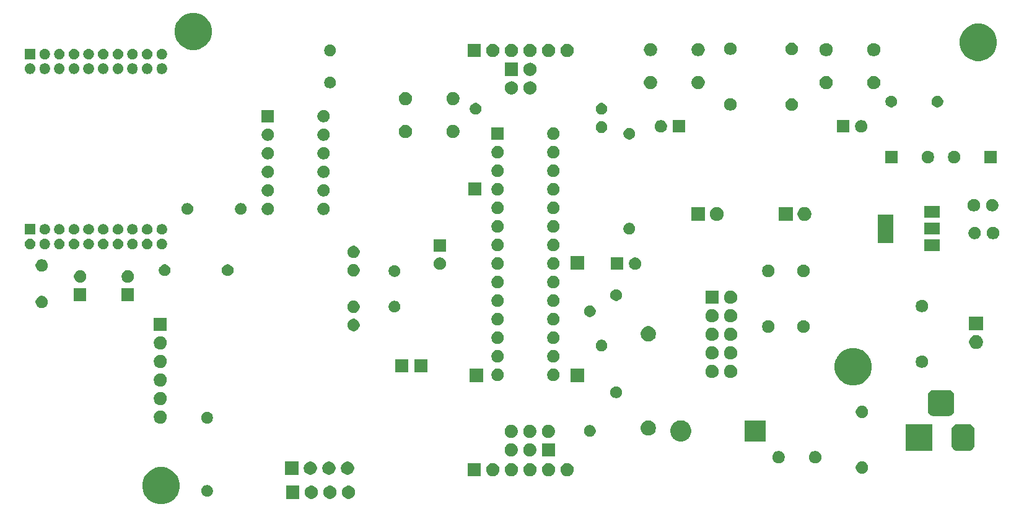
<source format=gbr>
G04 #@! TF.GenerationSoftware,KiCad,Pcbnew,(5.1.5)-3*
G04 #@! TF.CreationDate,2022-01-18T21:17:19-03:00*
G04 #@! TF.ProjectId,Base,42617365-2e6b-4696-9361-645f70636258,rev?*
G04 #@! TF.SameCoordinates,Original*
G04 #@! TF.FileFunction,Soldermask,Bot*
G04 #@! TF.FilePolarity,Negative*
%FSLAX46Y46*%
G04 Gerber Fmt 4.6, Leading zero omitted, Abs format (unit mm)*
G04 Created by KiCad (PCBNEW (5.1.5)-3) date 2022-01-18 21:17:19*
%MOMM*%
%LPD*%
G04 APERTURE LIST*
%ADD10C,0.100000*%
G04 APERTURE END LIST*
D10*
G36*
X126944098Y-96347033D02*
G01*
X127408350Y-96539332D01*
X127408352Y-96539333D01*
X127826168Y-96818509D01*
X128181491Y-97173832D01*
X128460667Y-97591648D01*
X128460668Y-97591650D01*
X128652967Y-98055902D01*
X128751000Y-98548747D01*
X128751000Y-99051253D01*
X128652967Y-99544098D01*
X128551632Y-99788742D01*
X128460667Y-100008352D01*
X128181491Y-100426168D01*
X127826168Y-100781491D01*
X127408352Y-101060667D01*
X127408351Y-101060668D01*
X127408350Y-101060668D01*
X126944098Y-101252967D01*
X126451253Y-101351000D01*
X125948747Y-101351000D01*
X125455902Y-101252967D01*
X124991650Y-101060668D01*
X124991649Y-101060668D01*
X124991648Y-101060667D01*
X124573832Y-100781491D01*
X124218509Y-100426168D01*
X123939333Y-100008352D01*
X123848368Y-99788742D01*
X123747033Y-99544098D01*
X123649000Y-99051253D01*
X123649000Y-98548747D01*
X123747033Y-98055902D01*
X123939332Y-97591650D01*
X123939333Y-97591648D01*
X124218509Y-97173832D01*
X124573832Y-96818509D01*
X124991648Y-96539333D01*
X124991650Y-96539332D01*
X125455902Y-96347033D01*
X125948747Y-96249000D01*
X126451253Y-96249000D01*
X126944098Y-96347033D01*
G37*
G36*
X151933512Y-98803927D02*
G01*
X152082812Y-98833624D01*
X152246784Y-98901544D01*
X152394354Y-99000147D01*
X152519853Y-99125646D01*
X152618456Y-99273216D01*
X152686376Y-99437188D01*
X152721000Y-99611259D01*
X152721000Y-99788741D01*
X152686376Y-99962812D01*
X152618456Y-100126784D01*
X152519853Y-100274354D01*
X152394354Y-100399853D01*
X152246784Y-100498456D01*
X152082812Y-100566376D01*
X151933512Y-100596073D01*
X151908742Y-100601000D01*
X151731258Y-100601000D01*
X151706488Y-100596073D01*
X151557188Y-100566376D01*
X151393216Y-100498456D01*
X151245646Y-100399853D01*
X151120147Y-100274354D01*
X151021544Y-100126784D01*
X150953624Y-99962812D01*
X150919000Y-99788741D01*
X150919000Y-99611259D01*
X150953624Y-99437188D01*
X151021544Y-99273216D01*
X151120147Y-99125646D01*
X151245646Y-99000147D01*
X151393216Y-98901544D01*
X151557188Y-98833624D01*
X151706488Y-98803927D01*
X151731258Y-98799000D01*
X151908742Y-98799000D01*
X151933512Y-98803927D01*
G37*
G36*
X149393512Y-98803927D02*
G01*
X149542812Y-98833624D01*
X149706784Y-98901544D01*
X149854354Y-99000147D01*
X149979853Y-99125646D01*
X150078456Y-99273216D01*
X150146376Y-99437188D01*
X150181000Y-99611259D01*
X150181000Y-99788741D01*
X150146376Y-99962812D01*
X150078456Y-100126784D01*
X149979853Y-100274354D01*
X149854354Y-100399853D01*
X149706784Y-100498456D01*
X149542812Y-100566376D01*
X149393512Y-100596073D01*
X149368742Y-100601000D01*
X149191258Y-100601000D01*
X149166488Y-100596073D01*
X149017188Y-100566376D01*
X148853216Y-100498456D01*
X148705646Y-100399853D01*
X148580147Y-100274354D01*
X148481544Y-100126784D01*
X148413624Y-99962812D01*
X148379000Y-99788741D01*
X148379000Y-99611259D01*
X148413624Y-99437188D01*
X148481544Y-99273216D01*
X148580147Y-99125646D01*
X148705646Y-99000147D01*
X148853216Y-98901544D01*
X149017188Y-98833624D01*
X149166488Y-98803927D01*
X149191258Y-98799000D01*
X149368742Y-98799000D01*
X149393512Y-98803927D01*
G37*
G36*
X145101000Y-100601000D02*
G01*
X143299000Y-100601000D01*
X143299000Y-98799000D01*
X145101000Y-98799000D01*
X145101000Y-100601000D01*
G37*
G36*
X146853512Y-98803927D02*
G01*
X147002812Y-98833624D01*
X147166784Y-98901544D01*
X147314354Y-99000147D01*
X147439853Y-99125646D01*
X147538456Y-99273216D01*
X147606376Y-99437188D01*
X147641000Y-99611259D01*
X147641000Y-99788741D01*
X147606376Y-99962812D01*
X147538456Y-100126784D01*
X147439853Y-100274354D01*
X147314354Y-100399853D01*
X147166784Y-100498456D01*
X147002812Y-100566376D01*
X146853512Y-100596073D01*
X146828742Y-100601000D01*
X146651258Y-100601000D01*
X146626488Y-100596073D01*
X146477188Y-100566376D01*
X146313216Y-100498456D01*
X146165646Y-100399853D01*
X146040147Y-100274354D01*
X145941544Y-100126784D01*
X145873624Y-99962812D01*
X145839000Y-99788741D01*
X145839000Y-99611259D01*
X145873624Y-99437188D01*
X145941544Y-99273216D01*
X146040147Y-99125646D01*
X146165646Y-99000147D01*
X146313216Y-98901544D01*
X146477188Y-98833624D01*
X146626488Y-98803927D01*
X146651258Y-98799000D01*
X146828742Y-98799000D01*
X146853512Y-98803927D01*
G37*
G36*
X132733642Y-98729781D02*
G01*
X132879414Y-98790162D01*
X132879416Y-98790163D01*
X133010608Y-98877822D01*
X133122178Y-98989392D01*
X133209837Y-99120584D01*
X133209838Y-99120586D01*
X133270219Y-99266358D01*
X133301000Y-99421107D01*
X133301000Y-99578893D01*
X133270219Y-99733642D01*
X133209838Y-99879414D01*
X133209837Y-99879416D01*
X133122178Y-100010608D01*
X133010608Y-100122178D01*
X132879416Y-100209837D01*
X132879415Y-100209838D01*
X132879414Y-100209838D01*
X132733642Y-100270219D01*
X132578893Y-100301000D01*
X132421107Y-100301000D01*
X132266358Y-100270219D01*
X132120586Y-100209838D01*
X132120585Y-100209838D01*
X132120584Y-100209837D01*
X131989392Y-100122178D01*
X131877822Y-100010608D01*
X131790163Y-99879416D01*
X131790162Y-99879414D01*
X131729781Y-99733642D01*
X131699000Y-99578893D01*
X131699000Y-99421107D01*
X131729781Y-99266358D01*
X131790162Y-99120586D01*
X131790163Y-99120584D01*
X131877822Y-98989392D01*
X131989392Y-98877822D01*
X132120584Y-98790163D01*
X132120586Y-98790162D01*
X132266358Y-98729781D01*
X132421107Y-98699000D01*
X132578893Y-98699000D01*
X132733642Y-98729781D01*
G37*
G36*
X176714508Y-95700147D02*
G01*
X176882812Y-95733624D01*
X177046784Y-95801544D01*
X177194354Y-95900147D01*
X177319853Y-96025646D01*
X177418456Y-96173216D01*
X177486376Y-96337188D01*
X177521000Y-96511259D01*
X177521000Y-96688741D01*
X177486376Y-96862812D01*
X177418456Y-97026784D01*
X177319853Y-97174354D01*
X177194354Y-97299853D01*
X177046784Y-97398456D01*
X176882812Y-97466376D01*
X176733512Y-97496073D01*
X176708742Y-97501000D01*
X176531258Y-97501000D01*
X176506488Y-97496073D01*
X176357188Y-97466376D01*
X176193216Y-97398456D01*
X176045646Y-97299853D01*
X175920147Y-97174354D01*
X175821544Y-97026784D01*
X175753624Y-96862812D01*
X175719000Y-96688741D01*
X175719000Y-96511259D01*
X175753624Y-96337188D01*
X175821544Y-96173216D01*
X175920147Y-96025646D01*
X176045646Y-95900147D01*
X176193216Y-95801544D01*
X176357188Y-95733624D01*
X176525492Y-95700147D01*
X176531258Y-95699000D01*
X176708742Y-95699000D01*
X176714508Y-95700147D01*
G37*
G36*
X169901000Y-97501000D02*
G01*
X168099000Y-97501000D01*
X168099000Y-95699000D01*
X169901000Y-95699000D01*
X169901000Y-97501000D01*
G37*
G36*
X171634508Y-95700147D02*
G01*
X171802812Y-95733624D01*
X171966784Y-95801544D01*
X172114354Y-95900147D01*
X172239853Y-96025646D01*
X172338456Y-96173216D01*
X172406376Y-96337188D01*
X172441000Y-96511259D01*
X172441000Y-96688741D01*
X172406376Y-96862812D01*
X172338456Y-97026784D01*
X172239853Y-97174354D01*
X172114354Y-97299853D01*
X171966784Y-97398456D01*
X171802812Y-97466376D01*
X171653512Y-97496073D01*
X171628742Y-97501000D01*
X171451258Y-97501000D01*
X171426488Y-97496073D01*
X171277188Y-97466376D01*
X171113216Y-97398456D01*
X170965646Y-97299853D01*
X170840147Y-97174354D01*
X170741544Y-97026784D01*
X170673624Y-96862812D01*
X170639000Y-96688741D01*
X170639000Y-96511259D01*
X170673624Y-96337188D01*
X170741544Y-96173216D01*
X170840147Y-96025646D01*
X170965646Y-95900147D01*
X171113216Y-95801544D01*
X171277188Y-95733624D01*
X171445492Y-95700147D01*
X171451258Y-95699000D01*
X171628742Y-95699000D01*
X171634508Y-95700147D01*
G37*
G36*
X174174508Y-95700147D02*
G01*
X174342812Y-95733624D01*
X174506784Y-95801544D01*
X174654354Y-95900147D01*
X174779853Y-96025646D01*
X174878456Y-96173216D01*
X174946376Y-96337188D01*
X174981000Y-96511259D01*
X174981000Y-96688741D01*
X174946376Y-96862812D01*
X174878456Y-97026784D01*
X174779853Y-97174354D01*
X174654354Y-97299853D01*
X174506784Y-97398456D01*
X174342812Y-97466376D01*
X174193512Y-97496073D01*
X174168742Y-97501000D01*
X173991258Y-97501000D01*
X173966488Y-97496073D01*
X173817188Y-97466376D01*
X173653216Y-97398456D01*
X173505646Y-97299853D01*
X173380147Y-97174354D01*
X173281544Y-97026784D01*
X173213624Y-96862812D01*
X173179000Y-96688741D01*
X173179000Y-96511259D01*
X173213624Y-96337188D01*
X173281544Y-96173216D01*
X173380147Y-96025646D01*
X173505646Y-95900147D01*
X173653216Y-95801544D01*
X173817188Y-95733624D01*
X173985492Y-95700147D01*
X173991258Y-95699000D01*
X174168742Y-95699000D01*
X174174508Y-95700147D01*
G37*
G36*
X179254508Y-95700147D02*
G01*
X179422812Y-95733624D01*
X179586784Y-95801544D01*
X179734354Y-95900147D01*
X179859853Y-96025646D01*
X179958456Y-96173216D01*
X180026376Y-96337188D01*
X180061000Y-96511259D01*
X180061000Y-96688741D01*
X180026376Y-96862812D01*
X179958456Y-97026784D01*
X179859853Y-97174354D01*
X179734354Y-97299853D01*
X179586784Y-97398456D01*
X179422812Y-97466376D01*
X179273512Y-97496073D01*
X179248742Y-97501000D01*
X179071258Y-97501000D01*
X179046488Y-97496073D01*
X178897188Y-97466376D01*
X178733216Y-97398456D01*
X178585646Y-97299853D01*
X178460147Y-97174354D01*
X178361544Y-97026784D01*
X178293624Y-96862812D01*
X178259000Y-96688741D01*
X178259000Y-96511259D01*
X178293624Y-96337188D01*
X178361544Y-96173216D01*
X178460147Y-96025646D01*
X178585646Y-95900147D01*
X178733216Y-95801544D01*
X178897188Y-95733624D01*
X179065492Y-95700147D01*
X179071258Y-95699000D01*
X179248742Y-95699000D01*
X179254508Y-95700147D01*
G37*
G36*
X181794508Y-95700147D02*
G01*
X181962812Y-95733624D01*
X182126784Y-95801544D01*
X182274354Y-95900147D01*
X182399853Y-96025646D01*
X182498456Y-96173216D01*
X182566376Y-96337188D01*
X182601000Y-96511259D01*
X182601000Y-96688741D01*
X182566376Y-96862812D01*
X182498456Y-97026784D01*
X182399853Y-97174354D01*
X182274354Y-97299853D01*
X182126784Y-97398456D01*
X181962812Y-97466376D01*
X181813512Y-97496073D01*
X181788742Y-97501000D01*
X181611258Y-97501000D01*
X181586488Y-97496073D01*
X181437188Y-97466376D01*
X181273216Y-97398456D01*
X181125646Y-97299853D01*
X181000147Y-97174354D01*
X180901544Y-97026784D01*
X180833624Y-96862812D01*
X180799000Y-96688741D01*
X180799000Y-96511259D01*
X180833624Y-96337188D01*
X180901544Y-96173216D01*
X181000147Y-96025646D01*
X181125646Y-95900147D01*
X181273216Y-95801544D01*
X181437188Y-95733624D01*
X181605492Y-95700147D01*
X181611258Y-95699000D01*
X181788742Y-95699000D01*
X181794508Y-95700147D01*
G37*
G36*
X149253512Y-95503927D02*
G01*
X149402812Y-95533624D01*
X149566784Y-95601544D01*
X149714354Y-95700147D01*
X149839853Y-95825646D01*
X149938456Y-95973216D01*
X150006376Y-96137188D01*
X150041000Y-96311259D01*
X150041000Y-96488741D01*
X150006376Y-96662812D01*
X149938456Y-96826784D01*
X149839853Y-96974354D01*
X149714354Y-97099853D01*
X149566784Y-97198456D01*
X149402812Y-97266376D01*
X149253512Y-97296073D01*
X149228742Y-97301000D01*
X149051258Y-97301000D01*
X149026488Y-97296073D01*
X148877188Y-97266376D01*
X148713216Y-97198456D01*
X148565646Y-97099853D01*
X148440147Y-96974354D01*
X148341544Y-96826784D01*
X148273624Y-96662812D01*
X148239000Y-96488741D01*
X148239000Y-96311259D01*
X148273624Y-96137188D01*
X148341544Y-95973216D01*
X148440147Y-95825646D01*
X148565646Y-95700147D01*
X148713216Y-95601544D01*
X148877188Y-95533624D01*
X149026488Y-95503927D01*
X149051258Y-95499000D01*
X149228742Y-95499000D01*
X149253512Y-95503927D01*
G37*
G36*
X151793512Y-95503927D02*
G01*
X151942812Y-95533624D01*
X152106784Y-95601544D01*
X152254354Y-95700147D01*
X152379853Y-95825646D01*
X152478456Y-95973216D01*
X152546376Y-96137188D01*
X152581000Y-96311259D01*
X152581000Y-96488741D01*
X152546376Y-96662812D01*
X152478456Y-96826784D01*
X152379853Y-96974354D01*
X152254354Y-97099853D01*
X152106784Y-97198456D01*
X151942812Y-97266376D01*
X151793512Y-97296073D01*
X151768742Y-97301000D01*
X151591258Y-97301000D01*
X151566488Y-97296073D01*
X151417188Y-97266376D01*
X151253216Y-97198456D01*
X151105646Y-97099853D01*
X150980147Y-96974354D01*
X150881544Y-96826784D01*
X150813624Y-96662812D01*
X150779000Y-96488741D01*
X150779000Y-96311259D01*
X150813624Y-96137188D01*
X150881544Y-95973216D01*
X150980147Y-95825646D01*
X151105646Y-95700147D01*
X151253216Y-95601544D01*
X151417188Y-95533624D01*
X151566488Y-95503927D01*
X151591258Y-95499000D01*
X151768742Y-95499000D01*
X151793512Y-95503927D01*
G37*
G36*
X146713512Y-95503927D02*
G01*
X146862812Y-95533624D01*
X147026784Y-95601544D01*
X147174354Y-95700147D01*
X147299853Y-95825646D01*
X147398456Y-95973216D01*
X147466376Y-96137188D01*
X147501000Y-96311259D01*
X147501000Y-96488741D01*
X147466376Y-96662812D01*
X147398456Y-96826784D01*
X147299853Y-96974354D01*
X147174354Y-97099853D01*
X147026784Y-97198456D01*
X146862812Y-97266376D01*
X146713512Y-97296073D01*
X146688742Y-97301000D01*
X146511258Y-97301000D01*
X146486488Y-97296073D01*
X146337188Y-97266376D01*
X146173216Y-97198456D01*
X146025646Y-97099853D01*
X145900147Y-96974354D01*
X145801544Y-96826784D01*
X145733624Y-96662812D01*
X145699000Y-96488741D01*
X145699000Y-96311259D01*
X145733624Y-96137188D01*
X145801544Y-95973216D01*
X145900147Y-95825646D01*
X146025646Y-95700147D01*
X146173216Y-95601544D01*
X146337188Y-95533624D01*
X146486488Y-95503927D01*
X146511258Y-95499000D01*
X146688742Y-95499000D01*
X146713512Y-95503927D01*
G37*
G36*
X144961000Y-97301000D02*
G01*
X143159000Y-97301000D01*
X143159000Y-95499000D01*
X144961000Y-95499000D01*
X144961000Y-97301000D01*
G37*
G36*
X222248228Y-95501703D02*
G01*
X222403100Y-95565853D01*
X222542481Y-95658985D01*
X222661015Y-95777519D01*
X222754147Y-95916900D01*
X222818297Y-96071772D01*
X222851000Y-96236184D01*
X222851000Y-96403816D01*
X222818297Y-96568228D01*
X222754147Y-96723100D01*
X222661015Y-96862481D01*
X222542481Y-96981015D01*
X222403100Y-97074147D01*
X222248228Y-97138297D01*
X222083816Y-97171000D01*
X221916184Y-97171000D01*
X221751772Y-97138297D01*
X221596900Y-97074147D01*
X221457519Y-96981015D01*
X221338985Y-96862481D01*
X221245853Y-96723100D01*
X221181703Y-96568228D01*
X221149000Y-96403816D01*
X221149000Y-96236184D01*
X221181703Y-96071772D01*
X221245853Y-95916900D01*
X221338985Y-95777519D01*
X221457519Y-95658985D01*
X221596900Y-95565853D01*
X221751772Y-95501703D01*
X221916184Y-95469000D01*
X222083816Y-95469000D01*
X222248228Y-95501703D01*
G37*
G36*
X215848228Y-94081703D02*
G01*
X216003100Y-94145853D01*
X216142481Y-94238985D01*
X216261015Y-94357519D01*
X216354147Y-94496900D01*
X216418297Y-94651772D01*
X216451000Y-94816184D01*
X216451000Y-94983816D01*
X216418297Y-95148228D01*
X216354147Y-95303100D01*
X216261015Y-95442481D01*
X216142481Y-95561015D01*
X216003100Y-95654147D01*
X215848228Y-95718297D01*
X215683816Y-95751000D01*
X215516184Y-95751000D01*
X215351772Y-95718297D01*
X215196900Y-95654147D01*
X215057519Y-95561015D01*
X214938985Y-95442481D01*
X214845853Y-95303100D01*
X214781703Y-95148228D01*
X214749000Y-94983816D01*
X214749000Y-94816184D01*
X214781703Y-94651772D01*
X214845853Y-94496900D01*
X214938985Y-94357519D01*
X215057519Y-94238985D01*
X215196900Y-94145853D01*
X215351772Y-94081703D01*
X215516184Y-94049000D01*
X215683816Y-94049000D01*
X215848228Y-94081703D01*
G37*
G36*
X210848228Y-94081703D02*
G01*
X211003100Y-94145853D01*
X211142481Y-94238985D01*
X211261015Y-94357519D01*
X211354147Y-94496900D01*
X211418297Y-94651772D01*
X211451000Y-94816184D01*
X211451000Y-94983816D01*
X211418297Y-95148228D01*
X211354147Y-95303100D01*
X211261015Y-95442481D01*
X211142481Y-95561015D01*
X211003100Y-95654147D01*
X210848228Y-95718297D01*
X210683816Y-95751000D01*
X210516184Y-95751000D01*
X210351772Y-95718297D01*
X210196900Y-95654147D01*
X210057519Y-95561015D01*
X209938985Y-95442481D01*
X209845853Y-95303100D01*
X209781703Y-95148228D01*
X209749000Y-94983816D01*
X209749000Y-94816184D01*
X209781703Y-94651772D01*
X209845853Y-94496900D01*
X209938985Y-94357519D01*
X210057519Y-94238985D01*
X210196900Y-94145853D01*
X210351772Y-94081703D01*
X210516184Y-94049000D01*
X210683816Y-94049000D01*
X210848228Y-94081703D01*
G37*
G36*
X174173512Y-93003927D02*
G01*
X174322812Y-93033624D01*
X174486784Y-93101544D01*
X174634354Y-93200147D01*
X174759853Y-93325646D01*
X174858456Y-93473216D01*
X174926376Y-93637188D01*
X174961000Y-93811259D01*
X174961000Y-93988741D01*
X174926376Y-94162812D01*
X174858456Y-94326784D01*
X174759853Y-94474354D01*
X174634354Y-94599853D01*
X174486784Y-94698456D01*
X174322812Y-94766376D01*
X174173512Y-94796073D01*
X174148742Y-94801000D01*
X173971258Y-94801000D01*
X173946488Y-94796073D01*
X173797188Y-94766376D01*
X173633216Y-94698456D01*
X173485646Y-94599853D01*
X173360147Y-94474354D01*
X173261544Y-94326784D01*
X173193624Y-94162812D01*
X173159000Y-93988741D01*
X173159000Y-93811259D01*
X173193624Y-93637188D01*
X173261544Y-93473216D01*
X173360147Y-93325646D01*
X173485646Y-93200147D01*
X173633216Y-93101544D01*
X173797188Y-93033624D01*
X173946488Y-93003927D01*
X173971258Y-92999000D01*
X174148742Y-92999000D01*
X174173512Y-93003927D01*
G37*
G36*
X176713512Y-93003927D02*
G01*
X176862812Y-93033624D01*
X177026784Y-93101544D01*
X177174354Y-93200147D01*
X177299853Y-93325646D01*
X177398456Y-93473216D01*
X177466376Y-93637188D01*
X177501000Y-93811259D01*
X177501000Y-93988741D01*
X177466376Y-94162812D01*
X177398456Y-94326784D01*
X177299853Y-94474354D01*
X177174354Y-94599853D01*
X177026784Y-94698456D01*
X176862812Y-94766376D01*
X176713512Y-94796073D01*
X176688742Y-94801000D01*
X176511258Y-94801000D01*
X176486488Y-94796073D01*
X176337188Y-94766376D01*
X176173216Y-94698456D01*
X176025646Y-94599853D01*
X175900147Y-94474354D01*
X175801544Y-94326784D01*
X175733624Y-94162812D01*
X175699000Y-93988741D01*
X175699000Y-93811259D01*
X175733624Y-93637188D01*
X175801544Y-93473216D01*
X175900147Y-93325646D01*
X176025646Y-93200147D01*
X176173216Y-93101544D01*
X176337188Y-93033624D01*
X176486488Y-93003927D01*
X176511258Y-92999000D01*
X176688742Y-92999000D01*
X176713512Y-93003927D01*
G37*
G36*
X180041000Y-94801000D02*
G01*
X178239000Y-94801000D01*
X178239000Y-92999000D01*
X180041000Y-92999000D01*
X180041000Y-94801000D01*
G37*
G36*
X236776979Y-90413293D02*
G01*
X236910625Y-90453834D01*
X237033784Y-90519664D01*
X237141740Y-90608260D01*
X237230336Y-90716216D01*
X237296166Y-90839375D01*
X237336707Y-90973021D01*
X237351000Y-91118140D01*
X237351000Y-93281860D01*
X237336707Y-93426979D01*
X237296166Y-93560625D01*
X237230336Y-93683784D01*
X237141740Y-93791740D01*
X237033784Y-93880336D01*
X236910625Y-93946166D01*
X236776979Y-93986707D01*
X236631860Y-94001000D01*
X234968140Y-94001000D01*
X234823021Y-93986707D01*
X234689375Y-93946166D01*
X234566216Y-93880336D01*
X234458260Y-93791740D01*
X234369664Y-93683784D01*
X234303834Y-93560625D01*
X234263293Y-93426979D01*
X234249000Y-93281860D01*
X234249000Y-91118140D01*
X234263293Y-90973021D01*
X234303834Y-90839375D01*
X234369664Y-90716216D01*
X234458260Y-90608260D01*
X234566216Y-90519664D01*
X234689375Y-90453834D01*
X234823021Y-90413293D01*
X234968140Y-90399000D01*
X236631860Y-90399000D01*
X236776979Y-90413293D01*
G37*
G36*
X231601000Y-94001000D02*
G01*
X227999000Y-94001000D01*
X227999000Y-90399000D01*
X231601000Y-90399000D01*
X231601000Y-94001000D01*
G37*
G36*
X197663241Y-89904760D02*
G01*
X197927305Y-90014139D01*
X198164958Y-90172934D01*
X198367066Y-90375042D01*
X198525861Y-90612695D01*
X198635240Y-90876759D01*
X198691000Y-91157088D01*
X198691000Y-91442912D01*
X198635240Y-91723241D01*
X198525861Y-91987305D01*
X198367066Y-92224958D01*
X198164958Y-92427066D01*
X197927305Y-92585861D01*
X197663241Y-92695240D01*
X197382912Y-92751000D01*
X197097088Y-92751000D01*
X196816759Y-92695240D01*
X196552695Y-92585861D01*
X196315042Y-92427066D01*
X196112934Y-92224958D01*
X195954139Y-91987305D01*
X195844760Y-91723241D01*
X195789000Y-91442912D01*
X195789000Y-91157088D01*
X195844760Y-90876759D01*
X195954139Y-90612695D01*
X196112934Y-90375042D01*
X196315042Y-90172934D01*
X196552695Y-90014139D01*
X196816759Y-89904760D01*
X197097088Y-89849000D01*
X197382912Y-89849000D01*
X197663241Y-89904760D01*
G37*
G36*
X208851000Y-92751000D02*
G01*
X205949000Y-92751000D01*
X205949000Y-89849000D01*
X208851000Y-89849000D01*
X208851000Y-92751000D01*
G37*
G36*
X179253512Y-90463927D02*
G01*
X179402812Y-90493624D01*
X179566784Y-90561544D01*
X179714354Y-90660147D01*
X179839853Y-90785646D01*
X179938456Y-90933216D01*
X180006376Y-91097188D01*
X180041000Y-91271259D01*
X180041000Y-91448741D01*
X180006376Y-91622812D01*
X179938456Y-91786784D01*
X179839853Y-91934354D01*
X179714354Y-92059853D01*
X179566784Y-92158456D01*
X179402812Y-92226376D01*
X179253512Y-92256073D01*
X179228742Y-92261000D01*
X179051258Y-92261000D01*
X179026488Y-92256073D01*
X178877188Y-92226376D01*
X178713216Y-92158456D01*
X178565646Y-92059853D01*
X178440147Y-91934354D01*
X178341544Y-91786784D01*
X178273624Y-91622812D01*
X178239000Y-91448741D01*
X178239000Y-91271259D01*
X178273624Y-91097188D01*
X178341544Y-90933216D01*
X178440147Y-90785646D01*
X178565646Y-90660147D01*
X178713216Y-90561544D01*
X178877188Y-90493624D01*
X179026488Y-90463927D01*
X179051258Y-90459000D01*
X179228742Y-90459000D01*
X179253512Y-90463927D01*
G37*
G36*
X174173512Y-90463927D02*
G01*
X174322812Y-90493624D01*
X174486784Y-90561544D01*
X174634354Y-90660147D01*
X174759853Y-90785646D01*
X174858456Y-90933216D01*
X174926376Y-91097188D01*
X174961000Y-91271259D01*
X174961000Y-91448741D01*
X174926376Y-91622812D01*
X174858456Y-91786784D01*
X174759853Y-91934354D01*
X174634354Y-92059853D01*
X174486784Y-92158456D01*
X174322812Y-92226376D01*
X174173512Y-92256073D01*
X174148742Y-92261000D01*
X173971258Y-92261000D01*
X173946488Y-92256073D01*
X173797188Y-92226376D01*
X173633216Y-92158456D01*
X173485646Y-92059853D01*
X173360147Y-91934354D01*
X173261544Y-91786784D01*
X173193624Y-91622812D01*
X173159000Y-91448741D01*
X173159000Y-91271259D01*
X173193624Y-91097188D01*
X173261544Y-90933216D01*
X173360147Y-90785646D01*
X173485646Y-90660147D01*
X173633216Y-90561544D01*
X173797188Y-90493624D01*
X173946488Y-90463927D01*
X173971258Y-90459000D01*
X174148742Y-90459000D01*
X174173512Y-90463927D01*
G37*
G36*
X176713512Y-90463927D02*
G01*
X176862812Y-90493624D01*
X177026784Y-90561544D01*
X177174354Y-90660147D01*
X177299853Y-90785646D01*
X177398456Y-90933216D01*
X177466376Y-91097188D01*
X177501000Y-91271259D01*
X177501000Y-91448741D01*
X177466376Y-91622812D01*
X177398456Y-91786784D01*
X177299853Y-91934354D01*
X177174354Y-92059853D01*
X177026784Y-92158456D01*
X176862812Y-92226376D01*
X176713512Y-92256073D01*
X176688742Y-92261000D01*
X176511258Y-92261000D01*
X176486488Y-92256073D01*
X176337188Y-92226376D01*
X176173216Y-92158456D01*
X176025646Y-92059853D01*
X175900147Y-91934354D01*
X175801544Y-91786784D01*
X175733624Y-91622812D01*
X175699000Y-91448741D01*
X175699000Y-91271259D01*
X175733624Y-91097188D01*
X175801544Y-90933216D01*
X175900147Y-90785646D01*
X176025646Y-90660147D01*
X176173216Y-90561544D01*
X176337188Y-90493624D01*
X176486488Y-90463927D01*
X176511258Y-90459000D01*
X176688742Y-90459000D01*
X176713512Y-90463927D01*
G37*
G36*
X185033642Y-90529781D02*
G01*
X185179414Y-90590162D01*
X185179416Y-90590163D01*
X185310608Y-90677822D01*
X185422178Y-90789392D01*
X185455575Y-90839375D01*
X185509838Y-90920586D01*
X185570219Y-91066358D01*
X185601000Y-91221107D01*
X185601000Y-91378893D01*
X185570219Y-91533642D01*
X185533283Y-91622812D01*
X185509837Y-91679416D01*
X185422178Y-91810608D01*
X185310608Y-91922178D01*
X185179416Y-92009837D01*
X185179415Y-92009838D01*
X185179414Y-92009838D01*
X185033642Y-92070219D01*
X184878893Y-92101000D01*
X184721107Y-92101000D01*
X184566358Y-92070219D01*
X184420586Y-92009838D01*
X184420585Y-92009838D01*
X184420584Y-92009837D01*
X184289392Y-91922178D01*
X184177822Y-91810608D01*
X184090163Y-91679416D01*
X184066717Y-91622812D01*
X184029781Y-91533642D01*
X183999000Y-91378893D01*
X183999000Y-91221107D01*
X184029781Y-91066358D01*
X184090162Y-90920586D01*
X184144425Y-90839375D01*
X184177822Y-90789392D01*
X184289392Y-90677822D01*
X184420584Y-90590163D01*
X184420586Y-90590162D01*
X184566358Y-90529781D01*
X184721107Y-90499000D01*
X184878893Y-90499000D01*
X185033642Y-90529781D01*
G37*
G36*
X193106564Y-89889389D02*
G01*
X193297833Y-89968615D01*
X193297835Y-89968616D01*
X193360679Y-90010607D01*
X193469973Y-90083635D01*
X193616365Y-90230027D01*
X193731385Y-90402167D01*
X193810611Y-90593436D01*
X193851000Y-90796484D01*
X193851000Y-91003516D01*
X193810611Y-91206564D01*
X193739230Y-91378893D01*
X193731384Y-91397835D01*
X193616365Y-91569973D01*
X193469973Y-91716365D01*
X193297835Y-91831384D01*
X193297834Y-91831385D01*
X193297833Y-91831385D01*
X193106564Y-91910611D01*
X192903516Y-91951000D01*
X192696484Y-91951000D01*
X192493436Y-91910611D01*
X192302167Y-91831385D01*
X192302166Y-91831385D01*
X192302165Y-91831384D01*
X192130027Y-91716365D01*
X191983635Y-91569973D01*
X191868616Y-91397835D01*
X191860770Y-91378893D01*
X191789389Y-91206564D01*
X191749000Y-91003516D01*
X191749000Y-90796484D01*
X191789389Y-90593436D01*
X191868615Y-90402167D01*
X191983635Y-90230027D01*
X192130027Y-90083635D01*
X192239321Y-90010607D01*
X192302165Y-89968616D01*
X192302167Y-89968615D01*
X192493436Y-89889389D01*
X192696484Y-89849000D01*
X192903516Y-89849000D01*
X193106564Y-89889389D01*
G37*
G36*
X132733642Y-88729781D02*
G01*
X132864091Y-88783815D01*
X132879416Y-88790163D01*
X133010608Y-88877822D01*
X133122178Y-88989392D01*
X133209837Y-89120584D01*
X133209838Y-89120586D01*
X133270219Y-89266358D01*
X133301000Y-89421107D01*
X133301000Y-89578893D01*
X133270219Y-89733642D01*
X133231639Y-89826782D01*
X133209837Y-89879416D01*
X133122178Y-90010608D01*
X133010608Y-90122178D01*
X132879416Y-90209837D01*
X132879415Y-90209838D01*
X132879414Y-90209838D01*
X132733642Y-90270219D01*
X132578893Y-90301000D01*
X132421107Y-90301000D01*
X132266358Y-90270219D01*
X132120586Y-90209838D01*
X132120585Y-90209838D01*
X132120584Y-90209837D01*
X131989392Y-90122178D01*
X131877822Y-90010608D01*
X131790163Y-89879416D01*
X131768361Y-89826782D01*
X131729781Y-89733642D01*
X131699000Y-89578893D01*
X131699000Y-89421107D01*
X131729781Y-89266358D01*
X131790162Y-89120586D01*
X131790163Y-89120584D01*
X131877822Y-88989392D01*
X131989392Y-88877822D01*
X132120584Y-88790163D01*
X132135909Y-88783815D01*
X132266358Y-88729781D01*
X132421107Y-88699000D01*
X132578893Y-88699000D01*
X132733642Y-88729781D01*
G37*
G36*
X126213512Y-88503927D02*
G01*
X126362812Y-88533624D01*
X126526784Y-88601544D01*
X126674354Y-88700147D01*
X126799853Y-88825646D01*
X126898456Y-88973216D01*
X126966376Y-89137188D01*
X126992069Y-89266357D01*
X126998960Y-89301000D01*
X127001000Y-89311259D01*
X127001000Y-89488741D01*
X126966376Y-89662812D01*
X126898456Y-89826784D01*
X126799853Y-89974354D01*
X126674354Y-90099853D01*
X126526784Y-90198456D01*
X126362812Y-90266376D01*
X126213512Y-90296073D01*
X126188742Y-90301000D01*
X126011258Y-90301000D01*
X125986488Y-90296073D01*
X125837188Y-90266376D01*
X125673216Y-90198456D01*
X125525646Y-90099853D01*
X125400147Y-89974354D01*
X125301544Y-89826784D01*
X125233624Y-89662812D01*
X125199000Y-89488741D01*
X125199000Y-89311259D01*
X125201041Y-89301000D01*
X125207931Y-89266357D01*
X125233624Y-89137188D01*
X125301544Y-88973216D01*
X125400147Y-88825646D01*
X125525646Y-88700147D01*
X125673216Y-88601544D01*
X125837188Y-88533624D01*
X125986488Y-88503927D01*
X126011258Y-88499000D01*
X126188742Y-88499000D01*
X126213512Y-88503927D01*
G37*
G36*
X222248228Y-87881703D02*
G01*
X222403100Y-87945853D01*
X222542481Y-88038985D01*
X222661015Y-88157519D01*
X222754147Y-88296900D01*
X222818297Y-88451772D01*
X222851000Y-88616184D01*
X222851000Y-88783816D01*
X222818297Y-88948228D01*
X222754147Y-89103100D01*
X222661015Y-89242481D01*
X222542481Y-89361015D01*
X222403100Y-89454147D01*
X222248228Y-89518297D01*
X222083816Y-89551000D01*
X221916184Y-89551000D01*
X221751772Y-89518297D01*
X221596900Y-89454147D01*
X221457519Y-89361015D01*
X221338985Y-89242481D01*
X221245853Y-89103100D01*
X221181703Y-88948228D01*
X221149000Y-88783816D01*
X221149000Y-88616184D01*
X221181703Y-88451772D01*
X221245853Y-88296900D01*
X221338985Y-88157519D01*
X221457519Y-88038985D01*
X221596900Y-87945853D01*
X221751772Y-87881703D01*
X221916184Y-87849000D01*
X222083816Y-87849000D01*
X222248228Y-87881703D01*
G37*
G36*
X233926366Y-85715695D02*
G01*
X234083460Y-85763349D01*
X234228231Y-85840731D01*
X234355128Y-85944872D01*
X234459269Y-86071769D01*
X234536651Y-86216540D01*
X234584305Y-86373634D01*
X234601000Y-86543140D01*
X234601000Y-88456860D01*
X234584305Y-88626366D01*
X234536651Y-88783460D01*
X234459269Y-88928231D01*
X234355128Y-89055128D01*
X234228231Y-89159269D01*
X234083460Y-89236651D01*
X233926366Y-89284305D01*
X233756860Y-89301000D01*
X231843140Y-89301000D01*
X231673634Y-89284305D01*
X231516540Y-89236651D01*
X231371769Y-89159269D01*
X231244872Y-89055128D01*
X231140731Y-88928231D01*
X231063349Y-88783460D01*
X231015695Y-88626366D01*
X230999000Y-88456860D01*
X230999000Y-86543140D01*
X231015695Y-86373634D01*
X231063349Y-86216540D01*
X231140731Y-86071769D01*
X231244872Y-85944872D01*
X231371769Y-85840731D01*
X231516540Y-85763349D01*
X231673634Y-85715695D01*
X231843140Y-85699000D01*
X233756860Y-85699000D01*
X233926366Y-85715695D01*
G37*
G36*
X126207594Y-85962750D02*
G01*
X126362812Y-85993624D01*
X126526784Y-86061544D01*
X126674354Y-86160147D01*
X126799853Y-86285646D01*
X126898456Y-86433216D01*
X126966376Y-86597188D01*
X127001000Y-86771259D01*
X127001000Y-86948741D01*
X126966376Y-87122812D01*
X126898456Y-87286784D01*
X126799853Y-87434354D01*
X126674354Y-87559853D01*
X126526784Y-87658456D01*
X126362812Y-87726376D01*
X126213512Y-87756073D01*
X126188742Y-87761000D01*
X126011258Y-87761000D01*
X125986488Y-87756073D01*
X125837188Y-87726376D01*
X125673216Y-87658456D01*
X125525646Y-87559853D01*
X125400147Y-87434354D01*
X125301544Y-87286784D01*
X125233624Y-87122812D01*
X125199000Y-86948741D01*
X125199000Y-86771259D01*
X125233624Y-86597188D01*
X125301544Y-86433216D01*
X125400147Y-86285646D01*
X125525646Y-86160147D01*
X125673216Y-86061544D01*
X125837188Y-85993624D01*
X125992406Y-85962750D01*
X126011258Y-85959000D01*
X126188742Y-85959000D01*
X126207594Y-85962750D01*
G37*
G36*
X188633642Y-85229781D02*
G01*
X188779414Y-85290162D01*
X188779416Y-85290163D01*
X188910608Y-85377822D01*
X189022178Y-85489392D01*
X189109837Y-85620584D01*
X189109838Y-85620586D01*
X189170219Y-85766358D01*
X189201000Y-85921107D01*
X189201000Y-86078893D01*
X189170219Y-86233642D01*
X189112232Y-86373634D01*
X189109837Y-86379416D01*
X189022178Y-86510608D01*
X188910608Y-86622178D01*
X188779416Y-86709837D01*
X188779415Y-86709838D01*
X188779414Y-86709838D01*
X188633642Y-86770219D01*
X188478893Y-86801000D01*
X188321107Y-86801000D01*
X188166358Y-86770219D01*
X188020586Y-86709838D01*
X188020585Y-86709838D01*
X188020584Y-86709837D01*
X187889392Y-86622178D01*
X187777822Y-86510608D01*
X187690163Y-86379416D01*
X187687768Y-86373634D01*
X187629781Y-86233642D01*
X187599000Y-86078893D01*
X187599000Y-85921107D01*
X187629781Y-85766358D01*
X187690162Y-85620586D01*
X187690163Y-85620584D01*
X187777822Y-85489392D01*
X187889392Y-85377822D01*
X188020584Y-85290163D01*
X188020586Y-85290162D01*
X188166358Y-85229781D01*
X188321107Y-85199000D01*
X188478893Y-85199000D01*
X188633642Y-85229781D01*
G37*
G36*
X126213512Y-83423927D02*
G01*
X126362812Y-83453624D01*
X126526784Y-83521544D01*
X126674354Y-83620147D01*
X126799853Y-83745646D01*
X126898456Y-83893216D01*
X126966376Y-84057188D01*
X127001000Y-84231259D01*
X127001000Y-84408741D01*
X126966376Y-84582812D01*
X126898456Y-84746784D01*
X126799853Y-84894354D01*
X126674354Y-85019853D01*
X126526784Y-85118456D01*
X126362812Y-85186376D01*
X126213512Y-85216073D01*
X126188742Y-85221000D01*
X126011258Y-85221000D01*
X125986488Y-85216073D01*
X125837188Y-85186376D01*
X125673216Y-85118456D01*
X125525646Y-85019853D01*
X125400147Y-84894354D01*
X125301544Y-84746784D01*
X125233624Y-84582812D01*
X125199000Y-84408741D01*
X125199000Y-84231259D01*
X125233624Y-84057188D01*
X125301544Y-83893216D01*
X125400147Y-83745646D01*
X125525646Y-83620147D01*
X125673216Y-83521544D01*
X125837188Y-83453624D01*
X125986488Y-83423927D01*
X126011258Y-83419000D01*
X126188742Y-83419000D01*
X126213512Y-83423927D01*
G37*
G36*
X221544098Y-80047033D02*
G01*
X221881468Y-80186776D01*
X222008352Y-80239333D01*
X222426168Y-80518509D01*
X222781491Y-80873832D01*
X223003202Y-81205646D01*
X223060668Y-81291650D01*
X223252967Y-81755902D01*
X223351000Y-82248747D01*
X223351000Y-82751253D01*
X223252967Y-83244098D01*
X223108354Y-83593225D01*
X223060667Y-83708352D01*
X222781491Y-84126168D01*
X222426168Y-84481491D01*
X222008352Y-84760667D01*
X222008351Y-84760668D01*
X222008350Y-84760668D01*
X221544098Y-84952967D01*
X221051253Y-85051000D01*
X220548747Y-85051000D01*
X220055902Y-84952967D01*
X219591650Y-84760668D01*
X219591649Y-84760668D01*
X219591648Y-84760667D01*
X219173832Y-84481491D01*
X218818509Y-84126168D01*
X218539333Y-83708352D01*
X218491646Y-83593225D01*
X218347033Y-83244098D01*
X218249000Y-82751253D01*
X218249000Y-82248747D01*
X218347033Y-81755902D01*
X218539332Y-81291650D01*
X218596798Y-81205646D01*
X218818509Y-80873832D01*
X219173832Y-80518509D01*
X219591648Y-80239333D01*
X219718532Y-80186776D01*
X220055902Y-80047033D01*
X220548747Y-79949000D01*
X221051253Y-79949000D01*
X221544098Y-80047033D01*
G37*
G36*
X170201000Y-84601000D02*
G01*
X168399000Y-84601000D01*
X168399000Y-82799000D01*
X170201000Y-82799000D01*
X170201000Y-84601000D01*
G37*
G36*
X184001000Y-84601000D02*
G01*
X182199000Y-84601000D01*
X182199000Y-82799000D01*
X184001000Y-82799000D01*
X184001000Y-84601000D01*
G37*
G36*
X172448228Y-82801703D02*
G01*
X172603100Y-82865853D01*
X172742481Y-82958985D01*
X172861015Y-83077519D01*
X172954147Y-83216900D01*
X173018297Y-83371772D01*
X173051000Y-83536184D01*
X173051000Y-83703816D01*
X173018297Y-83868228D01*
X172954147Y-84023100D01*
X172861015Y-84162481D01*
X172742481Y-84281015D01*
X172603100Y-84374147D01*
X172448228Y-84438297D01*
X172283816Y-84471000D01*
X172116184Y-84471000D01*
X171951772Y-84438297D01*
X171796900Y-84374147D01*
X171657519Y-84281015D01*
X171538985Y-84162481D01*
X171445853Y-84023100D01*
X171381703Y-83868228D01*
X171349000Y-83703816D01*
X171349000Y-83536184D01*
X171381703Y-83371772D01*
X171445853Y-83216900D01*
X171538985Y-83077519D01*
X171657519Y-82958985D01*
X171796900Y-82865853D01*
X171951772Y-82801703D01*
X172116184Y-82769000D01*
X172283816Y-82769000D01*
X172448228Y-82801703D01*
G37*
G36*
X180068228Y-82801703D02*
G01*
X180223100Y-82865853D01*
X180362481Y-82958985D01*
X180481015Y-83077519D01*
X180574147Y-83216900D01*
X180638297Y-83371772D01*
X180671000Y-83536184D01*
X180671000Y-83703816D01*
X180638297Y-83868228D01*
X180574147Y-84023100D01*
X180481015Y-84162481D01*
X180362481Y-84281015D01*
X180223100Y-84374147D01*
X180068228Y-84438297D01*
X179903816Y-84471000D01*
X179736184Y-84471000D01*
X179571772Y-84438297D01*
X179416900Y-84374147D01*
X179277519Y-84281015D01*
X179158985Y-84162481D01*
X179065853Y-84023100D01*
X179001703Y-83868228D01*
X178969000Y-83703816D01*
X178969000Y-83536184D01*
X179001703Y-83371772D01*
X179065853Y-83216900D01*
X179158985Y-83077519D01*
X179277519Y-82958985D01*
X179416900Y-82865853D01*
X179571772Y-82801703D01*
X179736184Y-82769000D01*
X179903816Y-82769000D01*
X180068228Y-82801703D01*
G37*
G36*
X204306778Y-82280547D02*
G01*
X204473224Y-82349491D01*
X204623022Y-82449583D01*
X204750417Y-82576978D01*
X204850509Y-82726776D01*
X204919453Y-82893222D01*
X204954600Y-83069918D01*
X204954600Y-83250082D01*
X204919453Y-83426778D01*
X204850509Y-83593224D01*
X204750417Y-83743022D01*
X204623022Y-83870417D01*
X204473224Y-83970509D01*
X204306778Y-84039453D01*
X204130082Y-84074600D01*
X203949918Y-84074600D01*
X203773222Y-84039453D01*
X203606776Y-83970509D01*
X203456978Y-83870417D01*
X203329583Y-83743022D01*
X203229491Y-83593224D01*
X203160547Y-83426778D01*
X203125400Y-83250082D01*
X203125400Y-83069918D01*
X203160547Y-82893222D01*
X203229491Y-82726776D01*
X203329583Y-82576978D01*
X203456978Y-82449583D01*
X203606776Y-82349491D01*
X203773222Y-82280547D01*
X203949918Y-82245400D01*
X204130082Y-82245400D01*
X204306778Y-82280547D01*
G37*
G36*
X201766778Y-82280547D02*
G01*
X201933224Y-82349491D01*
X202083022Y-82449583D01*
X202210417Y-82576978D01*
X202310509Y-82726776D01*
X202379453Y-82893222D01*
X202414600Y-83069918D01*
X202414600Y-83250082D01*
X202379453Y-83426778D01*
X202310509Y-83593224D01*
X202210417Y-83743022D01*
X202083022Y-83870417D01*
X201933224Y-83970509D01*
X201766778Y-84039453D01*
X201590082Y-84074600D01*
X201409918Y-84074600D01*
X201233222Y-84039453D01*
X201066776Y-83970509D01*
X200916978Y-83870417D01*
X200789583Y-83743022D01*
X200689491Y-83593224D01*
X200620547Y-83426778D01*
X200585400Y-83250082D01*
X200585400Y-83069918D01*
X200620547Y-82893222D01*
X200689491Y-82726776D01*
X200789583Y-82576978D01*
X200916978Y-82449583D01*
X201066776Y-82349491D01*
X201233222Y-82280547D01*
X201409918Y-82245400D01*
X201590082Y-82245400D01*
X201766778Y-82280547D01*
G37*
G36*
X162601000Y-83301000D02*
G01*
X160799000Y-83301000D01*
X160799000Y-81499000D01*
X162601000Y-81499000D01*
X162601000Y-83301000D01*
G37*
G36*
X160001000Y-83301000D02*
G01*
X158199000Y-83301000D01*
X158199000Y-81499000D01*
X160001000Y-81499000D01*
X160001000Y-83301000D01*
G37*
G36*
X126213512Y-80883927D02*
G01*
X126362812Y-80913624D01*
X126526784Y-80981544D01*
X126674354Y-81080147D01*
X126799853Y-81205646D01*
X126898456Y-81353216D01*
X126966376Y-81517188D01*
X127001000Y-81691259D01*
X127001000Y-81868741D01*
X126966376Y-82042812D01*
X126898456Y-82206784D01*
X126799853Y-82354354D01*
X126674354Y-82479853D01*
X126526784Y-82578456D01*
X126362812Y-82646376D01*
X126213512Y-82676073D01*
X126188742Y-82681000D01*
X126011258Y-82681000D01*
X125986488Y-82676073D01*
X125837188Y-82646376D01*
X125673216Y-82578456D01*
X125525646Y-82479853D01*
X125400147Y-82354354D01*
X125301544Y-82206784D01*
X125233624Y-82042812D01*
X125199000Y-81868741D01*
X125199000Y-81691259D01*
X125233624Y-81517188D01*
X125301544Y-81353216D01*
X125400147Y-81205646D01*
X125525646Y-81080147D01*
X125673216Y-80981544D01*
X125837188Y-80913624D01*
X125986488Y-80883927D01*
X126011258Y-80879000D01*
X126188742Y-80879000D01*
X126213512Y-80883927D01*
G37*
G36*
X230448228Y-81001703D02*
G01*
X230603100Y-81065853D01*
X230742481Y-81158985D01*
X230861015Y-81277519D01*
X230954147Y-81416900D01*
X231018297Y-81571772D01*
X231051000Y-81736184D01*
X231051000Y-81903816D01*
X231018297Y-82068228D01*
X230954147Y-82223100D01*
X230861015Y-82362481D01*
X230742481Y-82481015D01*
X230603100Y-82574147D01*
X230448228Y-82638297D01*
X230283816Y-82671000D01*
X230116184Y-82671000D01*
X229951772Y-82638297D01*
X229796900Y-82574147D01*
X229657519Y-82481015D01*
X229538985Y-82362481D01*
X229445853Y-82223100D01*
X229381703Y-82068228D01*
X229349000Y-81903816D01*
X229349000Y-81736184D01*
X229381703Y-81571772D01*
X229445853Y-81416900D01*
X229538985Y-81277519D01*
X229657519Y-81158985D01*
X229796900Y-81065853D01*
X229951772Y-81001703D01*
X230116184Y-80969000D01*
X230283816Y-80969000D01*
X230448228Y-81001703D01*
G37*
G36*
X172448228Y-80261703D02*
G01*
X172603100Y-80325853D01*
X172742481Y-80418985D01*
X172861015Y-80537519D01*
X172954147Y-80676900D01*
X173018297Y-80831772D01*
X173051000Y-80996184D01*
X173051000Y-81163816D01*
X173018297Y-81328228D01*
X172954147Y-81483100D01*
X172861015Y-81622481D01*
X172742481Y-81741015D01*
X172603100Y-81834147D01*
X172448228Y-81898297D01*
X172283816Y-81931000D01*
X172116184Y-81931000D01*
X171951772Y-81898297D01*
X171796900Y-81834147D01*
X171657519Y-81741015D01*
X171538985Y-81622481D01*
X171445853Y-81483100D01*
X171381703Y-81328228D01*
X171349000Y-81163816D01*
X171349000Y-80996184D01*
X171381703Y-80831772D01*
X171445853Y-80676900D01*
X171538985Y-80537519D01*
X171657519Y-80418985D01*
X171796900Y-80325853D01*
X171951772Y-80261703D01*
X172116184Y-80229000D01*
X172283816Y-80229000D01*
X172448228Y-80261703D01*
G37*
G36*
X180068228Y-80261703D02*
G01*
X180223100Y-80325853D01*
X180362481Y-80418985D01*
X180481015Y-80537519D01*
X180574147Y-80676900D01*
X180638297Y-80831772D01*
X180671000Y-80996184D01*
X180671000Y-81163816D01*
X180638297Y-81328228D01*
X180574147Y-81483100D01*
X180481015Y-81622481D01*
X180362481Y-81741015D01*
X180223100Y-81834147D01*
X180068228Y-81898297D01*
X179903816Y-81931000D01*
X179736184Y-81931000D01*
X179571772Y-81898297D01*
X179416900Y-81834147D01*
X179277519Y-81741015D01*
X179158985Y-81622481D01*
X179065853Y-81483100D01*
X179001703Y-81328228D01*
X178969000Y-81163816D01*
X178969000Y-80996184D01*
X179001703Y-80831772D01*
X179065853Y-80676900D01*
X179158985Y-80537519D01*
X179277519Y-80418985D01*
X179416900Y-80325853D01*
X179571772Y-80261703D01*
X179736184Y-80229000D01*
X179903816Y-80229000D01*
X180068228Y-80261703D01*
G37*
G36*
X204306778Y-79740547D02*
G01*
X204473224Y-79809491D01*
X204623022Y-79909583D01*
X204750417Y-80036978D01*
X204850509Y-80186776D01*
X204919453Y-80353222D01*
X204954600Y-80529918D01*
X204954600Y-80710082D01*
X204919453Y-80886778D01*
X204850509Y-81053224D01*
X204750417Y-81203022D01*
X204623022Y-81330417D01*
X204473224Y-81430509D01*
X204306778Y-81499453D01*
X204130082Y-81534600D01*
X203949918Y-81534600D01*
X203773222Y-81499453D01*
X203606776Y-81430509D01*
X203456978Y-81330417D01*
X203329583Y-81203022D01*
X203229491Y-81053224D01*
X203160547Y-80886778D01*
X203125400Y-80710082D01*
X203125400Y-80529918D01*
X203160547Y-80353222D01*
X203229491Y-80186776D01*
X203329583Y-80036978D01*
X203456978Y-79909583D01*
X203606776Y-79809491D01*
X203773222Y-79740547D01*
X203949918Y-79705400D01*
X204130082Y-79705400D01*
X204306778Y-79740547D01*
G37*
G36*
X201766778Y-79740547D02*
G01*
X201933224Y-79809491D01*
X202083022Y-79909583D01*
X202210417Y-80036978D01*
X202310509Y-80186776D01*
X202379453Y-80353222D01*
X202414600Y-80529918D01*
X202414600Y-80710082D01*
X202379453Y-80886778D01*
X202310509Y-81053224D01*
X202210417Y-81203022D01*
X202083022Y-81330417D01*
X201933224Y-81430509D01*
X201766778Y-81499453D01*
X201590082Y-81534600D01*
X201409918Y-81534600D01*
X201233222Y-81499453D01*
X201066776Y-81430509D01*
X200916978Y-81330417D01*
X200789583Y-81203022D01*
X200689491Y-81053224D01*
X200620547Y-80886778D01*
X200585400Y-80710082D01*
X200585400Y-80529918D01*
X200620547Y-80353222D01*
X200689491Y-80186776D01*
X200789583Y-80036978D01*
X200916978Y-79909583D01*
X201066776Y-79809491D01*
X201233222Y-79740547D01*
X201409918Y-79705400D01*
X201590082Y-79705400D01*
X201766778Y-79740547D01*
G37*
G36*
X186633642Y-78829781D02*
G01*
X186779414Y-78890162D01*
X186779416Y-78890163D01*
X186910608Y-78977822D01*
X187022178Y-79089392D01*
X187109837Y-79220584D01*
X187109838Y-79220586D01*
X187170219Y-79366358D01*
X187201000Y-79521107D01*
X187201000Y-79678893D01*
X187170219Y-79833642D01*
X187122436Y-79949000D01*
X187109837Y-79979416D01*
X187022178Y-80110608D01*
X186910608Y-80222178D01*
X186779416Y-80309837D01*
X186779415Y-80309838D01*
X186779414Y-80309838D01*
X186633642Y-80370219D01*
X186478893Y-80401000D01*
X186321107Y-80401000D01*
X186166358Y-80370219D01*
X186020586Y-80309838D01*
X186020585Y-80309838D01*
X186020584Y-80309837D01*
X185889392Y-80222178D01*
X185777822Y-80110608D01*
X185690163Y-79979416D01*
X185677564Y-79949000D01*
X185629781Y-79833642D01*
X185599000Y-79678893D01*
X185599000Y-79521107D01*
X185629781Y-79366358D01*
X185690162Y-79220586D01*
X185690163Y-79220584D01*
X185777822Y-79089392D01*
X185889392Y-78977822D01*
X186020584Y-78890163D01*
X186020586Y-78890162D01*
X186166358Y-78829781D01*
X186321107Y-78799000D01*
X186478893Y-78799000D01*
X186633642Y-78829781D01*
G37*
G36*
X126213512Y-78343927D02*
G01*
X126362812Y-78373624D01*
X126526784Y-78441544D01*
X126674354Y-78540147D01*
X126799853Y-78665646D01*
X126898456Y-78813216D01*
X126966376Y-78977188D01*
X127001000Y-79151259D01*
X127001000Y-79328741D01*
X126966376Y-79502812D01*
X126898456Y-79666784D01*
X126799853Y-79814354D01*
X126674354Y-79939853D01*
X126526784Y-80038456D01*
X126362812Y-80106376D01*
X126213512Y-80136073D01*
X126188742Y-80141000D01*
X126011258Y-80141000D01*
X125986488Y-80136073D01*
X125837188Y-80106376D01*
X125673216Y-80038456D01*
X125525646Y-79939853D01*
X125400147Y-79814354D01*
X125301544Y-79666784D01*
X125233624Y-79502812D01*
X125199000Y-79328741D01*
X125199000Y-79151259D01*
X125233624Y-78977188D01*
X125301544Y-78813216D01*
X125400147Y-78665646D01*
X125525646Y-78540147D01*
X125673216Y-78441544D01*
X125837188Y-78373624D01*
X125986488Y-78343927D01*
X126011258Y-78339000D01*
X126188742Y-78339000D01*
X126213512Y-78343927D01*
G37*
G36*
X237877395Y-78225546D02*
G01*
X238050466Y-78297234D01*
X238112973Y-78339000D01*
X238206227Y-78401310D01*
X238338690Y-78533773D01*
X238391081Y-78612182D01*
X238442766Y-78689534D01*
X238514454Y-78862605D01*
X238551000Y-79046333D01*
X238551000Y-79233667D01*
X238514454Y-79417395D01*
X238442766Y-79590466D01*
X238442765Y-79590467D01*
X238338690Y-79746227D01*
X238206227Y-79878690D01*
X238127818Y-79931081D01*
X238050466Y-79982766D01*
X237877395Y-80054454D01*
X237693667Y-80091000D01*
X237506333Y-80091000D01*
X237322605Y-80054454D01*
X237149534Y-79982766D01*
X237072182Y-79931081D01*
X236993773Y-79878690D01*
X236861310Y-79746227D01*
X236757235Y-79590467D01*
X236757234Y-79590466D01*
X236685546Y-79417395D01*
X236649000Y-79233667D01*
X236649000Y-79046333D01*
X236685546Y-78862605D01*
X236757234Y-78689534D01*
X236808919Y-78612182D01*
X236861310Y-78533773D01*
X236993773Y-78401310D01*
X237087027Y-78339000D01*
X237149534Y-78297234D01*
X237322605Y-78225546D01*
X237506333Y-78189000D01*
X237693667Y-78189000D01*
X237877395Y-78225546D01*
G37*
G36*
X172448228Y-77721703D02*
G01*
X172603100Y-77785853D01*
X172742481Y-77878985D01*
X172861015Y-77997519D01*
X172954147Y-78136900D01*
X173018297Y-78291772D01*
X173051000Y-78456184D01*
X173051000Y-78623816D01*
X173018297Y-78788228D01*
X172954147Y-78943100D01*
X172861015Y-79082481D01*
X172742481Y-79201015D01*
X172603100Y-79294147D01*
X172448228Y-79358297D01*
X172283816Y-79391000D01*
X172116184Y-79391000D01*
X171951772Y-79358297D01*
X171796900Y-79294147D01*
X171657519Y-79201015D01*
X171538985Y-79082481D01*
X171445853Y-78943100D01*
X171381703Y-78788228D01*
X171349000Y-78623816D01*
X171349000Y-78456184D01*
X171381703Y-78291772D01*
X171445853Y-78136900D01*
X171538985Y-77997519D01*
X171657519Y-77878985D01*
X171796900Y-77785853D01*
X171951772Y-77721703D01*
X172116184Y-77689000D01*
X172283816Y-77689000D01*
X172448228Y-77721703D01*
G37*
G36*
X180068228Y-77721703D02*
G01*
X180223100Y-77785853D01*
X180362481Y-77878985D01*
X180481015Y-77997519D01*
X180574147Y-78136900D01*
X180638297Y-78291772D01*
X180671000Y-78456184D01*
X180671000Y-78623816D01*
X180638297Y-78788228D01*
X180574147Y-78943100D01*
X180481015Y-79082481D01*
X180362481Y-79201015D01*
X180223100Y-79294147D01*
X180068228Y-79358297D01*
X179903816Y-79391000D01*
X179736184Y-79391000D01*
X179571772Y-79358297D01*
X179416900Y-79294147D01*
X179277519Y-79201015D01*
X179158985Y-79082481D01*
X179065853Y-78943100D01*
X179001703Y-78788228D01*
X178969000Y-78623816D01*
X178969000Y-78456184D01*
X179001703Y-78291772D01*
X179065853Y-78136900D01*
X179158985Y-77997519D01*
X179277519Y-77878985D01*
X179416900Y-77785853D01*
X179571772Y-77721703D01*
X179736184Y-77689000D01*
X179903816Y-77689000D01*
X180068228Y-77721703D01*
G37*
G36*
X193106564Y-76989389D02*
G01*
X193297833Y-77068615D01*
X193297835Y-77068616D01*
X193469973Y-77183635D01*
X193616365Y-77330027D01*
X193624687Y-77342481D01*
X193731385Y-77502167D01*
X193810611Y-77693436D01*
X193851000Y-77896484D01*
X193851000Y-78103516D01*
X193810611Y-78306564D01*
X193748636Y-78456185D01*
X193731384Y-78497835D01*
X193616365Y-78669973D01*
X193469973Y-78816365D01*
X193297835Y-78931384D01*
X193297834Y-78931385D01*
X193297833Y-78931385D01*
X193106564Y-79010611D01*
X192903516Y-79051000D01*
X192696484Y-79051000D01*
X192493436Y-79010611D01*
X192302167Y-78931385D01*
X192302166Y-78931385D01*
X192302165Y-78931384D01*
X192130027Y-78816365D01*
X191983635Y-78669973D01*
X191868616Y-78497835D01*
X191851364Y-78456185D01*
X191789389Y-78306564D01*
X191749000Y-78103516D01*
X191749000Y-77896484D01*
X191789389Y-77693436D01*
X191868615Y-77502167D01*
X191975314Y-77342481D01*
X191983635Y-77330027D01*
X192130027Y-77183635D01*
X192302165Y-77068616D01*
X192302167Y-77068615D01*
X192493436Y-76989389D01*
X192696484Y-76949000D01*
X192903516Y-76949000D01*
X193106564Y-76989389D01*
G37*
G36*
X201766778Y-77200547D02*
G01*
X201933224Y-77269491D01*
X202083022Y-77369583D01*
X202210417Y-77496978D01*
X202310509Y-77646776D01*
X202379453Y-77813222D01*
X202414600Y-77989918D01*
X202414600Y-78170082D01*
X202379453Y-78346778D01*
X202310509Y-78513224D01*
X202210417Y-78663022D01*
X202083022Y-78790417D01*
X201933224Y-78890509D01*
X201766778Y-78959453D01*
X201590082Y-78994600D01*
X201409918Y-78994600D01*
X201233222Y-78959453D01*
X201066776Y-78890509D01*
X200916978Y-78790417D01*
X200789583Y-78663022D01*
X200689491Y-78513224D01*
X200620547Y-78346778D01*
X200585400Y-78170082D01*
X200585400Y-77989918D01*
X200620547Y-77813222D01*
X200689491Y-77646776D01*
X200789583Y-77496978D01*
X200916978Y-77369583D01*
X201066776Y-77269491D01*
X201233222Y-77200547D01*
X201409918Y-77165400D01*
X201590082Y-77165400D01*
X201766778Y-77200547D01*
G37*
G36*
X204306778Y-77200547D02*
G01*
X204473224Y-77269491D01*
X204623022Y-77369583D01*
X204750417Y-77496978D01*
X204850509Y-77646776D01*
X204919453Y-77813222D01*
X204954600Y-77989918D01*
X204954600Y-78170082D01*
X204919453Y-78346778D01*
X204850509Y-78513224D01*
X204750417Y-78663022D01*
X204623022Y-78790417D01*
X204473224Y-78890509D01*
X204306778Y-78959453D01*
X204130082Y-78994600D01*
X203949918Y-78994600D01*
X203773222Y-78959453D01*
X203606776Y-78890509D01*
X203456978Y-78790417D01*
X203329583Y-78663022D01*
X203229491Y-78513224D01*
X203160547Y-78346778D01*
X203125400Y-78170082D01*
X203125400Y-77989918D01*
X203160547Y-77813222D01*
X203229491Y-77646776D01*
X203329583Y-77496978D01*
X203456978Y-77369583D01*
X203606776Y-77269491D01*
X203773222Y-77200547D01*
X203949918Y-77165400D01*
X204130082Y-77165400D01*
X204306778Y-77200547D01*
G37*
G36*
X214248228Y-76181703D02*
G01*
X214403100Y-76245853D01*
X214542481Y-76338985D01*
X214661015Y-76457519D01*
X214754147Y-76596900D01*
X214818297Y-76751772D01*
X214851000Y-76916184D01*
X214851000Y-77083816D01*
X214818297Y-77248228D01*
X214754147Y-77403100D01*
X214661015Y-77542481D01*
X214542481Y-77661015D01*
X214403100Y-77754147D01*
X214248228Y-77818297D01*
X214083816Y-77851000D01*
X213916184Y-77851000D01*
X213751772Y-77818297D01*
X213596900Y-77754147D01*
X213457519Y-77661015D01*
X213338985Y-77542481D01*
X213245853Y-77403100D01*
X213181703Y-77248228D01*
X213149000Y-77083816D01*
X213149000Y-76916184D01*
X213181703Y-76751772D01*
X213245853Y-76596900D01*
X213338985Y-76457519D01*
X213457519Y-76338985D01*
X213596900Y-76245853D01*
X213751772Y-76181703D01*
X213916184Y-76149000D01*
X214083816Y-76149000D01*
X214248228Y-76181703D01*
G37*
G36*
X209448228Y-76181703D02*
G01*
X209603100Y-76245853D01*
X209742481Y-76338985D01*
X209861015Y-76457519D01*
X209954147Y-76596900D01*
X210018297Y-76751772D01*
X210051000Y-76916184D01*
X210051000Y-77083816D01*
X210018297Y-77248228D01*
X209954147Y-77403100D01*
X209861015Y-77542481D01*
X209742481Y-77661015D01*
X209603100Y-77754147D01*
X209448228Y-77818297D01*
X209283816Y-77851000D01*
X209116184Y-77851000D01*
X208951772Y-77818297D01*
X208796900Y-77754147D01*
X208657519Y-77661015D01*
X208538985Y-77542481D01*
X208445853Y-77403100D01*
X208381703Y-77248228D01*
X208349000Y-77083816D01*
X208349000Y-76916184D01*
X208381703Y-76751772D01*
X208445853Y-76596900D01*
X208538985Y-76457519D01*
X208657519Y-76338985D01*
X208796900Y-76245853D01*
X208951772Y-76181703D01*
X209116184Y-76149000D01*
X209283816Y-76149000D01*
X209448228Y-76181703D01*
G37*
G36*
X152748228Y-75981703D02*
G01*
X152903100Y-76045853D01*
X153042481Y-76138985D01*
X153161015Y-76257519D01*
X153254147Y-76396900D01*
X153318297Y-76551772D01*
X153351000Y-76716184D01*
X153351000Y-76883816D01*
X153318297Y-77048228D01*
X153254147Y-77203100D01*
X153161015Y-77342481D01*
X153042481Y-77461015D01*
X152903100Y-77554147D01*
X152748228Y-77618297D01*
X152583816Y-77651000D01*
X152416184Y-77651000D01*
X152251772Y-77618297D01*
X152096900Y-77554147D01*
X151957519Y-77461015D01*
X151838985Y-77342481D01*
X151745853Y-77203100D01*
X151681703Y-77048228D01*
X151649000Y-76883816D01*
X151649000Y-76716184D01*
X151681703Y-76551772D01*
X151745853Y-76396900D01*
X151838985Y-76257519D01*
X151957519Y-76138985D01*
X152096900Y-76045853D01*
X152251772Y-75981703D01*
X152416184Y-75949000D01*
X152583816Y-75949000D01*
X152748228Y-75981703D01*
G37*
G36*
X127001000Y-77601000D02*
G01*
X125199000Y-77601000D01*
X125199000Y-75799000D01*
X127001000Y-75799000D01*
X127001000Y-77601000D01*
G37*
G36*
X238551000Y-77551000D02*
G01*
X236649000Y-77551000D01*
X236649000Y-75649000D01*
X238551000Y-75649000D01*
X238551000Y-77551000D01*
G37*
G36*
X172448228Y-75181703D02*
G01*
X172603100Y-75245853D01*
X172742481Y-75338985D01*
X172861015Y-75457519D01*
X172954147Y-75596900D01*
X173018297Y-75751772D01*
X173051000Y-75916184D01*
X173051000Y-76083816D01*
X173018297Y-76248228D01*
X172954147Y-76403100D01*
X172861015Y-76542481D01*
X172742481Y-76661015D01*
X172603100Y-76754147D01*
X172448228Y-76818297D01*
X172283816Y-76851000D01*
X172116184Y-76851000D01*
X171951772Y-76818297D01*
X171796900Y-76754147D01*
X171657519Y-76661015D01*
X171538985Y-76542481D01*
X171445853Y-76403100D01*
X171381703Y-76248228D01*
X171349000Y-76083816D01*
X171349000Y-75916184D01*
X171381703Y-75751772D01*
X171445853Y-75596900D01*
X171538985Y-75457519D01*
X171657519Y-75338985D01*
X171796900Y-75245853D01*
X171951772Y-75181703D01*
X172116184Y-75149000D01*
X172283816Y-75149000D01*
X172448228Y-75181703D01*
G37*
G36*
X180068228Y-75181703D02*
G01*
X180223100Y-75245853D01*
X180362481Y-75338985D01*
X180481015Y-75457519D01*
X180574147Y-75596900D01*
X180638297Y-75751772D01*
X180671000Y-75916184D01*
X180671000Y-76083816D01*
X180638297Y-76248228D01*
X180574147Y-76403100D01*
X180481015Y-76542481D01*
X180362481Y-76661015D01*
X180223100Y-76754147D01*
X180068228Y-76818297D01*
X179903816Y-76851000D01*
X179736184Y-76851000D01*
X179571772Y-76818297D01*
X179416900Y-76754147D01*
X179277519Y-76661015D01*
X179158985Y-76542481D01*
X179065853Y-76403100D01*
X179001703Y-76248228D01*
X178969000Y-76083816D01*
X178969000Y-75916184D01*
X179001703Y-75751772D01*
X179065853Y-75596900D01*
X179158985Y-75457519D01*
X179277519Y-75338985D01*
X179416900Y-75245853D01*
X179571772Y-75181703D01*
X179736184Y-75149000D01*
X179903816Y-75149000D01*
X180068228Y-75181703D01*
G37*
G36*
X204306778Y-74660547D02*
G01*
X204473224Y-74729491D01*
X204623022Y-74829583D01*
X204750417Y-74956978D01*
X204850509Y-75106776D01*
X204919453Y-75273222D01*
X204954600Y-75449918D01*
X204954600Y-75630082D01*
X204919453Y-75806778D01*
X204850509Y-75973224D01*
X204750417Y-76123022D01*
X204623022Y-76250417D01*
X204473224Y-76350509D01*
X204306778Y-76419453D01*
X204130082Y-76454600D01*
X203949918Y-76454600D01*
X203773222Y-76419453D01*
X203606776Y-76350509D01*
X203456978Y-76250417D01*
X203329583Y-76123022D01*
X203229491Y-75973224D01*
X203160547Y-75806778D01*
X203125400Y-75630082D01*
X203125400Y-75449918D01*
X203160547Y-75273222D01*
X203229491Y-75106776D01*
X203329583Y-74956978D01*
X203456978Y-74829583D01*
X203606776Y-74729491D01*
X203773222Y-74660547D01*
X203949918Y-74625400D01*
X204130082Y-74625400D01*
X204306778Y-74660547D01*
G37*
G36*
X201766778Y-74660547D02*
G01*
X201933224Y-74729491D01*
X202083022Y-74829583D01*
X202210417Y-74956978D01*
X202310509Y-75106776D01*
X202379453Y-75273222D01*
X202414600Y-75449918D01*
X202414600Y-75630082D01*
X202379453Y-75806778D01*
X202310509Y-75973224D01*
X202210417Y-76123022D01*
X202083022Y-76250417D01*
X201933224Y-76350509D01*
X201766778Y-76419453D01*
X201590082Y-76454600D01*
X201409918Y-76454600D01*
X201233222Y-76419453D01*
X201066776Y-76350509D01*
X200916978Y-76250417D01*
X200789583Y-76123022D01*
X200689491Y-75973224D01*
X200620547Y-75806778D01*
X200585400Y-75630082D01*
X200585400Y-75449918D01*
X200620547Y-75273222D01*
X200689491Y-75106776D01*
X200789583Y-74956978D01*
X200916978Y-74829583D01*
X201066776Y-74729491D01*
X201233222Y-74660547D01*
X201409918Y-74625400D01*
X201590082Y-74625400D01*
X201766778Y-74660547D01*
G37*
G36*
X185033642Y-74129781D02*
G01*
X185179414Y-74190162D01*
X185179416Y-74190163D01*
X185310608Y-74277822D01*
X185422178Y-74389392D01*
X185505199Y-74513643D01*
X185509838Y-74520586D01*
X185570219Y-74666358D01*
X185601000Y-74821107D01*
X185601000Y-74978893D01*
X185570219Y-75133642D01*
X185523740Y-75245852D01*
X185509837Y-75279416D01*
X185422178Y-75410608D01*
X185310608Y-75522178D01*
X185179416Y-75609837D01*
X185179415Y-75609838D01*
X185179414Y-75609838D01*
X185033642Y-75670219D01*
X184878893Y-75701000D01*
X184721107Y-75701000D01*
X184566358Y-75670219D01*
X184420586Y-75609838D01*
X184420585Y-75609838D01*
X184420584Y-75609837D01*
X184289392Y-75522178D01*
X184177822Y-75410608D01*
X184090163Y-75279416D01*
X184076260Y-75245852D01*
X184029781Y-75133642D01*
X183999000Y-74978893D01*
X183999000Y-74821107D01*
X184029781Y-74666358D01*
X184090162Y-74520586D01*
X184094801Y-74513643D01*
X184177822Y-74389392D01*
X184289392Y-74277822D01*
X184420584Y-74190163D01*
X184420586Y-74190162D01*
X184566358Y-74129781D01*
X184721107Y-74099000D01*
X184878893Y-74099000D01*
X185033642Y-74129781D01*
G37*
G36*
X152748228Y-73481703D02*
G01*
X152903100Y-73545853D01*
X153042481Y-73638985D01*
X153161015Y-73757519D01*
X153254147Y-73896900D01*
X153318297Y-74051772D01*
X153351000Y-74216184D01*
X153351000Y-74383816D01*
X153318297Y-74548228D01*
X153254147Y-74703100D01*
X153161015Y-74842481D01*
X153042481Y-74961015D01*
X152903100Y-75054147D01*
X152748228Y-75118297D01*
X152583816Y-75151000D01*
X152416184Y-75151000D01*
X152251772Y-75118297D01*
X152096900Y-75054147D01*
X151957519Y-74961015D01*
X151838985Y-74842481D01*
X151745853Y-74703100D01*
X151681703Y-74548228D01*
X151649000Y-74383816D01*
X151649000Y-74216184D01*
X151681703Y-74051772D01*
X151745853Y-73896900D01*
X151838985Y-73757519D01*
X151957519Y-73638985D01*
X152096900Y-73545853D01*
X152251772Y-73481703D01*
X152416184Y-73449000D01*
X152583816Y-73449000D01*
X152748228Y-73481703D01*
G37*
G36*
X158333642Y-73509781D02*
G01*
X158479414Y-73570162D01*
X158479416Y-73570163D01*
X158610608Y-73657822D01*
X158722178Y-73769392D01*
X158808263Y-73898229D01*
X158809838Y-73900586D01*
X158870219Y-74046358D01*
X158901000Y-74201107D01*
X158901000Y-74358893D01*
X158870219Y-74513642D01*
X158833165Y-74603097D01*
X158809837Y-74659416D01*
X158722178Y-74790608D01*
X158610608Y-74902178D01*
X158479416Y-74989837D01*
X158479415Y-74989838D01*
X158479414Y-74989838D01*
X158333642Y-75050219D01*
X158178893Y-75081000D01*
X158021107Y-75081000D01*
X157866358Y-75050219D01*
X157720586Y-74989838D01*
X157720585Y-74989838D01*
X157720584Y-74989837D01*
X157589392Y-74902178D01*
X157477822Y-74790608D01*
X157390163Y-74659416D01*
X157366835Y-74603097D01*
X157329781Y-74513642D01*
X157299000Y-74358893D01*
X157299000Y-74201107D01*
X157329781Y-74046358D01*
X157390162Y-73900586D01*
X157391737Y-73898229D01*
X157477822Y-73769392D01*
X157589392Y-73657822D01*
X157720584Y-73570163D01*
X157720586Y-73570162D01*
X157866358Y-73509781D01*
X158021107Y-73479000D01*
X158178893Y-73479000D01*
X158333642Y-73509781D01*
G37*
G36*
X230448228Y-73381703D02*
G01*
X230603100Y-73445853D01*
X230742481Y-73538985D01*
X230861015Y-73657519D01*
X230954147Y-73796900D01*
X231018297Y-73951772D01*
X231051000Y-74116184D01*
X231051000Y-74283816D01*
X231018297Y-74448228D01*
X230954147Y-74603100D01*
X230861015Y-74742481D01*
X230742481Y-74861015D01*
X230603100Y-74954147D01*
X230448228Y-75018297D01*
X230283816Y-75051000D01*
X230116184Y-75051000D01*
X229951772Y-75018297D01*
X229796900Y-74954147D01*
X229657519Y-74861015D01*
X229538985Y-74742481D01*
X229445853Y-74603100D01*
X229381703Y-74448228D01*
X229349000Y-74283816D01*
X229349000Y-74116184D01*
X229381703Y-73951772D01*
X229445853Y-73796900D01*
X229538985Y-73657519D01*
X229657519Y-73538985D01*
X229796900Y-73445853D01*
X229951772Y-73381703D01*
X230116184Y-73349000D01*
X230283816Y-73349000D01*
X230448228Y-73381703D01*
G37*
G36*
X110148228Y-72831703D02*
G01*
X110303100Y-72895853D01*
X110442481Y-72988985D01*
X110561015Y-73107519D01*
X110654147Y-73246900D01*
X110718297Y-73401772D01*
X110751000Y-73566184D01*
X110751000Y-73733816D01*
X110718297Y-73898228D01*
X110654147Y-74053100D01*
X110561015Y-74192481D01*
X110442481Y-74311015D01*
X110303100Y-74404147D01*
X110148228Y-74468297D01*
X109983816Y-74501000D01*
X109816184Y-74501000D01*
X109651772Y-74468297D01*
X109496900Y-74404147D01*
X109357519Y-74311015D01*
X109238985Y-74192481D01*
X109145853Y-74053100D01*
X109081703Y-73898228D01*
X109049000Y-73733816D01*
X109049000Y-73566184D01*
X109081703Y-73401772D01*
X109145853Y-73246900D01*
X109238985Y-73107519D01*
X109357519Y-72988985D01*
X109496900Y-72895853D01*
X109651772Y-72831703D01*
X109816184Y-72799000D01*
X109983816Y-72799000D01*
X110148228Y-72831703D01*
G37*
G36*
X180068228Y-72641703D02*
G01*
X180223100Y-72705853D01*
X180362481Y-72798985D01*
X180481015Y-72917519D01*
X180574147Y-73056900D01*
X180638297Y-73211772D01*
X180671000Y-73376184D01*
X180671000Y-73543816D01*
X180638297Y-73708228D01*
X180574147Y-73863100D01*
X180481015Y-74002481D01*
X180362481Y-74121015D01*
X180223100Y-74214147D01*
X180068228Y-74278297D01*
X179903816Y-74311000D01*
X179736184Y-74311000D01*
X179571772Y-74278297D01*
X179416900Y-74214147D01*
X179277519Y-74121015D01*
X179158985Y-74002481D01*
X179065853Y-73863100D01*
X179001703Y-73708228D01*
X178969000Y-73543816D01*
X178969000Y-73376184D01*
X179001703Y-73211772D01*
X179065853Y-73056900D01*
X179158985Y-72917519D01*
X179277519Y-72798985D01*
X179416900Y-72705853D01*
X179571772Y-72641703D01*
X179736184Y-72609000D01*
X179903816Y-72609000D01*
X180068228Y-72641703D01*
G37*
G36*
X172448228Y-72641703D02*
G01*
X172603100Y-72705853D01*
X172742481Y-72798985D01*
X172861015Y-72917519D01*
X172954147Y-73056900D01*
X173018297Y-73211772D01*
X173051000Y-73376184D01*
X173051000Y-73543816D01*
X173018297Y-73708228D01*
X172954147Y-73863100D01*
X172861015Y-74002481D01*
X172742481Y-74121015D01*
X172603100Y-74214147D01*
X172448228Y-74278297D01*
X172283816Y-74311000D01*
X172116184Y-74311000D01*
X171951772Y-74278297D01*
X171796900Y-74214147D01*
X171657519Y-74121015D01*
X171538985Y-74002481D01*
X171445853Y-73863100D01*
X171381703Y-73708228D01*
X171349000Y-73543816D01*
X171349000Y-73376184D01*
X171381703Y-73211772D01*
X171445853Y-73056900D01*
X171538985Y-72917519D01*
X171657519Y-72798985D01*
X171796900Y-72705853D01*
X171951772Y-72641703D01*
X172116184Y-72609000D01*
X172283816Y-72609000D01*
X172448228Y-72641703D01*
G37*
G36*
X202414600Y-73914600D02*
G01*
X200585400Y-73914600D01*
X200585400Y-72085400D01*
X202414600Y-72085400D01*
X202414600Y-73914600D01*
G37*
G36*
X204306778Y-72120547D02*
G01*
X204473224Y-72189491D01*
X204623022Y-72289583D01*
X204750417Y-72416978D01*
X204850509Y-72566776D01*
X204919453Y-72733222D01*
X204954600Y-72909918D01*
X204954600Y-73090082D01*
X204919453Y-73266778D01*
X204850509Y-73433224D01*
X204750417Y-73583022D01*
X204623022Y-73710417D01*
X204473224Y-73810509D01*
X204306778Y-73879453D01*
X204130082Y-73914600D01*
X203949918Y-73914600D01*
X203773222Y-73879453D01*
X203606776Y-73810509D01*
X203456978Y-73710417D01*
X203329583Y-73583022D01*
X203229491Y-73433224D01*
X203160547Y-73266778D01*
X203125400Y-73090082D01*
X203125400Y-72909918D01*
X203160547Y-72733222D01*
X203229491Y-72566776D01*
X203329583Y-72416978D01*
X203456978Y-72289583D01*
X203606776Y-72189491D01*
X203773222Y-72120547D01*
X203949918Y-72085400D01*
X204130082Y-72085400D01*
X204306778Y-72120547D01*
G37*
G36*
X116001000Y-73501000D02*
G01*
X114299000Y-73501000D01*
X114299000Y-71799000D01*
X116001000Y-71799000D01*
X116001000Y-73501000D01*
G37*
G36*
X122501000Y-73501000D02*
G01*
X120799000Y-73501000D01*
X120799000Y-71799000D01*
X122501000Y-71799000D01*
X122501000Y-73501000D01*
G37*
G36*
X188633642Y-71929781D02*
G01*
X188779414Y-71990162D01*
X188779416Y-71990163D01*
X188910608Y-72077822D01*
X189022178Y-72189392D01*
X189109837Y-72320584D01*
X189109838Y-72320586D01*
X189170219Y-72466358D01*
X189201000Y-72621107D01*
X189201000Y-72778893D01*
X189170219Y-72933642D01*
X189119162Y-73056903D01*
X189109837Y-73079416D01*
X189022178Y-73210608D01*
X188910608Y-73322178D01*
X188779416Y-73409837D01*
X188779415Y-73409838D01*
X188779414Y-73409838D01*
X188633642Y-73470219D01*
X188478893Y-73501000D01*
X188321107Y-73501000D01*
X188166358Y-73470219D01*
X188020586Y-73409838D01*
X188020585Y-73409838D01*
X188020584Y-73409837D01*
X187889392Y-73322178D01*
X187777822Y-73210608D01*
X187690163Y-73079416D01*
X187680838Y-73056903D01*
X187629781Y-72933642D01*
X187599000Y-72778893D01*
X187599000Y-72621107D01*
X187629781Y-72466358D01*
X187690162Y-72320586D01*
X187690163Y-72320584D01*
X187777822Y-72189392D01*
X187889392Y-72077822D01*
X188020584Y-71990163D01*
X188020586Y-71990162D01*
X188166358Y-71929781D01*
X188321107Y-71899000D01*
X188478893Y-71899000D01*
X188633642Y-71929781D01*
G37*
G36*
X180068228Y-70101703D02*
G01*
X180223100Y-70165853D01*
X180362481Y-70258985D01*
X180481015Y-70377519D01*
X180574147Y-70516900D01*
X180638297Y-70671772D01*
X180671000Y-70836184D01*
X180671000Y-71003816D01*
X180638297Y-71168228D01*
X180574147Y-71323100D01*
X180481015Y-71462481D01*
X180362481Y-71581015D01*
X180223100Y-71674147D01*
X180068228Y-71738297D01*
X179903816Y-71771000D01*
X179736184Y-71771000D01*
X179571772Y-71738297D01*
X179416900Y-71674147D01*
X179277519Y-71581015D01*
X179158985Y-71462481D01*
X179065853Y-71323100D01*
X179001703Y-71168228D01*
X178969000Y-71003816D01*
X178969000Y-70836184D01*
X179001703Y-70671772D01*
X179065853Y-70516900D01*
X179158985Y-70377519D01*
X179277519Y-70258985D01*
X179416900Y-70165853D01*
X179571772Y-70101703D01*
X179736184Y-70069000D01*
X179903816Y-70069000D01*
X180068228Y-70101703D01*
G37*
G36*
X172448228Y-70101703D02*
G01*
X172603100Y-70165853D01*
X172742481Y-70258985D01*
X172861015Y-70377519D01*
X172954147Y-70516900D01*
X173018297Y-70671772D01*
X173051000Y-70836184D01*
X173051000Y-71003816D01*
X173018297Y-71168228D01*
X172954147Y-71323100D01*
X172861015Y-71462481D01*
X172742481Y-71581015D01*
X172603100Y-71674147D01*
X172448228Y-71738297D01*
X172283816Y-71771000D01*
X172116184Y-71771000D01*
X171951772Y-71738297D01*
X171796900Y-71674147D01*
X171657519Y-71581015D01*
X171538985Y-71462481D01*
X171445853Y-71323100D01*
X171381703Y-71168228D01*
X171349000Y-71003816D01*
X171349000Y-70836184D01*
X171381703Y-70671772D01*
X171445853Y-70516900D01*
X171538985Y-70377519D01*
X171657519Y-70258985D01*
X171796900Y-70165853D01*
X171951772Y-70101703D01*
X172116184Y-70069000D01*
X172283816Y-70069000D01*
X172448228Y-70101703D01*
G37*
G36*
X121898228Y-69331703D02*
G01*
X122053100Y-69395853D01*
X122192481Y-69488985D01*
X122311015Y-69607519D01*
X122404147Y-69746900D01*
X122468297Y-69901772D01*
X122501000Y-70066184D01*
X122501000Y-70233816D01*
X122468297Y-70398228D01*
X122404147Y-70553100D01*
X122311015Y-70692481D01*
X122192481Y-70811015D01*
X122053100Y-70904147D01*
X121898228Y-70968297D01*
X121733816Y-71001000D01*
X121566184Y-71001000D01*
X121401772Y-70968297D01*
X121246900Y-70904147D01*
X121107519Y-70811015D01*
X120988985Y-70692481D01*
X120895853Y-70553100D01*
X120831703Y-70398228D01*
X120799000Y-70233816D01*
X120799000Y-70066184D01*
X120831703Y-69901772D01*
X120895853Y-69746900D01*
X120988985Y-69607519D01*
X121107519Y-69488985D01*
X121246900Y-69395853D01*
X121401772Y-69331703D01*
X121566184Y-69299000D01*
X121733816Y-69299000D01*
X121898228Y-69331703D01*
G37*
G36*
X115398228Y-69331703D02*
G01*
X115553100Y-69395853D01*
X115692481Y-69488985D01*
X115811015Y-69607519D01*
X115904147Y-69746900D01*
X115968297Y-69901772D01*
X116001000Y-70066184D01*
X116001000Y-70233816D01*
X115968297Y-70398228D01*
X115904147Y-70553100D01*
X115811015Y-70692481D01*
X115692481Y-70811015D01*
X115553100Y-70904147D01*
X115398228Y-70968297D01*
X115233816Y-71001000D01*
X115066184Y-71001000D01*
X114901772Y-70968297D01*
X114746900Y-70904147D01*
X114607519Y-70811015D01*
X114488985Y-70692481D01*
X114395853Y-70553100D01*
X114331703Y-70398228D01*
X114299000Y-70233816D01*
X114299000Y-70066184D01*
X114331703Y-69901772D01*
X114395853Y-69746900D01*
X114488985Y-69607519D01*
X114607519Y-69488985D01*
X114746900Y-69395853D01*
X114901772Y-69331703D01*
X115066184Y-69299000D01*
X115233816Y-69299000D01*
X115398228Y-69331703D01*
G37*
G36*
X214248228Y-68561703D02*
G01*
X214403100Y-68625853D01*
X214542481Y-68718985D01*
X214661015Y-68837519D01*
X214754147Y-68976900D01*
X214818297Y-69131772D01*
X214851000Y-69296184D01*
X214851000Y-69463816D01*
X214818297Y-69628228D01*
X214754147Y-69783100D01*
X214661015Y-69922481D01*
X214542481Y-70041015D01*
X214403100Y-70134147D01*
X214248228Y-70198297D01*
X214083816Y-70231000D01*
X213916184Y-70231000D01*
X213751772Y-70198297D01*
X213596900Y-70134147D01*
X213457519Y-70041015D01*
X213338985Y-69922481D01*
X213245853Y-69783100D01*
X213181703Y-69628228D01*
X213149000Y-69463816D01*
X213149000Y-69296184D01*
X213181703Y-69131772D01*
X213245853Y-68976900D01*
X213338985Y-68837519D01*
X213457519Y-68718985D01*
X213596900Y-68625853D01*
X213751772Y-68561703D01*
X213916184Y-68529000D01*
X214083816Y-68529000D01*
X214248228Y-68561703D01*
G37*
G36*
X209448228Y-68561703D02*
G01*
X209603100Y-68625853D01*
X209742481Y-68718985D01*
X209861015Y-68837519D01*
X209954147Y-68976900D01*
X210018297Y-69131772D01*
X210051000Y-69296184D01*
X210051000Y-69463816D01*
X210018297Y-69628228D01*
X209954147Y-69783100D01*
X209861015Y-69922481D01*
X209742481Y-70041015D01*
X209603100Y-70134147D01*
X209448228Y-70198297D01*
X209283816Y-70231000D01*
X209116184Y-70231000D01*
X208951772Y-70198297D01*
X208796900Y-70134147D01*
X208657519Y-70041015D01*
X208538985Y-69922481D01*
X208445853Y-69783100D01*
X208381703Y-69628228D01*
X208349000Y-69463816D01*
X208349000Y-69296184D01*
X208381703Y-69131772D01*
X208445853Y-68976900D01*
X208538985Y-68837519D01*
X208657519Y-68718985D01*
X208796900Y-68625853D01*
X208951772Y-68561703D01*
X209116184Y-68529000D01*
X209283816Y-68529000D01*
X209448228Y-68561703D01*
G37*
G36*
X158333642Y-68629781D02*
G01*
X158479414Y-68690162D01*
X158479416Y-68690163D01*
X158610608Y-68777822D01*
X158722178Y-68889392D01*
X158809837Y-69020584D01*
X158809838Y-69020586D01*
X158870219Y-69166358D01*
X158901000Y-69321107D01*
X158901000Y-69478893D01*
X158870219Y-69633642D01*
X158809838Y-69779414D01*
X158809837Y-69779416D01*
X158722178Y-69910608D01*
X158610608Y-70022178D01*
X158479416Y-70109837D01*
X158479415Y-70109838D01*
X158479414Y-70109838D01*
X158333642Y-70170219D01*
X158178893Y-70201000D01*
X158021107Y-70201000D01*
X157866358Y-70170219D01*
X157720586Y-70109838D01*
X157720585Y-70109838D01*
X157720584Y-70109837D01*
X157589392Y-70022178D01*
X157477822Y-69910608D01*
X157390163Y-69779416D01*
X157390162Y-69779414D01*
X157329781Y-69633642D01*
X157299000Y-69478893D01*
X157299000Y-69321107D01*
X157329781Y-69166358D01*
X157390162Y-69020586D01*
X157390163Y-69020584D01*
X157477822Y-68889392D01*
X157589392Y-68777822D01*
X157720584Y-68690163D01*
X157720586Y-68690162D01*
X157866358Y-68629781D01*
X158021107Y-68599000D01*
X158178893Y-68599000D01*
X158333642Y-68629781D01*
G37*
G36*
X152748228Y-68481703D02*
G01*
X152903100Y-68545853D01*
X153042481Y-68638985D01*
X153161015Y-68757519D01*
X153254147Y-68896900D01*
X153318297Y-69051772D01*
X153351000Y-69216184D01*
X153351000Y-69383816D01*
X153318297Y-69548228D01*
X153254147Y-69703100D01*
X153161015Y-69842481D01*
X153042481Y-69961015D01*
X152903100Y-70054147D01*
X152748228Y-70118297D01*
X152583816Y-70151000D01*
X152416184Y-70151000D01*
X152251772Y-70118297D01*
X152096900Y-70054147D01*
X151957519Y-69961015D01*
X151838985Y-69842481D01*
X151745853Y-69703100D01*
X151681703Y-69548228D01*
X151649000Y-69383816D01*
X151649000Y-69216184D01*
X151681703Y-69051772D01*
X151745853Y-68896900D01*
X151838985Y-68757519D01*
X151957519Y-68638985D01*
X152096900Y-68545853D01*
X152251772Y-68481703D01*
X152416184Y-68449000D01*
X152583816Y-68449000D01*
X152748228Y-68481703D01*
G37*
G36*
X135533642Y-68529781D02*
G01*
X135679414Y-68590162D01*
X135679416Y-68590163D01*
X135810608Y-68677822D01*
X135922178Y-68789392D01*
X135988995Y-68889392D01*
X136009838Y-68920586D01*
X136070219Y-69066358D01*
X136101000Y-69221107D01*
X136101000Y-69378893D01*
X136070219Y-69533642D01*
X136028797Y-69633642D01*
X136009837Y-69679416D01*
X135922178Y-69810608D01*
X135810608Y-69922178D01*
X135679416Y-70009837D01*
X135679415Y-70009838D01*
X135679414Y-70009838D01*
X135533642Y-70070219D01*
X135378893Y-70101000D01*
X135221107Y-70101000D01*
X135066358Y-70070219D01*
X134920586Y-70009838D01*
X134920585Y-70009838D01*
X134920584Y-70009837D01*
X134789392Y-69922178D01*
X134677822Y-69810608D01*
X134590163Y-69679416D01*
X134571203Y-69633642D01*
X134529781Y-69533642D01*
X134499000Y-69378893D01*
X134499000Y-69221107D01*
X134529781Y-69066358D01*
X134590162Y-68920586D01*
X134611005Y-68889392D01*
X134677822Y-68789392D01*
X134789392Y-68677822D01*
X134920584Y-68590163D01*
X134920586Y-68590162D01*
X135066358Y-68529781D01*
X135221107Y-68499000D01*
X135378893Y-68499000D01*
X135533642Y-68529781D01*
G37*
G36*
X126933642Y-68529781D02*
G01*
X127079414Y-68590162D01*
X127079416Y-68590163D01*
X127210608Y-68677822D01*
X127322178Y-68789392D01*
X127388995Y-68889392D01*
X127409838Y-68920586D01*
X127470219Y-69066358D01*
X127501000Y-69221107D01*
X127501000Y-69378893D01*
X127470219Y-69533642D01*
X127428797Y-69633642D01*
X127409837Y-69679416D01*
X127322178Y-69810608D01*
X127210608Y-69922178D01*
X127079416Y-70009837D01*
X127079415Y-70009838D01*
X127079414Y-70009838D01*
X126933642Y-70070219D01*
X126778893Y-70101000D01*
X126621107Y-70101000D01*
X126466358Y-70070219D01*
X126320586Y-70009838D01*
X126320585Y-70009838D01*
X126320584Y-70009837D01*
X126189392Y-69922178D01*
X126077822Y-69810608D01*
X125990163Y-69679416D01*
X125971203Y-69633642D01*
X125929781Y-69533642D01*
X125899000Y-69378893D01*
X125899000Y-69221107D01*
X125929781Y-69066358D01*
X125990162Y-68920586D01*
X126011005Y-68889392D01*
X126077822Y-68789392D01*
X126189392Y-68677822D01*
X126320584Y-68590163D01*
X126320586Y-68590162D01*
X126466358Y-68529781D01*
X126621107Y-68499000D01*
X126778893Y-68499000D01*
X126933642Y-68529781D01*
G37*
G36*
X110148228Y-67831703D02*
G01*
X110303100Y-67895853D01*
X110442481Y-67988985D01*
X110561015Y-68107519D01*
X110654147Y-68246900D01*
X110718297Y-68401772D01*
X110751000Y-68566184D01*
X110751000Y-68733816D01*
X110718297Y-68898228D01*
X110654147Y-69053100D01*
X110561015Y-69192481D01*
X110442481Y-69311015D01*
X110303100Y-69404147D01*
X110148228Y-69468297D01*
X109983816Y-69501000D01*
X109816184Y-69501000D01*
X109651772Y-69468297D01*
X109496900Y-69404147D01*
X109357519Y-69311015D01*
X109238985Y-69192481D01*
X109145853Y-69053100D01*
X109081703Y-68898228D01*
X109049000Y-68733816D01*
X109049000Y-68566184D01*
X109081703Y-68401772D01*
X109145853Y-68246900D01*
X109238985Y-68107519D01*
X109357519Y-67988985D01*
X109496900Y-67895853D01*
X109651772Y-67831703D01*
X109816184Y-67799000D01*
X109983816Y-67799000D01*
X110148228Y-67831703D01*
G37*
G36*
X164548228Y-67581703D02*
G01*
X164703100Y-67645853D01*
X164842481Y-67738985D01*
X164961015Y-67857519D01*
X165054147Y-67996900D01*
X165118297Y-68151772D01*
X165151000Y-68316184D01*
X165151000Y-68483816D01*
X165118297Y-68648228D01*
X165054147Y-68803100D01*
X164961015Y-68942481D01*
X164842481Y-69061015D01*
X164703100Y-69154147D01*
X164548228Y-69218297D01*
X164383816Y-69251000D01*
X164216184Y-69251000D01*
X164051772Y-69218297D01*
X163896900Y-69154147D01*
X163757519Y-69061015D01*
X163638985Y-68942481D01*
X163545853Y-68803100D01*
X163481703Y-68648228D01*
X163449000Y-68483816D01*
X163449000Y-68316184D01*
X163481703Y-68151772D01*
X163545853Y-67996900D01*
X163638985Y-67857519D01*
X163757519Y-67738985D01*
X163896900Y-67645853D01*
X164051772Y-67581703D01*
X164216184Y-67549000D01*
X164383816Y-67549000D01*
X164548228Y-67581703D01*
G37*
G36*
X189351000Y-69251000D02*
G01*
X187649000Y-69251000D01*
X187649000Y-67549000D01*
X189351000Y-67549000D01*
X189351000Y-69251000D01*
G37*
G36*
X191248228Y-67581703D02*
G01*
X191403100Y-67645853D01*
X191542481Y-67738985D01*
X191661015Y-67857519D01*
X191754147Y-67996900D01*
X191818297Y-68151772D01*
X191851000Y-68316184D01*
X191851000Y-68483816D01*
X191818297Y-68648228D01*
X191754147Y-68803100D01*
X191661015Y-68942481D01*
X191542481Y-69061015D01*
X191403100Y-69154147D01*
X191248228Y-69218297D01*
X191083816Y-69251000D01*
X190916184Y-69251000D01*
X190751772Y-69218297D01*
X190596900Y-69154147D01*
X190457519Y-69061015D01*
X190338985Y-68942481D01*
X190245853Y-68803100D01*
X190181703Y-68648228D01*
X190149000Y-68483816D01*
X190149000Y-68316184D01*
X190181703Y-68151772D01*
X190245853Y-67996900D01*
X190338985Y-67857519D01*
X190457519Y-67738985D01*
X190596900Y-67645853D01*
X190751772Y-67581703D01*
X190916184Y-67549000D01*
X191083816Y-67549000D01*
X191248228Y-67581703D01*
G37*
G36*
X172448228Y-67561703D02*
G01*
X172603100Y-67625853D01*
X172742481Y-67718985D01*
X172861015Y-67837519D01*
X172954147Y-67976900D01*
X173018297Y-68131772D01*
X173051000Y-68296184D01*
X173051000Y-68463816D01*
X173018297Y-68628228D01*
X172954147Y-68783100D01*
X172861015Y-68922481D01*
X172742481Y-69041015D01*
X172603100Y-69134147D01*
X172448228Y-69198297D01*
X172283816Y-69231000D01*
X172116184Y-69231000D01*
X171951772Y-69198297D01*
X171796900Y-69134147D01*
X171657519Y-69041015D01*
X171538985Y-68922481D01*
X171445853Y-68783100D01*
X171381703Y-68628228D01*
X171349000Y-68463816D01*
X171349000Y-68296184D01*
X171381703Y-68131772D01*
X171445853Y-67976900D01*
X171538985Y-67837519D01*
X171657519Y-67718985D01*
X171796900Y-67625853D01*
X171951772Y-67561703D01*
X172116184Y-67529000D01*
X172283816Y-67529000D01*
X172448228Y-67561703D01*
G37*
G36*
X180068228Y-67561703D02*
G01*
X180223100Y-67625853D01*
X180362481Y-67718985D01*
X180481015Y-67837519D01*
X180574147Y-67976900D01*
X180638297Y-68131772D01*
X180671000Y-68296184D01*
X180671000Y-68463816D01*
X180638297Y-68628228D01*
X180574147Y-68783100D01*
X180481015Y-68922481D01*
X180362481Y-69041015D01*
X180223100Y-69134147D01*
X180068228Y-69198297D01*
X179903816Y-69231000D01*
X179736184Y-69231000D01*
X179571772Y-69198297D01*
X179416900Y-69134147D01*
X179277519Y-69041015D01*
X179158985Y-68922481D01*
X179065853Y-68783100D01*
X179001703Y-68628228D01*
X178969000Y-68463816D01*
X178969000Y-68296184D01*
X179001703Y-68131772D01*
X179065853Y-67976900D01*
X179158985Y-67837519D01*
X179277519Y-67718985D01*
X179416900Y-67625853D01*
X179571772Y-67561703D01*
X179736184Y-67529000D01*
X179903816Y-67529000D01*
X180068228Y-67561703D01*
G37*
G36*
X184001000Y-69201000D02*
G01*
X182199000Y-69201000D01*
X182199000Y-67399000D01*
X184001000Y-67399000D01*
X184001000Y-69201000D01*
G37*
G36*
X152748228Y-65981703D02*
G01*
X152903100Y-66045853D01*
X153042481Y-66138985D01*
X153161015Y-66257519D01*
X153254147Y-66396900D01*
X153318297Y-66551772D01*
X153351000Y-66716184D01*
X153351000Y-66883816D01*
X153318297Y-67048228D01*
X153254147Y-67203100D01*
X153161015Y-67342481D01*
X153042481Y-67461015D01*
X152903100Y-67554147D01*
X152748228Y-67618297D01*
X152583816Y-67651000D01*
X152416184Y-67651000D01*
X152251772Y-67618297D01*
X152096900Y-67554147D01*
X151957519Y-67461015D01*
X151838985Y-67342481D01*
X151745853Y-67203100D01*
X151681703Y-67048228D01*
X151649000Y-66883816D01*
X151649000Y-66716184D01*
X151681703Y-66551772D01*
X151745853Y-66396900D01*
X151838985Y-66257519D01*
X151957519Y-66138985D01*
X152096900Y-66045853D01*
X152251772Y-65981703D01*
X152416184Y-65949000D01*
X152583816Y-65949000D01*
X152748228Y-65981703D01*
G37*
G36*
X165151000Y-66751000D02*
G01*
X163449000Y-66751000D01*
X163449000Y-65049000D01*
X165151000Y-65049000D01*
X165151000Y-66751000D01*
G37*
G36*
X232601000Y-66701000D02*
G01*
X230499000Y-66701000D01*
X230499000Y-65099000D01*
X232601000Y-65099000D01*
X232601000Y-66701000D01*
G37*
G36*
X172448228Y-65021703D02*
G01*
X172603100Y-65085853D01*
X172742481Y-65178985D01*
X172861015Y-65297519D01*
X172954147Y-65436900D01*
X173018297Y-65591772D01*
X173051000Y-65756184D01*
X173051000Y-65923816D01*
X173018297Y-66088228D01*
X172954147Y-66243100D01*
X172861015Y-66382481D01*
X172742481Y-66501015D01*
X172603100Y-66594147D01*
X172448228Y-66658297D01*
X172283816Y-66691000D01*
X172116184Y-66691000D01*
X171951772Y-66658297D01*
X171796900Y-66594147D01*
X171657519Y-66501015D01*
X171538985Y-66382481D01*
X171445853Y-66243100D01*
X171381703Y-66088228D01*
X171349000Y-65923816D01*
X171349000Y-65756184D01*
X171381703Y-65591772D01*
X171445853Y-65436900D01*
X171538985Y-65297519D01*
X171657519Y-65178985D01*
X171796900Y-65085853D01*
X171951772Y-65021703D01*
X172116184Y-64989000D01*
X172283816Y-64989000D01*
X172448228Y-65021703D01*
G37*
G36*
X180068228Y-65021703D02*
G01*
X180223100Y-65085853D01*
X180362481Y-65178985D01*
X180481015Y-65297519D01*
X180574147Y-65436900D01*
X180638297Y-65591772D01*
X180671000Y-65756184D01*
X180671000Y-65923816D01*
X180638297Y-66088228D01*
X180574147Y-66243100D01*
X180481015Y-66382481D01*
X180362481Y-66501015D01*
X180223100Y-66594147D01*
X180068228Y-66658297D01*
X179903816Y-66691000D01*
X179736184Y-66691000D01*
X179571772Y-66658297D01*
X179416900Y-66594147D01*
X179277519Y-66501015D01*
X179158985Y-66382481D01*
X179065853Y-66243100D01*
X179001703Y-66088228D01*
X178969000Y-65923816D01*
X178969000Y-65756184D01*
X179001703Y-65591772D01*
X179065853Y-65436900D01*
X179158985Y-65297519D01*
X179277519Y-65178985D01*
X179416900Y-65085853D01*
X179571772Y-65021703D01*
X179736184Y-64989000D01*
X179903816Y-64989000D01*
X180068228Y-65021703D01*
G37*
G36*
X112511766Y-65001899D02*
G01*
X112643888Y-65056626D01*
X112643890Y-65056627D01*
X112762798Y-65136079D01*
X112863921Y-65237202D01*
X112904224Y-65297520D01*
X112943374Y-65356112D01*
X112998101Y-65488234D01*
X113026000Y-65628494D01*
X113026000Y-65771506D01*
X112998101Y-65911766D01*
X112969131Y-65981705D01*
X112943373Y-66043890D01*
X112863921Y-66162798D01*
X112762798Y-66263921D01*
X112643890Y-66343373D01*
X112643889Y-66343374D01*
X112643888Y-66343374D01*
X112511766Y-66398101D01*
X112371506Y-66426000D01*
X112228494Y-66426000D01*
X112088234Y-66398101D01*
X111956112Y-66343374D01*
X111956111Y-66343374D01*
X111956110Y-66343373D01*
X111837202Y-66263921D01*
X111736079Y-66162798D01*
X111656627Y-66043890D01*
X111630869Y-65981705D01*
X111601899Y-65911766D01*
X111574000Y-65771506D01*
X111574000Y-65628494D01*
X111601899Y-65488234D01*
X111656626Y-65356112D01*
X111695776Y-65297520D01*
X111736079Y-65237202D01*
X111837202Y-65136079D01*
X111956110Y-65056627D01*
X111956112Y-65056626D01*
X112088234Y-65001899D01*
X112228494Y-64974000D01*
X112371506Y-64974000D01*
X112511766Y-65001899D01*
G37*
G36*
X108511766Y-65001899D02*
G01*
X108643888Y-65056626D01*
X108643890Y-65056627D01*
X108762798Y-65136079D01*
X108863921Y-65237202D01*
X108904224Y-65297520D01*
X108943374Y-65356112D01*
X108998101Y-65488234D01*
X109026000Y-65628494D01*
X109026000Y-65771506D01*
X108998101Y-65911766D01*
X108969131Y-65981705D01*
X108943373Y-66043890D01*
X108863921Y-66162798D01*
X108762798Y-66263921D01*
X108643890Y-66343373D01*
X108643889Y-66343374D01*
X108643888Y-66343374D01*
X108511766Y-66398101D01*
X108371506Y-66426000D01*
X108228494Y-66426000D01*
X108088234Y-66398101D01*
X107956112Y-66343374D01*
X107956111Y-66343374D01*
X107956110Y-66343373D01*
X107837202Y-66263921D01*
X107736079Y-66162798D01*
X107656627Y-66043890D01*
X107630869Y-65981705D01*
X107601899Y-65911766D01*
X107574000Y-65771506D01*
X107574000Y-65628494D01*
X107601899Y-65488234D01*
X107656626Y-65356112D01*
X107695776Y-65297520D01*
X107736079Y-65237202D01*
X107837202Y-65136079D01*
X107956110Y-65056627D01*
X107956112Y-65056626D01*
X108088234Y-65001899D01*
X108228494Y-64974000D01*
X108371506Y-64974000D01*
X108511766Y-65001899D01*
G37*
G36*
X116511766Y-65001899D02*
G01*
X116643888Y-65056626D01*
X116643890Y-65056627D01*
X116762798Y-65136079D01*
X116863921Y-65237202D01*
X116904224Y-65297520D01*
X116943374Y-65356112D01*
X116998101Y-65488234D01*
X117026000Y-65628494D01*
X117026000Y-65771506D01*
X116998101Y-65911766D01*
X116969131Y-65981705D01*
X116943373Y-66043890D01*
X116863921Y-66162798D01*
X116762798Y-66263921D01*
X116643890Y-66343373D01*
X116643889Y-66343374D01*
X116643888Y-66343374D01*
X116511766Y-66398101D01*
X116371506Y-66426000D01*
X116228494Y-66426000D01*
X116088234Y-66398101D01*
X115956112Y-66343374D01*
X115956111Y-66343374D01*
X115956110Y-66343373D01*
X115837202Y-66263921D01*
X115736079Y-66162798D01*
X115656627Y-66043890D01*
X115630869Y-65981705D01*
X115601899Y-65911766D01*
X115574000Y-65771506D01*
X115574000Y-65628494D01*
X115601899Y-65488234D01*
X115656626Y-65356112D01*
X115695776Y-65297520D01*
X115736079Y-65237202D01*
X115837202Y-65136079D01*
X115956110Y-65056627D01*
X115956112Y-65056626D01*
X116088234Y-65001899D01*
X116228494Y-64974000D01*
X116371506Y-64974000D01*
X116511766Y-65001899D01*
G37*
G36*
X118511766Y-65001899D02*
G01*
X118643888Y-65056626D01*
X118643890Y-65056627D01*
X118762798Y-65136079D01*
X118863921Y-65237202D01*
X118904224Y-65297520D01*
X118943374Y-65356112D01*
X118998101Y-65488234D01*
X119026000Y-65628494D01*
X119026000Y-65771506D01*
X118998101Y-65911766D01*
X118969131Y-65981705D01*
X118943373Y-66043890D01*
X118863921Y-66162798D01*
X118762798Y-66263921D01*
X118643890Y-66343373D01*
X118643889Y-66343374D01*
X118643888Y-66343374D01*
X118511766Y-66398101D01*
X118371506Y-66426000D01*
X118228494Y-66426000D01*
X118088234Y-66398101D01*
X117956112Y-66343374D01*
X117956111Y-66343374D01*
X117956110Y-66343373D01*
X117837202Y-66263921D01*
X117736079Y-66162798D01*
X117656627Y-66043890D01*
X117630869Y-65981705D01*
X117601899Y-65911766D01*
X117574000Y-65771506D01*
X117574000Y-65628494D01*
X117601899Y-65488234D01*
X117656626Y-65356112D01*
X117695776Y-65297520D01*
X117736079Y-65237202D01*
X117837202Y-65136079D01*
X117956110Y-65056627D01*
X117956112Y-65056626D01*
X118088234Y-65001899D01*
X118228494Y-64974000D01*
X118371506Y-64974000D01*
X118511766Y-65001899D01*
G37*
G36*
X122511766Y-65001899D02*
G01*
X122643888Y-65056626D01*
X122643890Y-65056627D01*
X122762798Y-65136079D01*
X122863921Y-65237202D01*
X122904224Y-65297520D01*
X122943374Y-65356112D01*
X122998101Y-65488234D01*
X123026000Y-65628494D01*
X123026000Y-65771506D01*
X122998101Y-65911766D01*
X122969131Y-65981705D01*
X122943373Y-66043890D01*
X122863921Y-66162798D01*
X122762798Y-66263921D01*
X122643890Y-66343373D01*
X122643889Y-66343374D01*
X122643888Y-66343374D01*
X122511766Y-66398101D01*
X122371506Y-66426000D01*
X122228494Y-66426000D01*
X122088234Y-66398101D01*
X121956112Y-66343374D01*
X121956111Y-66343374D01*
X121956110Y-66343373D01*
X121837202Y-66263921D01*
X121736079Y-66162798D01*
X121656627Y-66043890D01*
X121630869Y-65981705D01*
X121601899Y-65911766D01*
X121574000Y-65771506D01*
X121574000Y-65628494D01*
X121601899Y-65488234D01*
X121656626Y-65356112D01*
X121695776Y-65297520D01*
X121736079Y-65237202D01*
X121837202Y-65136079D01*
X121956110Y-65056627D01*
X121956112Y-65056626D01*
X122088234Y-65001899D01*
X122228494Y-64974000D01*
X122371506Y-64974000D01*
X122511766Y-65001899D01*
G37*
G36*
X124511766Y-65001899D02*
G01*
X124643888Y-65056626D01*
X124643890Y-65056627D01*
X124762798Y-65136079D01*
X124863921Y-65237202D01*
X124904224Y-65297520D01*
X124943374Y-65356112D01*
X124998101Y-65488234D01*
X125026000Y-65628494D01*
X125026000Y-65771506D01*
X124998101Y-65911766D01*
X124969131Y-65981705D01*
X124943373Y-66043890D01*
X124863921Y-66162798D01*
X124762798Y-66263921D01*
X124643890Y-66343373D01*
X124643889Y-66343374D01*
X124643888Y-66343374D01*
X124511766Y-66398101D01*
X124371506Y-66426000D01*
X124228494Y-66426000D01*
X124088234Y-66398101D01*
X123956112Y-66343374D01*
X123956111Y-66343374D01*
X123956110Y-66343373D01*
X123837202Y-66263921D01*
X123736079Y-66162798D01*
X123656627Y-66043890D01*
X123630869Y-65981705D01*
X123601899Y-65911766D01*
X123574000Y-65771506D01*
X123574000Y-65628494D01*
X123601899Y-65488234D01*
X123656626Y-65356112D01*
X123695776Y-65297520D01*
X123736079Y-65237202D01*
X123837202Y-65136079D01*
X123956110Y-65056627D01*
X123956112Y-65056626D01*
X124088234Y-65001899D01*
X124228494Y-64974000D01*
X124371506Y-64974000D01*
X124511766Y-65001899D01*
G37*
G36*
X120511766Y-65001899D02*
G01*
X120643888Y-65056626D01*
X120643890Y-65056627D01*
X120762798Y-65136079D01*
X120863921Y-65237202D01*
X120904224Y-65297520D01*
X120943374Y-65356112D01*
X120998101Y-65488234D01*
X121026000Y-65628494D01*
X121026000Y-65771506D01*
X120998101Y-65911766D01*
X120969131Y-65981705D01*
X120943373Y-66043890D01*
X120863921Y-66162798D01*
X120762798Y-66263921D01*
X120643890Y-66343373D01*
X120643889Y-66343374D01*
X120643888Y-66343374D01*
X120511766Y-66398101D01*
X120371506Y-66426000D01*
X120228494Y-66426000D01*
X120088234Y-66398101D01*
X119956112Y-66343374D01*
X119956111Y-66343374D01*
X119956110Y-66343373D01*
X119837202Y-66263921D01*
X119736079Y-66162798D01*
X119656627Y-66043890D01*
X119630869Y-65981705D01*
X119601899Y-65911766D01*
X119574000Y-65771506D01*
X119574000Y-65628494D01*
X119601899Y-65488234D01*
X119656626Y-65356112D01*
X119695776Y-65297520D01*
X119736079Y-65237202D01*
X119837202Y-65136079D01*
X119956110Y-65056627D01*
X119956112Y-65056626D01*
X120088234Y-65001899D01*
X120228494Y-64974000D01*
X120371506Y-64974000D01*
X120511766Y-65001899D01*
G37*
G36*
X110511766Y-65001899D02*
G01*
X110643888Y-65056626D01*
X110643890Y-65056627D01*
X110762798Y-65136079D01*
X110863921Y-65237202D01*
X110904224Y-65297520D01*
X110943374Y-65356112D01*
X110998101Y-65488234D01*
X111026000Y-65628494D01*
X111026000Y-65771506D01*
X110998101Y-65911766D01*
X110969131Y-65981705D01*
X110943373Y-66043890D01*
X110863921Y-66162798D01*
X110762798Y-66263921D01*
X110643890Y-66343373D01*
X110643889Y-66343374D01*
X110643888Y-66343374D01*
X110511766Y-66398101D01*
X110371506Y-66426000D01*
X110228494Y-66426000D01*
X110088234Y-66398101D01*
X109956112Y-66343374D01*
X109956111Y-66343374D01*
X109956110Y-66343373D01*
X109837202Y-66263921D01*
X109736079Y-66162798D01*
X109656627Y-66043890D01*
X109630869Y-65981705D01*
X109601899Y-65911766D01*
X109574000Y-65771506D01*
X109574000Y-65628494D01*
X109601899Y-65488234D01*
X109656626Y-65356112D01*
X109695776Y-65297520D01*
X109736079Y-65237202D01*
X109837202Y-65136079D01*
X109956110Y-65056627D01*
X109956112Y-65056626D01*
X110088234Y-65001899D01*
X110228494Y-64974000D01*
X110371506Y-64974000D01*
X110511766Y-65001899D01*
G37*
G36*
X126511766Y-65001899D02*
G01*
X126643888Y-65056626D01*
X126643890Y-65056627D01*
X126762798Y-65136079D01*
X126863921Y-65237202D01*
X126904224Y-65297520D01*
X126943374Y-65356112D01*
X126998101Y-65488234D01*
X127026000Y-65628494D01*
X127026000Y-65771506D01*
X126998101Y-65911766D01*
X126969131Y-65981705D01*
X126943373Y-66043890D01*
X126863921Y-66162798D01*
X126762798Y-66263921D01*
X126643890Y-66343373D01*
X126643889Y-66343374D01*
X126643888Y-66343374D01*
X126511766Y-66398101D01*
X126371506Y-66426000D01*
X126228494Y-66426000D01*
X126088234Y-66398101D01*
X125956112Y-66343374D01*
X125956111Y-66343374D01*
X125956110Y-66343373D01*
X125837202Y-66263921D01*
X125736079Y-66162798D01*
X125656627Y-66043890D01*
X125630869Y-65981705D01*
X125601899Y-65911766D01*
X125574000Y-65771506D01*
X125574000Y-65628494D01*
X125601899Y-65488234D01*
X125656626Y-65356112D01*
X125695776Y-65297520D01*
X125736079Y-65237202D01*
X125837202Y-65136079D01*
X125956110Y-65056627D01*
X125956112Y-65056626D01*
X126088234Y-65001899D01*
X126228494Y-64974000D01*
X126371506Y-64974000D01*
X126511766Y-65001899D01*
G37*
G36*
X114511766Y-65001899D02*
G01*
X114643888Y-65056626D01*
X114643890Y-65056627D01*
X114762798Y-65136079D01*
X114863921Y-65237202D01*
X114904224Y-65297520D01*
X114943374Y-65356112D01*
X114998101Y-65488234D01*
X115026000Y-65628494D01*
X115026000Y-65771506D01*
X114998101Y-65911766D01*
X114969131Y-65981705D01*
X114943373Y-66043890D01*
X114863921Y-66162798D01*
X114762798Y-66263921D01*
X114643890Y-66343373D01*
X114643889Y-66343374D01*
X114643888Y-66343374D01*
X114511766Y-66398101D01*
X114371506Y-66426000D01*
X114228494Y-66426000D01*
X114088234Y-66398101D01*
X113956112Y-66343374D01*
X113956111Y-66343374D01*
X113956110Y-66343373D01*
X113837202Y-66263921D01*
X113736079Y-66162798D01*
X113656627Y-66043890D01*
X113630869Y-65981705D01*
X113601899Y-65911766D01*
X113574000Y-65771506D01*
X113574000Y-65628494D01*
X113601899Y-65488234D01*
X113656626Y-65356112D01*
X113695776Y-65297520D01*
X113736079Y-65237202D01*
X113837202Y-65136079D01*
X113956110Y-65056627D01*
X113956112Y-65056626D01*
X114088234Y-65001899D01*
X114228494Y-64974000D01*
X114371506Y-64974000D01*
X114511766Y-65001899D01*
G37*
G36*
X226301000Y-65551000D02*
G01*
X224199000Y-65551000D01*
X224199000Y-61649000D01*
X226301000Y-61649000D01*
X226301000Y-65551000D01*
G37*
G36*
X237648228Y-63381703D02*
G01*
X237803100Y-63445853D01*
X237942481Y-63538985D01*
X238061015Y-63657519D01*
X238154147Y-63796900D01*
X238218297Y-63951772D01*
X238251000Y-64116184D01*
X238251000Y-64283816D01*
X238218297Y-64448228D01*
X238154147Y-64603100D01*
X238061015Y-64742481D01*
X237942481Y-64861015D01*
X237803100Y-64954147D01*
X237648228Y-65018297D01*
X237483816Y-65051000D01*
X237316184Y-65051000D01*
X237151772Y-65018297D01*
X236996900Y-64954147D01*
X236857519Y-64861015D01*
X236738985Y-64742481D01*
X236645853Y-64603100D01*
X236581703Y-64448228D01*
X236549000Y-64283816D01*
X236549000Y-64116184D01*
X236581703Y-63951772D01*
X236645853Y-63796900D01*
X236738985Y-63657519D01*
X236857519Y-63538985D01*
X236996900Y-63445853D01*
X237151772Y-63381703D01*
X237316184Y-63349000D01*
X237483816Y-63349000D01*
X237648228Y-63381703D01*
G37*
G36*
X240148228Y-63381703D02*
G01*
X240303100Y-63445853D01*
X240442481Y-63538985D01*
X240561015Y-63657519D01*
X240654147Y-63796900D01*
X240718297Y-63951772D01*
X240751000Y-64116184D01*
X240751000Y-64283816D01*
X240718297Y-64448228D01*
X240654147Y-64603100D01*
X240561015Y-64742481D01*
X240442481Y-64861015D01*
X240303100Y-64954147D01*
X240148228Y-65018297D01*
X239983816Y-65051000D01*
X239816184Y-65051000D01*
X239651772Y-65018297D01*
X239496900Y-64954147D01*
X239357519Y-64861015D01*
X239238985Y-64742481D01*
X239145853Y-64603100D01*
X239081703Y-64448228D01*
X239049000Y-64283816D01*
X239049000Y-64116184D01*
X239081703Y-63951772D01*
X239145853Y-63796900D01*
X239238985Y-63657519D01*
X239357519Y-63538985D01*
X239496900Y-63445853D01*
X239651772Y-63381703D01*
X239816184Y-63349000D01*
X239983816Y-63349000D01*
X240148228Y-63381703D01*
G37*
G36*
X114511766Y-63001899D02*
G01*
X114632169Y-63051772D01*
X114643890Y-63056627D01*
X114762798Y-63136079D01*
X114863921Y-63237202D01*
X114863922Y-63237204D01*
X114943374Y-63356112D01*
X114998101Y-63488234D01*
X115026000Y-63628494D01*
X115026000Y-63771506D01*
X114998101Y-63911766D01*
X114977701Y-63961015D01*
X114943373Y-64043890D01*
X114863921Y-64162798D01*
X114762798Y-64263921D01*
X114643890Y-64343373D01*
X114643889Y-64343374D01*
X114643888Y-64343374D01*
X114511766Y-64398101D01*
X114371506Y-64426000D01*
X114228494Y-64426000D01*
X114088234Y-64398101D01*
X113956112Y-64343374D01*
X113956111Y-64343374D01*
X113956110Y-64343373D01*
X113837202Y-64263921D01*
X113736079Y-64162798D01*
X113656627Y-64043890D01*
X113622299Y-63961015D01*
X113601899Y-63911766D01*
X113574000Y-63771506D01*
X113574000Y-63628494D01*
X113601899Y-63488234D01*
X113656626Y-63356112D01*
X113736078Y-63237204D01*
X113736079Y-63237202D01*
X113837202Y-63136079D01*
X113956110Y-63056627D01*
X113967831Y-63051772D01*
X114088234Y-63001899D01*
X114228494Y-62974000D01*
X114371506Y-62974000D01*
X114511766Y-63001899D01*
G37*
G36*
X124511766Y-63001899D02*
G01*
X124632169Y-63051772D01*
X124643890Y-63056627D01*
X124762798Y-63136079D01*
X124863921Y-63237202D01*
X124863922Y-63237204D01*
X124943374Y-63356112D01*
X124998101Y-63488234D01*
X125026000Y-63628494D01*
X125026000Y-63771506D01*
X124998101Y-63911766D01*
X124977701Y-63961015D01*
X124943373Y-64043890D01*
X124863921Y-64162798D01*
X124762798Y-64263921D01*
X124643890Y-64343373D01*
X124643889Y-64343374D01*
X124643888Y-64343374D01*
X124511766Y-64398101D01*
X124371506Y-64426000D01*
X124228494Y-64426000D01*
X124088234Y-64398101D01*
X123956112Y-64343374D01*
X123956111Y-64343374D01*
X123956110Y-64343373D01*
X123837202Y-64263921D01*
X123736079Y-64162798D01*
X123656627Y-64043890D01*
X123622299Y-63961015D01*
X123601899Y-63911766D01*
X123574000Y-63771506D01*
X123574000Y-63628494D01*
X123601899Y-63488234D01*
X123656626Y-63356112D01*
X123736078Y-63237204D01*
X123736079Y-63237202D01*
X123837202Y-63136079D01*
X123956110Y-63056627D01*
X123967831Y-63051772D01*
X124088234Y-63001899D01*
X124228494Y-62974000D01*
X124371506Y-62974000D01*
X124511766Y-63001899D01*
G37*
G36*
X122511766Y-63001899D02*
G01*
X122632169Y-63051772D01*
X122643890Y-63056627D01*
X122762798Y-63136079D01*
X122863921Y-63237202D01*
X122863922Y-63237204D01*
X122943374Y-63356112D01*
X122998101Y-63488234D01*
X123026000Y-63628494D01*
X123026000Y-63771506D01*
X122998101Y-63911766D01*
X122977701Y-63961015D01*
X122943373Y-64043890D01*
X122863921Y-64162798D01*
X122762798Y-64263921D01*
X122643890Y-64343373D01*
X122643889Y-64343374D01*
X122643888Y-64343374D01*
X122511766Y-64398101D01*
X122371506Y-64426000D01*
X122228494Y-64426000D01*
X122088234Y-64398101D01*
X121956112Y-64343374D01*
X121956111Y-64343374D01*
X121956110Y-64343373D01*
X121837202Y-64263921D01*
X121736079Y-64162798D01*
X121656627Y-64043890D01*
X121622299Y-63961015D01*
X121601899Y-63911766D01*
X121574000Y-63771506D01*
X121574000Y-63628494D01*
X121601899Y-63488234D01*
X121656626Y-63356112D01*
X121736078Y-63237204D01*
X121736079Y-63237202D01*
X121837202Y-63136079D01*
X121956110Y-63056627D01*
X121967831Y-63051772D01*
X122088234Y-63001899D01*
X122228494Y-62974000D01*
X122371506Y-62974000D01*
X122511766Y-63001899D01*
G37*
G36*
X112511766Y-63001899D02*
G01*
X112632169Y-63051772D01*
X112643890Y-63056627D01*
X112762798Y-63136079D01*
X112863921Y-63237202D01*
X112863922Y-63237204D01*
X112943374Y-63356112D01*
X112998101Y-63488234D01*
X113026000Y-63628494D01*
X113026000Y-63771506D01*
X112998101Y-63911766D01*
X112977701Y-63961015D01*
X112943373Y-64043890D01*
X112863921Y-64162798D01*
X112762798Y-64263921D01*
X112643890Y-64343373D01*
X112643889Y-64343374D01*
X112643888Y-64343374D01*
X112511766Y-64398101D01*
X112371506Y-64426000D01*
X112228494Y-64426000D01*
X112088234Y-64398101D01*
X111956112Y-64343374D01*
X111956111Y-64343374D01*
X111956110Y-64343373D01*
X111837202Y-64263921D01*
X111736079Y-64162798D01*
X111656627Y-64043890D01*
X111622299Y-63961015D01*
X111601899Y-63911766D01*
X111574000Y-63771506D01*
X111574000Y-63628494D01*
X111601899Y-63488234D01*
X111656626Y-63356112D01*
X111736078Y-63237204D01*
X111736079Y-63237202D01*
X111837202Y-63136079D01*
X111956110Y-63056627D01*
X111967831Y-63051772D01*
X112088234Y-63001899D01*
X112228494Y-62974000D01*
X112371506Y-62974000D01*
X112511766Y-63001899D01*
G37*
G36*
X116511766Y-63001899D02*
G01*
X116632169Y-63051772D01*
X116643890Y-63056627D01*
X116762798Y-63136079D01*
X116863921Y-63237202D01*
X116863922Y-63237204D01*
X116943374Y-63356112D01*
X116998101Y-63488234D01*
X117026000Y-63628494D01*
X117026000Y-63771506D01*
X116998101Y-63911766D01*
X116977701Y-63961015D01*
X116943373Y-64043890D01*
X116863921Y-64162798D01*
X116762798Y-64263921D01*
X116643890Y-64343373D01*
X116643889Y-64343374D01*
X116643888Y-64343374D01*
X116511766Y-64398101D01*
X116371506Y-64426000D01*
X116228494Y-64426000D01*
X116088234Y-64398101D01*
X115956112Y-64343374D01*
X115956111Y-64343374D01*
X115956110Y-64343373D01*
X115837202Y-64263921D01*
X115736079Y-64162798D01*
X115656627Y-64043890D01*
X115622299Y-63961015D01*
X115601899Y-63911766D01*
X115574000Y-63771506D01*
X115574000Y-63628494D01*
X115601899Y-63488234D01*
X115656626Y-63356112D01*
X115736078Y-63237204D01*
X115736079Y-63237202D01*
X115837202Y-63136079D01*
X115956110Y-63056627D01*
X115967831Y-63051772D01*
X116088234Y-63001899D01*
X116228494Y-62974000D01*
X116371506Y-62974000D01*
X116511766Y-63001899D01*
G37*
G36*
X118511766Y-63001899D02*
G01*
X118632169Y-63051772D01*
X118643890Y-63056627D01*
X118762798Y-63136079D01*
X118863921Y-63237202D01*
X118863922Y-63237204D01*
X118943374Y-63356112D01*
X118998101Y-63488234D01*
X119026000Y-63628494D01*
X119026000Y-63771506D01*
X118998101Y-63911766D01*
X118977701Y-63961015D01*
X118943373Y-64043890D01*
X118863921Y-64162798D01*
X118762798Y-64263921D01*
X118643890Y-64343373D01*
X118643889Y-64343374D01*
X118643888Y-64343374D01*
X118511766Y-64398101D01*
X118371506Y-64426000D01*
X118228494Y-64426000D01*
X118088234Y-64398101D01*
X117956112Y-64343374D01*
X117956111Y-64343374D01*
X117956110Y-64343373D01*
X117837202Y-64263921D01*
X117736079Y-64162798D01*
X117656627Y-64043890D01*
X117622299Y-63961015D01*
X117601899Y-63911766D01*
X117574000Y-63771506D01*
X117574000Y-63628494D01*
X117601899Y-63488234D01*
X117656626Y-63356112D01*
X117736078Y-63237204D01*
X117736079Y-63237202D01*
X117837202Y-63136079D01*
X117956110Y-63056627D01*
X117967831Y-63051772D01*
X118088234Y-63001899D01*
X118228494Y-62974000D01*
X118371506Y-62974000D01*
X118511766Y-63001899D01*
G37*
G36*
X109026000Y-64426000D02*
G01*
X107574000Y-64426000D01*
X107574000Y-62974000D01*
X109026000Y-62974000D01*
X109026000Y-64426000D01*
G37*
G36*
X120511766Y-63001899D02*
G01*
X120632169Y-63051772D01*
X120643890Y-63056627D01*
X120762798Y-63136079D01*
X120863921Y-63237202D01*
X120863922Y-63237204D01*
X120943374Y-63356112D01*
X120998101Y-63488234D01*
X121026000Y-63628494D01*
X121026000Y-63771506D01*
X120998101Y-63911766D01*
X120977701Y-63961015D01*
X120943373Y-64043890D01*
X120863921Y-64162798D01*
X120762798Y-64263921D01*
X120643890Y-64343373D01*
X120643889Y-64343374D01*
X120643888Y-64343374D01*
X120511766Y-64398101D01*
X120371506Y-64426000D01*
X120228494Y-64426000D01*
X120088234Y-64398101D01*
X119956112Y-64343374D01*
X119956111Y-64343374D01*
X119956110Y-64343373D01*
X119837202Y-64263921D01*
X119736079Y-64162798D01*
X119656627Y-64043890D01*
X119622299Y-63961015D01*
X119601899Y-63911766D01*
X119574000Y-63771506D01*
X119574000Y-63628494D01*
X119601899Y-63488234D01*
X119656626Y-63356112D01*
X119736078Y-63237204D01*
X119736079Y-63237202D01*
X119837202Y-63136079D01*
X119956110Y-63056627D01*
X119967831Y-63051772D01*
X120088234Y-63001899D01*
X120228494Y-62974000D01*
X120371506Y-62974000D01*
X120511766Y-63001899D01*
G37*
G36*
X110511766Y-63001899D02*
G01*
X110632169Y-63051772D01*
X110643890Y-63056627D01*
X110762798Y-63136079D01*
X110863921Y-63237202D01*
X110863922Y-63237204D01*
X110943374Y-63356112D01*
X110998101Y-63488234D01*
X111026000Y-63628494D01*
X111026000Y-63771506D01*
X110998101Y-63911766D01*
X110977701Y-63961015D01*
X110943373Y-64043890D01*
X110863921Y-64162798D01*
X110762798Y-64263921D01*
X110643890Y-64343373D01*
X110643889Y-64343374D01*
X110643888Y-64343374D01*
X110511766Y-64398101D01*
X110371506Y-64426000D01*
X110228494Y-64426000D01*
X110088234Y-64398101D01*
X109956112Y-64343374D01*
X109956111Y-64343374D01*
X109956110Y-64343373D01*
X109837202Y-64263921D01*
X109736079Y-64162798D01*
X109656627Y-64043890D01*
X109622299Y-63961015D01*
X109601899Y-63911766D01*
X109574000Y-63771506D01*
X109574000Y-63628494D01*
X109601899Y-63488234D01*
X109656626Y-63356112D01*
X109736078Y-63237204D01*
X109736079Y-63237202D01*
X109837202Y-63136079D01*
X109956110Y-63056627D01*
X109967831Y-63051772D01*
X110088234Y-63001899D01*
X110228494Y-62974000D01*
X110371506Y-62974000D01*
X110511766Y-63001899D01*
G37*
G36*
X126511766Y-63001899D02*
G01*
X126632169Y-63051772D01*
X126643890Y-63056627D01*
X126762798Y-63136079D01*
X126863921Y-63237202D01*
X126863922Y-63237204D01*
X126943374Y-63356112D01*
X126998101Y-63488234D01*
X127026000Y-63628494D01*
X127026000Y-63771506D01*
X126998101Y-63911766D01*
X126977701Y-63961015D01*
X126943373Y-64043890D01*
X126863921Y-64162798D01*
X126762798Y-64263921D01*
X126643890Y-64343373D01*
X126643889Y-64343374D01*
X126643888Y-64343374D01*
X126511766Y-64398101D01*
X126371506Y-64426000D01*
X126228494Y-64426000D01*
X126088234Y-64398101D01*
X125956112Y-64343374D01*
X125956111Y-64343374D01*
X125956110Y-64343373D01*
X125837202Y-64263921D01*
X125736079Y-64162798D01*
X125656627Y-64043890D01*
X125622299Y-63961015D01*
X125601899Y-63911766D01*
X125574000Y-63771506D01*
X125574000Y-63628494D01*
X125601899Y-63488234D01*
X125656626Y-63356112D01*
X125736078Y-63237204D01*
X125736079Y-63237202D01*
X125837202Y-63136079D01*
X125956110Y-63056627D01*
X125967831Y-63051772D01*
X126088234Y-63001899D01*
X126228494Y-62974000D01*
X126371506Y-62974000D01*
X126511766Y-63001899D01*
G37*
G36*
X190433642Y-62829781D02*
G01*
X190579414Y-62890162D01*
X190579416Y-62890163D01*
X190710608Y-62977822D01*
X190822178Y-63089392D01*
X190909837Y-63220584D01*
X190909838Y-63220586D01*
X190970219Y-63366358D01*
X191001000Y-63521107D01*
X191001000Y-63678893D01*
X190970219Y-63833642D01*
X190917459Y-63961015D01*
X190909837Y-63979416D01*
X190822178Y-64110608D01*
X190710608Y-64222178D01*
X190579416Y-64309837D01*
X190579415Y-64309838D01*
X190579414Y-64309838D01*
X190433642Y-64370219D01*
X190278893Y-64401000D01*
X190121107Y-64401000D01*
X189966358Y-64370219D01*
X189820586Y-64309838D01*
X189820585Y-64309838D01*
X189820584Y-64309837D01*
X189689392Y-64222178D01*
X189577822Y-64110608D01*
X189490163Y-63979416D01*
X189482541Y-63961015D01*
X189429781Y-63833642D01*
X189399000Y-63678893D01*
X189399000Y-63521107D01*
X189429781Y-63366358D01*
X189490162Y-63220586D01*
X189490163Y-63220584D01*
X189577822Y-63089392D01*
X189689392Y-62977822D01*
X189820584Y-62890163D01*
X189820586Y-62890162D01*
X189966358Y-62829781D01*
X190121107Y-62799000D01*
X190278893Y-62799000D01*
X190433642Y-62829781D01*
G37*
G36*
X232601000Y-64401000D02*
G01*
X230499000Y-64401000D01*
X230499000Y-62799000D01*
X232601000Y-62799000D01*
X232601000Y-64401000D01*
G37*
G36*
X172448228Y-62481703D02*
G01*
X172603100Y-62545853D01*
X172742481Y-62638985D01*
X172861015Y-62757519D01*
X172954147Y-62896900D01*
X173018297Y-63051772D01*
X173051000Y-63216184D01*
X173051000Y-63383816D01*
X173018297Y-63548228D01*
X172954147Y-63703100D01*
X172861015Y-63842481D01*
X172742481Y-63961015D01*
X172603100Y-64054147D01*
X172448228Y-64118297D01*
X172283816Y-64151000D01*
X172116184Y-64151000D01*
X171951772Y-64118297D01*
X171796900Y-64054147D01*
X171657519Y-63961015D01*
X171538985Y-63842481D01*
X171445853Y-63703100D01*
X171381703Y-63548228D01*
X171349000Y-63383816D01*
X171349000Y-63216184D01*
X171381703Y-63051772D01*
X171445853Y-62896900D01*
X171538985Y-62757519D01*
X171657519Y-62638985D01*
X171796900Y-62545853D01*
X171951772Y-62481703D01*
X172116184Y-62449000D01*
X172283816Y-62449000D01*
X172448228Y-62481703D01*
G37*
G36*
X180068228Y-62481703D02*
G01*
X180223100Y-62545853D01*
X180362481Y-62638985D01*
X180481015Y-62757519D01*
X180574147Y-62896900D01*
X180638297Y-63051772D01*
X180671000Y-63216184D01*
X180671000Y-63383816D01*
X180638297Y-63548228D01*
X180574147Y-63703100D01*
X180481015Y-63842481D01*
X180362481Y-63961015D01*
X180223100Y-64054147D01*
X180068228Y-64118297D01*
X179903816Y-64151000D01*
X179736184Y-64151000D01*
X179571772Y-64118297D01*
X179416900Y-64054147D01*
X179277519Y-63961015D01*
X179158985Y-63842481D01*
X179065853Y-63703100D01*
X179001703Y-63548228D01*
X178969000Y-63383816D01*
X178969000Y-63216184D01*
X179001703Y-63051772D01*
X179065853Y-62896900D01*
X179158985Y-62757519D01*
X179277519Y-62638985D01*
X179416900Y-62545853D01*
X179571772Y-62481703D01*
X179736184Y-62449000D01*
X179903816Y-62449000D01*
X180068228Y-62481703D01*
G37*
G36*
X212551000Y-62551000D02*
G01*
X210649000Y-62551000D01*
X210649000Y-60649000D01*
X212551000Y-60649000D01*
X212551000Y-62551000D01*
G37*
G36*
X214417395Y-60685546D02*
G01*
X214590466Y-60757234D01*
X214590467Y-60757235D01*
X214746227Y-60861310D01*
X214878690Y-60993773D01*
X214878691Y-60993775D01*
X214982766Y-61149534D01*
X215054454Y-61322605D01*
X215091000Y-61506333D01*
X215091000Y-61693667D01*
X215054454Y-61877395D01*
X214982766Y-62050466D01*
X214982765Y-62050467D01*
X214878690Y-62206227D01*
X214746227Y-62338690D01*
X214667818Y-62391081D01*
X214590466Y-62442766D01*
X214417395Y-62514454D01*
X214233667Y-62551000D01*
X214046333Y-62551000D01*
X213862605Y-62514454D01*
X213689534Y-62442766D01*
X213612182Y-62391081D01*
X213533773Y-62338690D01*
X213401310Y-62206227D01*
X213297235Y-62050467D01*
X213297234Y-62050466D01*
X213225546Y-61877395D01*
X213189000Y-61693667D01*
X213189000Y-61506333D01*
X213225546Y-61322605D01*
X213297234Y-61149534D01*
X213401309Y-60993775D01*
X213401310Y-60993773D01*
X213533773Y-60861310D01*
X213689533Y-60757235D01*
X213689534Y-60757234D01*
X213862605Y-60685546D01*
X214046333Y-60649000D01*
X214233667Y-60649000D01*
X214417395Y-60685546D01*
G37*
G36*
X202417395Y-60685546D02*
G01*
X202590466Y-60757234D01*
X202590467Y-60757235D01*
X202746227Y-60861310D01*
X202878690Y-60993773D01*
X202878691Y-60993775D01*
X202982766Y-61149534D01*
X203054454Y-61322605D01*
X203091000Y-61506333D01*
X203091000Y-61693667D01*
X203054454Y-61877395D01*
X202982766Y-62050466D01*
X202982765Y-62050467D01*
X202878690Y-62206227D01*
X202746227Y-62338690D01*
X202667818Y-62391081D01*
X202590466Y-62442766D01*
X202417395Y-62514454D01*
X202233667Y-62551000D01*
X202046333Y-62551000D01*
X201862605Y-62514454D01*
X201689534Y-62442766D01*
X201612182Y-62391081D01*
X201533773Y-62338690D01*
X201401310Y-62206227D01*
X201297235Y-62050467D01*
X201297234Y-62050466D01*
X201225546Y-61877395D01*
X201189000Y-61693667D01*
X201189000Y-61506333D01*
X201225546Y-61322605D01*
X201297234Y-61149534D01*
X201401309Y-60993775D01*
X201401310Y-60993773D01*
X201533773Y-60861310D01*
X201689533Y-60757235D01*
X201689534Y-60757234D01*
X201862605Y-60685546D01*
X202046333Y-60649000D01*
X202233667Y-60649000D01*
X202417395Y-60685546D01*
G37*
G36*
X200551000Y-62551000D02*
G01*
X198649000Y-62551000D01*
X198649000Y-60649000D01*
X200551000Y-60649000D01*
X200551000Y-62551000D01*
G37*
G36*
X232601000Y-62101000D02*
G01*
X230499000Y-62101000D01*
X230499000Y-60499000D01*
X232601000Y-60499000D01*
X232601000Y-62101000D01*
G37*
G36*
X148668228Y-60081703D02*
G01*
X148823100Y-60145853D01*
X148962481Y-60238985D01*
X149081015Y-60357519D01*
X149174147Y-60496900D01*
X149238297Y-60651772D01*
X149271000Y-60816184D01*
X149271000Y-60983816D01*
X149238297Y-61148228D01*
X149174147Y-61303100D01*
X149081015Y-61442481D01*
X148962481Y-61561015D01*
X148823100Y-61654147D01*
X148668228Y-61718297D01*
X148503816Y-61751000D01*
X148336184Y-61751000D01*
X148171772Y-61718297D01*
X148016900Y-61654147D01*
X147877519Y-61561015D01*
X147758985Y-61442481D01*
X147665853Y-61303100D01*
X147601703Y-61148228D01*
X147569000Y-60983816D01*
X147569000Y-60816184D01*
X147601703Y-60651772D01*
X147665853Y-60496900D01*
X147758985Y-60357519D01*
X147877519Y-60238985D01*
X148016900Y-60145853D01*
X148171772Y-60081703D01*
X148336184Y-60049000D01*
X148503816Y-60049000D01*
X148668228Y-60081703D01*
G37*
G36*
X141048228Y-60081703D02*
G01*
X141203100Y-60145853D01*
X141342481Y-60238985D01*
X141461015Y-60357519D01*
X141554147Y-60496900D01*
X141618297Y-60651772D01*
X141651000Y-60816184D01*
X141651000Y-60983816D01*
X141618297Y-61148228D01*
X141554147Y-61303100D01*
X141461015Y-61442481D01*
X141342481Y-61561015D01*
X141203100Y-61654147D01*
X141048228Y-61718297D01*
X140883816Y-61751000D01*
X140716184Y-61751000D01*
X140551772Y-61718297D01*
X140396900Y-61654147D01*
X140257519Y-61561015D01*
X140138985Y-61442481D01*
X140045853Y-61303100D01*
X139981703Y-61148228D01*
X139949000Y-60983816D01*
X139949000Y-60816184D01*
X139981703Y-60651772D01*
X140045853Y-60496900D01*
X140138985Y-60357519D01*
X140257519Y-60238985D01*
X140396900Y-60145853D01*
X140551772Y-60081703D01*
X140716184Y-60049000D01*
X140883816Y-60049000D01*
X141048228Y-60081703D01*
G37*
G36*
X137333642Y-60129781D02*
G01*
X137479414Y-60190162D01*
X137479416Y-60190163D01*
X137610608Y-60277822D01*
X137722178Y-60389392D01*
X137794012Y-60496900D01*
X137809838Y-60520586D01*
X137870219Y-60666358D01*
X137901000Y-60821107D01*
X137901000Y-60978893D01*
X137870219Y-61133642D01*
X137809838Y-61279414D01*
X137809837Y-61279416D01*
X137722178Y-61410608D01*
X137610608Y-61522178D01*
X137479416Y-61609837D01*
X137479415Y-61609838D01*
X137479414Y-61609838D01*
X137333642Y-61670219D01*
X137178893Y-61701000D01*
X137021107Y-61701000D01*
X136866358Y-61670219D01*
X136720586Y-61609838D01*
X136720585Y-61609838D01*
X136720584Y-61609837D01*
X136589392Y-61522178D01*
X136477822Y-61410608D01*
X136390163Y-61279416D01*
X136390162Y-61279414D01*
X136329781Y-61133642D01*
X136299000Y-60978893D01*
X136299000Y-60821107D01*
X136329781Y-60666358D01*
X136390162Y-60520586D01*
X136405988Y-60496900D01*
X136477822Y-60389392D01*
X136589392Y-60277822D01*
X136720584Y-60190163D01*
X136720586Y-60190162D01*
X136866358Y-60129781D01*
X137021107Y-60099000D01*
X137178893Y-60099000D01*
X137333642Y-60129781D01*
G37*
G36*
X130033642Y-60129781D02*
G01*
X130179414Y-60190162D01*
X130179416Y-60190163D01*
X130310608Y-60277822D01*
X130422178Y-60389392D01*
X130494012Y-60496900D01*
X130509838Y-60520586D01*
X130570219Y-60666358D01*
X130601000Y-60821107D01*
X130601000Y-60978893D01*
X130570219Y-61133642D01*
X130509838Y-61279414D01*
X130509837Y-61279416D01*
X130422178Y-61410608D01*
X130310608Y-61522178D01*
X130179416Y-61609837D01*
X130179415Y-61609838D01*
X130179414Y-61609838D01*
X130033642Y-61670219D01*
X129878893Y-61701000D01*
X129721107Y-61701000D01*
X129566358Y-61670219D01*
X129420586Y-61609838D01*
X129420585Y-61609838D01*
X129420584Y-61609837D01*
X129289392Y-61522178D01*
X129177822Y-61410608D01*
X129090163Y-61279416D01*
X129090162Y-61279414D01*
X129029781Y-61133642D01*
X128999000Y-60978893D01*
X128999000Y-60821107D01*
X129029781Y-60666358D01*
X129090162Y-60520586D01*
X129105988Y-60496900D01*
X129177822Y-60389392D01*
X129289392Y-60277822D01*
X129420584Y-60190163D01*
X129420586Y-60190162D01*
X129566358Y-60129781D01*
X129721107Y-60099000D01*
X129878893Y-60099000D01*
X130033642Y-60129781D01*
G37*
G36*
X172448228Y-59941703D02*
G01*
X172603100Y-60005853D01*
X172742481Y-60098985D01*
X172861015Y-60217519D01*
X172954147Y-60356900D01*
X173018297Y-60511772D01*
X173051000Y-60676184D01*
X173051000Y-60843816D01*
X173018297Y-61008228D01*
X172954147Y-61163100D01*
X172861015Y-61302481D01*
X172742481Y-61421015D01*
X172603100Y-61514147D01*
X172448228Y-61578297D01*
X172283816Y-61611000D01*
X172116184Y-61611000D01*
X171951772Y-61578297D01*
X171796900Y-61514147D01*
X171657519Y-61421015D01*
X171538985Y-61302481D01*
X171445853Y-61163100D01*
X171381703Y-61008228D01*
X171349000Y-60843816D01*
X171349000Y-60676184D01*
X171381703Y-60511772D01*
X171445853Y-60356900D01*
X171538985Y-60217519D01*
X171657519Y-60098985D01*
X171796900Y-60005853D01*
X171951772Y-59941703D01*
X172116184Y-59909000D01*
X172283816Y-59909000D01*
X172448228Y-59941703D01*
G37*
G36*
X180068228Y-59941703D02*
G01*
X180223100Y-60005853D01*
X180362481Y-60098985D01*
X180481015Y-60217519D01*
X180574147Y-60356900D01*
X180638297Y-60511772D01*
X180671000Y-60676184D01*
X180671000Y-60843816D01*
X180638297Y-61008228D01*
X180574147Y-61163100D01*
X180481015Y-61302481D01*
X180362481Y-61421015D01*
X180223100Y-61514147D01*
X180068228Y-61578297D01*
X179903816Y-61611000D01*
X179736184Y-61611000D01*
X179571772Y-61578297D01*
X179416900Y-61514147D01*
X179277519Y-61421015D01*
X179158985Y-61302481D01*
X179065853Y-61163100D01*
X179001703Y-61008228D01*
X178969000Y-60843816D01*
X178969000Y-60676184D01*
X179001703Y-60511772D01*
X179065853Y-60356900D01*
X179158985Y-60217519D01*
X179277519Y-60098985D01*
X179416900Y-60005853D01*
X179571772Y-59941703D01*
X179736184Y-59909000D01*
X179903816Y-59909000D01*
X180068228Y-59941703D01*
G37*
G36*
X240048228Y-59581703D02*
G01*
X240203100Y-59645853D01*
X240342481Y-59738985D01*
X240461015Y-59857519D01*
X240554147Y-59996900D01*
X240618297Y-60151772D01*
X240651000Y-60316184D01*
X240651000Y-60483816D01*
X240618297Y-60648228D01*
X240554147Y-60803100D01*
X240461015Y-60942481D01*
X240342481Y-61061015D01*
X240203100Y-61154147D01*
X240048228Y-61218297D01*
X239883816Y-61251000D01*
X239716184Y-61251000D01*
X239551772Y-61218297D01*
X239396900Y-61154147D01*
X239257519Y-61061015D01*
X239138985Y-60942481D01*
X239045853Y-60803100D01*
X238981703Y-60648228D01*
X238949000Y-60483816D01*
X238949000Y-60316184D01*
X238981703Y-60151772D01*
X239045853Y-59996900D01*
X239138985Y-59857519D01*
X239257519Y-59738985D01*
X239396900Y-59645853D01*
X239551772Y-59581703D01*
X239716184Y-59549000D01*
X239883816Y-59549000D01*
X240048228Y-59581703D01*
G37*
G36*
X237548228Y-59581703D02*
G01*
X237703100Y-59645853D01*
X237842481Y-59738985D01*
X237961015Y-59857519D01*
X238054147Y-59996900D01*
X238118297Y-60151772D01*
X238151000Y-60316184D01*
X238151000Y-60483816D01*
X238118297Y-60648228D01*
X238054147Y-60803100D01*
X237961015Y-60942481D01*
X237842481Y-61061015D01*
X237703100Y-61154147D01*
X237548228Y-61218297D01*
X237383816Y-61251000D01*
X237216184Y-61251000D01*
X237051772Y-61218297D01*
X236896900Y-61154147D01*
X236757519Y-61061015D01*
X236638985Y-60942481D01*
X236545853Y-60803100D01*
X236481703Y-60648228D01*
X236449000Y-60483816D01*
X236449000Y-60316184D01*
X236481703Y-60151772D01*
X236545853Y-59996900D01*
X236638985Y-59857519D01*
X236757519Y-59738985D01*
X236896900Y-59645853D01*
X237051772Y-59581703D01*
X237216184Y-59549000D01*
X237383816Y-59549000D01*
X237548228Y-59581703D01*
G37*
G36*
X148668228Y-57541703D02*
G01*
X148823100Y-57605853D01*
X148962481Y-57698985D01*
X149081015Y-57817519D01*
X149174147Y-57956900D01*
X149238297Y-58111772D01*
X149271000Y-58276184D01*
X149271000Y-58443816D01*
X149238297Y-58608228D01*
X149174147Y-58763100D01*
X149081015Y-58902481D01*
X148962481Y-59021015D01*
X148823100Y-59114147D01*
X148668228Y-59178297D01*
X148503816Y-59211000D01*
X148336184Y-59211000D01*
X148171772Y-59178297D01*
X148016900Y-59114147D01*
X147877519Y-59021015D01*
X147758985Y-58902481D01*
X147665853Y-58763100D01*
X147601703Y-58608228D01*
X147569000Y-58443816D01*
X147569000Y-58276184D01*
X147601703Y-58111772D01*
X147665853Y-57956900D01*
X147758985Y-57817519D01*
X147877519Y-57698985D01*
X148016900Y-57605853D01*
X148171772Y-57541703D01*
X148336184Y-57509000D01*
X148503816Y-57509000D01*
X148668228Y-57541703D01*
G37*
G36*
X141048228Y-57541703D02*
G01*
X141203100Y-57605853D01*
X141342481Y-57698985D01*
X141461015Y-57817519D01*
X141554147Y-57956900D01*
X141618297Y-58111772D01*
X141651000Y-58276184D01*
X141651000Y-58443816D01*
X141618297Y-58608228D01*
X141554147Y-58763100D01*
X141461015Y-58902481D01*
X141342481Y-59021015D01*
X141203100Y-59114147D01*
X141048228Y-59178297D01*
X140883816Y-59211000D01*
X140716184Y-59211000D01*
X140551772Y-59178297D01*
X140396900Y-59114147D01*
X140257519Y-59021015D01*
X140138985Y-58902481D01*
X140045853Y-58763100D01*
X139981703Y-58608228D01*
X139949000Y-58443816D01*
X139949000Y-58276184D01*
X139981703Y-58111772D01*
X140045853Y-57956900D01*
X140138985Y-57817519D01*
X140257519Y-57698985D01*
X140396900Y-57605853D01*
X140551772Y-57541703D01*
X140716184Y-57509000D01*
X140883816Y-57509000D01*
X141048228Y-57541703D01*
G37*
G36*
X170001000Y-59101000D02*
G01*
X168199000Y-59101000D01*
X168199000Y-57299000D01*
X170001000Y-57299000D01*
X170001000Y-59101000D01*
G37*
G36*
X172448228Y-57401703D02*
G01*
X172603100Y-57465853D01*
X172742481Y-57558985D01*
X172861015Y-57677519D01*
X172954147Y-57816900D01*
X173018297Y-57971772D01*
X173051000Y-58136184D01*
X173051000Y-58303816D01*
X173018297Y-58468228D01*
X172954147Y-58623100D01*
X172861015Y-58762481D01*
X172742481Y-58881015D01*
X172603100Y-58974147D01*
X172448228Y-59038297D01*
X172283816Y-59071000D01*
X172116184Y-59071000D01*
X171951772Y-59038297D01*
X171796900Y-58974147D01*
X171657519Y-58881015D01*
X171538985Y-58762481D01*
X171445853Y-58623100D01*
X171381703Y-58468228D01*
X171349000Y-58303816D01*
X171349000Y-58136184D01*
X171381703Y-57971772D01*
X171445853Y-57816900D01*
X171538985Y-57677519D01*
X171657519Y-57558985D01*
X171796900Y-57465853D01*
X171951772Y-57401703D01*
X172116184Y-57369000D01*
X172283816Y-57369000D01*
X172448228Y-57401703D01*
G37*
G36*
X180068228Y-57401703D02*
G01*
X180223100Y-57465853D01*
X180362481Y-57558985D01*
X180481015Y-57677519D01*
X180574147Y-57816900D01*
X180638297Y-57971772D01*
X180671000Y-58136184D01*
X180671000Y-58303816D01*
X180638297Y-58468228D01*
X180574147Y-58623100D01*
X180481015Y-58762481D01*
X180362481Y-58881015D01*
X180223100Y-58974147D01*
X180068228Y-59038297D01*
X179903816Y-59071000D01*
X179736184Y-59071000D01*
X179571772Y-59038297D01*
X179416900Y-58974147D01*
X179277519Y-58881015D01*
X179158985Y-58762481D01*
X179065853Y-58623100D01*
X179001703Y-58468228D01*
X178969000Y-58303816D01*
X178969000Y-58136184D01*
X179001703Y-57971772D01*
X179065853Y-57816900D01*
X179158985Y-57677519D01*
X179277519Y-57558985D01*
X179416900Y-57465853D01*
X179571772Y-57401703D01*
X179736184Y-57369000D01*
X179903816Y-57369000D01*
X180068228Y-57401703D01*
G37*
G36*
X141048228Y-55001703D02*
G01*
X141203100Y-55065853D01*
X141342481Y-55158985D01*
X141461015Y-55277519D01*
X141554147Y-55416900D01*
X141618297Y-55571772D01*
X141651000Y-55736184D01*
X141651000Y-55903816D01*
X141618297Y-56068228D01*
X141554147Y-56223100D01*
X141461015Y-56362481D01*
X141342481Y-56481015D01*
X141203100Y-56574147D01*
X141048228Y-56638297D01*
X140883816Y-56671000D01*
X140716184Y-56671000D01*
X140551772Y-56638297D01*
X140396900Y-56574147D01*
X140257519Y-56481015D01*
X140138985Y-56362481D01*
X140045853Y-56223100D01*
X139981703Y-56068228D01*
X139949000Y-55903816D01*
X139949000Y-55736184D01*
X139981703Y-55571772D01*
X140045853Y-55416900D01*
X140138985Y-55277519D01*
X140257519Y-55158985D01*
X140396900Y-55065853D01*
X140551772Y-55001703D01*
X140716184Y-54969000D01*
X140883816Y-54969000D01*
X141048228Y-55001703D01*
G37*
G36*
X148668228Y-55001703D02*
G01*
X148823100Y-55065853D01*
X148962481Y-55158985D01*
X149081015Y-55277519D01*
X149174147Y-55416900D01*
X149238297Y-55571772D01*
X149271000Y-55736184D01*
X149271000Y-55903816D01*
X149238297Y-56068228D01*
X149174147Y-56223100D01*
X149081015Y-56362481D01*
X148962481Y-56481015D01*
X148823100Y-56574147D01*
X148668228Y-56638297D01*
X148503816Y-56671000D01*
X148336184Y-56671000D01*
X148171772Y-56638297D01*
X148016900Y-56574147D01*
X147877519Y-56481015D01*
X147758985Y-56362481D01*
X147665853Y-56223100D01*
X147601703Y-56068228D01*
X147569000Y-55903816D01*
X147569000Y-55736184D01*
X147601703Y-55571772D01*
X147665853Y-55416900D01*
X147758985Y-55277519D01*
X147877519Y-55158985D01*
X148016900Y-55065853D01*
X148171772Y-55001703D01*
X148336184Y-54969000D01*
X148503816Y-54969000D01*
X148668228Y-55001703D01*
G37*
G36*
X172448228Y-54861703D02*
G01*
X172603100Y-54925853D01*
X172742481Y-55018985D01*
X172861015Y-55137519D01*
X172954147Y-55276900D01*
X173018297Y-55431772D01*
X173051000Y-55596184D01*
X173051000Y-55763816D01*
X173018297Y-55928228D01*
X172954147Y-56083100D01*
X172861015Y-56222481D01*
X172742481Y-56341015D01*
X172603100Y-56434147D01*
X172448228Y-56498297D01*
X172283816Y-56531000D01*
X172116184Y-56531000D01*
X171951772Y-56498297D01*
X171796900Y-56434147D01*
X171657519Y-56341015D01*
X171538985Y-56222481D01*
X171445853Y-56083100D01*
X171381703Y-55928228D01*
X171349000Y-55763816D01*
X171349000Y-55596184D01*
X171381703Y-55431772D01*
X171445853Y-55276900D01*
X171538985Y-55137519D01*
X171657519Y-55018985D01*
X171796900Y-54925853D01*
X171951772Y-54861703D01*
X172116184Y-54829000D01*
X172283816Y-54829000D01*
X172448228Y-54861703D01*
G37*
G36*
X180068228Y-54861703D02*
G01*
X180223100Y-54925853D01*
X180362481Y-55018985D01*
X180481015Y-55137519D01*
X180574147Y-55276900D01*
X180638297Y-55431772D01*
X180671000Y-55596184D01*
X180671000Y-55763816D01*
X180638297Y-55928228D01*
X180574147Y-56083100D01*
X180481015Y-56222481D01*
X180362481Y-56341015D01*
X180223100Y-56434147D01*
X180068228Y-56498297D01*
X179903816Y-56531000D01*
X179736184Y-56531000D01*
X179571772Y-56498297D01*
X179416900Y-56434147D01*
X179277519Y-56341015D01*
X179158985Y-56222481D01*
X179065853Y-56083100D01*
X179001703Y-55928228D01*
X178969000Y-55763816D01*
X178969000Y-55596184D01*
X179001703Y-55431772D01*
X179065853Y-55276900D01*
X179158985Y-55137519D01*
X179277519Y-55018985D01*
X179416900Y-54925853D01*
X179571772Y-54861703D01*
X179736184Y-54829000D01*
X179903816Y-54829000D01*
X180068228Y-54861703D01*
G37*
G36*
X234848228Y-52981703D02*
G01*
X235003100Y-53045853D01*
X235142481Y-53138985D01*
X235261015Y-53257519D01*
X235354147Y-53396900D01*
X235418297Y-53551772D01*
X235451000Y-53716184D01*
X235451000Y-53883816D01*
X235418297Y-54048228D01*
X235354147Y-54203100D01*
X235261015Y-54342481D01*
X235142481Y-54461015D01*
X235003100Y-54554147D01*
X234848228Y-54618297D01*
X234683816Y-54651000D01*
X234516184Y-54651000D01*
X234351772Y-54618297D01*
X234196900Y-54554147D01*
X234057519Y-54461015D01*
X233938985Y-54342481D01*
X233845853Y-54203100D01*
X233781703Y-54048228D01*
X233749000Y-53883816D01*
X233749000Y-53716184D01*
X233781703Y-53551772D01*
X233845853Y-53396900D01*
X233938985Y-53257519D01*
X234057519Y-53138985D01*
X234196900Y-53045853D01*
X234351772Y-52981703D01*
X234516184Y-52949000D01*
X234683816Y-52949000D01*
X234848228Y-52981703D01*
G37*
G36*
X226851000Y-54651000D02*
G01*
X225149000Y-54651000D01*
X225149000Y-52949000D01*
X226851000Y-52949000D01*
X226851000Y-54651000D01*
G37*
G36*
X240451000Y-54651000D02*
G01*
X238749000Y-54651000D01*
X238749000Y-52949000D01*
X240451000Y-52949000D01*
X240451000Y-54651000D01*
G37*
G36*
X231248228Y-52981703D02*
G01*
X231403100Y-53045853D01*
X231542481Y-53138985D01*
X231661015Y-53257519D01*
X231754147Y-53396900D01*
X231818297Y-53551772D01*
X231851000Y-53716184D01*
X231851000Y-53883816D01*
X231818297Y-54048228D01*
X231754147Y-54203100D01*
X231661015Y-54342481D01*
X231542481Y-54461015D01*
X231403100Y-54554147D01*
X231248228Y-54618297D01*
X231083816Y-54651000D01*
X230916184Y-54651000D01*
X230751772Y-54618297D01*
X230596900Y-54554147D01*
X230457519Y-54461015D01*
X230338985Y-54342481D01*
X230245853Y-54203100D01*
X230181703Y-54048228D01*
X230149000Y-53883816D01*
X230149000Y-53716184D01*
X230181703Y-53551772D01*
X230245853Y-53396900D01*
X230338985Y-53257519D01*
X230457519Y-53138985D01*
X230596900Y-53045853D01*
X230751772Y-52981703D01*
X230916184Y-52949000D01*
X231083816Y-52949000D01*
X231248228Y-52981703D01*
G37*
G36*
X148668228Y-52461703D02*
G01*
X148823100Y-52525853D01*
X148962481Y-52618985D01*
X149081015Y-52737519D01*
X149174147Y-52876900D01*
X149238297Y-53031772D01*
X149271000Y-53196184D01*
X149271000Y-53363816D01*
X149238297Y-53528228D01*
X149174147Y-53683100D01*
X149081015Y-53822481D01*
X148962481Y-53941015D01*
X148823100Y-54034147D01*
X148668228Y-54098297D01*
X148503816Y-54131000D01*
X148336184Y-54131000D01*
X148171772Y-54098297D01*
X148016900Y-54034147D01*
X147877519Y-53941015D01*
X147758985Y-53822481D01*
X147665853Y-53683100D01*
X147601703Y-53528228D01*
X147569000Y-53363816D01*
X147569000Y-53196184D01*
X147601703Y-53031772D01*
X147665853Y-52876900D01*
X147758985Y-52737519D01*
X147877519Y-52618985D01*
X148016900Y-52525853D01*
X148171772Y-52461703D01*
X148336184Y-52429000D01*
X148503816Y-52429000D01*
X148668228Y-52461703D01*
G37*
G36*
X141048228Y-52461703D02*
G01*
X141203100Y-52525853D01*
X141342481Y-52618985D01*
X141461015Y-52737519D01*
X141554147Y-52876900D01*
X141618297Y-53031772D01*
X141651000Y-53196184D01*
X141651000Y-53363816D01*
X141618297Y-53528228D01*
X141554147Y-53683100D01*
X141461015Y-53822481D01*
X141342481Y-53941015D01*
X141203100Y-54034147D01*
X141048228Y-54098297D01*
X140883816Y-54131000D01*
X140716184Y-54131000D01*
X140551772Y-54098297D01*
X140396900Y-54034147D01*
X140257519Y-53941015D01*
X140138985Y-53822481D01*
X140045853Y-53683100D01*
X139981703Y-53528228D01*
X139949000Y-53363816D01*
X139949000Y-53196184D01*
X139981703Y-53031772D01*
X140045853Y-52876900D01*
X140138985Y-52737519D01*
X140257519Y-52618985D01*
X140396900Y-52525853D01*
X140551772Y-52461703D01*
X140716184Y-52429000D01*
X140883816Y-52429000D01*
X141048228Y-52461703D01*
G37*
G36*
X180068228Y-52321703D02*
G01*
X180223100Y-52385853D01*
X180362481Y-52478985D01*
X180481015Y-52597519D01*
X180574147Y-52736900D01*
X180638297Y-52891772D01*
X180671000Y-53056184D01*
X180671000Y-53223816D01*
X180638297Y-53388228D01*
X180574147Y-53543100D01*
X180481015Y-53682481D01*
X180362481Y-53801015D01*
X180223100Y-53894147D01*
X180068228Y-53958297D01*
X179903816Y-53991000D01*
X179736184Y-53991000D01*
X179571772Y-53958297D01*
X179416900Y-53894147D01*
X179277519Y-53801015D01*
X179158985Y-53682481D01*
X179065853Y-53543100D01*
X179001703Y-53388228D01*
X178969000Y-53223816D01*
X178969000Y-53056184D01*
X179001703Y-52891772D01*
X179065853Y-52736900D01*
X179158985Y-52597519D01*
X179277519Y-52478985D01*
X179416900Y-52385853D01*
X179571772Y-52321703D01*
X179736184Y-52289000D01*
X179903816Y-52289000D01*
X180068228Y-52321703D01*
G37*
G36*
X172448228Y-52321703D02*
G01*
X172603100Y-52385853D01*
X172742481Y-52478985D01*
X172861015Y-52597519D01*
X172954147Y-52736900D01*
X173018297Y-52891772D01*
X173051000Y-53056184D01*
X173051000Y-53223816D01*
X173018297Y-53388228D01*
X172954147Y-53543100D01*
X172861015Y-53682481D01*
X172742481Y-53801015D01*
X172603100Y-53894147D01*
X172448228Y-53958297D01*
X172283816Y-53991000D01*
X172116184Y-53991000D01*
X171951772Y-53958297D01*
X171796900Y-53894147D01*
X171657519Y-53801015D01*
X171538985Y-53682481D01*
X171445853Y-53543100D01*
X171381703Y-53388228D01*
X171349000Y-53223816D01*
X171349000Y-53056184D01*
X171381703Y-52891772D01*
X171445853Y-52736900D01*
X171538985Y-52597519D01*
X171657519Y-52478985D01*
X171796900Y-52385853D01*
X171951772Y-52321703D01*
X172116184Y-52289000D01*
X172283816Y-52289000D01*
X172448228Y-52321703D01*
G37*
G36*
X148668228Y-49921703D02*
G01*
X148823100Y-49985853D01*
X148962481Y-50078985D01*
X149081015Y-50197519D01*
X149174147Y-50336900D01*
X149238297Y-50491772D01*
X149271000Y-50656184D01*
X149271000Y-50823816D01*
X149238297Y-50988228D01*
X149174147Y-51143100D01*
X149081015Y-51282481D01*
X148962481Y-51401015D01*
X148823100Y-51494147D01*
X148668228Y-51558297D01*
X148503816Y-51591000D01*
X148336184Y-51591000D01*
X148171772Y-51558297D01*
X148016900Y-51494147D01*
X147877519Y-51401015D01*
X147758985Y-51282481D01*
X147665853Y-51143100D01*
X147601703Y-50988228D01*
X147569000Y-50823816D01*
X147569000Y-50656184D01*
X147601703Y-50491772D01*
X147665853Y-50336900D01*
X147758985Y-50197519D01*
X147877519Y-50078985D01*
X148016900Y-49985853D01*
X148171772Y-49921703D01*
X148336184Y-49889000D01*
X148503816Y-49889000D01*
X148668228Y-49921703D01*
G37*
G36*
X141048228Y-49921703D02*
G01*
X141203100Y-49985853D01*
X141342481Y-50078985D01*
X141461015Y-50197519D01*
X141554147Y-50336900D01*
X141618297Y-50491772D01*
X141651000Y-50656184D01*
X141651000Y-50823816D01*
X141618297Y-50988228D01*
X141554147Y-51143100D01*
X141461015Y-51282481D01*
X141342481Y-51401015D01*
X141203100Y-51494147D01*
X141048228Y-51558297D01*
X140883816Y-51591000D01*
X140716184Y-51591000D01*
X140551772Y-51558297D01*
X140396900Y-51494147D01*
X140257519Y-51401015D01*
X140138985Y-51282481D01*
X140045853Y-51143100D01*
X139981703Y-50988228D01*
X139949000Y-50823816D01*
X139949000Y-50656184D01*
X139981703Y-50491772D01*
X140045853Y-50336900D01*
X140138985Y-50197519D01*
X140257519Y-50078985D01*
X140396900Y-49985853D01*
X140551772Y-49921703D01*
X140716184Y-49889000D01*
X140883816Y-49889000D01*
X141048228Y-49921703D01*
G37*
G36*
X173051000Y-51451000D02*
G01*
X171349000Y-51451000D01*
X171349000Y-49749000D01*
X173051000Y-49749000D01*
X173051000Y-51451000D01*
G37*
G36*
X180068228Y-49781703D02*
G01*
X180223100Y-49845853D01*
X180362481Y-49938985D01*
X180481015Y-50057519D01*
X180574147Y-50196900D01*
X180638297Y-50351772D01*
X180671000Y-50516184D01*
X180671000Y-50683816D01*
X180638297Y-50848228D01*
X180574147Y-51003100D01*
X180481015Y-51142481D01*
X180362481Y-51261015D01*
X180223100Y-51354147D01*
X180068228Y-51418297D01*
X179903816Y-51451000D01*
X179736184Y-51451000D01*
X179571772Y-51418297D01*
X179416900Y-51354147D01*
X179277519Y-51261015D01*
X179158985Y-51142481D01*
X179065853Y-51003100D01*
X179001703Y-50848228D01*
X178969000Y-50683816D01*
X178969000Y-50516184D01*
X179001703Y-50351772D01*
X179065853Y-50196900D01*
X179158985Y-50057519D01*
X179277519Y-49938985D01*
X179416900Y-49845853D01*
X179571772Y-49781703D01*
X179736184Y-49749000D01*
X179903816Y-49749000D01*
X180068228Y-49781703D01*
G37*
G36*
X190433642Y-49829781D02*
G01*
X190579414Y-49890162D01*
X190579416Y-49890163D01*
X190710608Y-49977822D01*
X190822178Y-50089392D01*
X190903606Y-50211259D01*
X190909838Y-50220586D01*
X190970219Y-50366358D01*
X191001000Y-50521107D01*
X191001000Y-50678893D01*
X190970219Y-50833642D01*
X190953355Y-50874354D01*
X190909837Y-50979416D01*
X190822178Y-51110608D01*
X190710608Y-51222178D01*
X190579416Y-51309837D01*
X190579415Y-51309838D01*
X190579414Y-51309838D01*
X190433642Y-51370219D01*
X190278893Y-51401000D01*
X190121107Y-51401000D01*
X189966358Y-51370219D01*
X189820586Y-51309838D01*
X189820585Y-51309838D01*
X189820584Y-51309837D01*
X189689392Y-51222178D01*
X189577822Y-51110608D01*
X189490163Y-50979416D01*
X189446645Y-50874354D01*
X189429781Y-50833642D01*
X189399000Y-50678893D01*
X189399000Y-50521107D01*
X189429781Y-50366358D01*
X189490162Y-50220586D01*
X189496394Y-50211259D01*
X189577822Y-50089392D01*
X189689392Y-49977822D01*
X189820584Y-49890163D01*
X189820586Y-49890162D01*
X189966358Y-49829781D01*
X190121107Y-49799000D01*
X190278893Y-49799000D01*
X190433642Y-49829781D01*
G37*
G36*
X166213512Y-49403927D02*
G01*
X166362812Y-49433624D01*
X166526784Y-49501544D01*
X166674354Y-49600147D01*
X166799853Y-49725646D01*
X166898456Y-49873216D01*
X166966376Y-50037188D01*
X166996073Y-50186488D01*
X167000871Y-50210607D01*
X167001000Y-50211259D01*
X167001000Y-50388741D01*
X166966376Y-50562812D01*
X166898456Y-50726784D01*
X166799853Y-50874354D01*
X166674354Y-50999853D01*
X166526784Y-51098456D01*
X166362812Y-51166376D01*
X166213512Y-51196073D01*
X166188742Y-51201000D01*
X166011258Y-51201000D01*
X165986488Y-51196073D01*
X165837188Y-51166376D01*
X165673216Y-51098456D01*
X165525646Y-50999853D01*
X165400147Y-50874354D01*
X165301544Y-50726784D01*
X165233624Y-50562812D01*
X165199000Y-50388741D01*
X165199000Y-50211259D01*
X165199130Y-50210607D01*
X165203927Y-50186488D01*
X165233624Y-50037188D01*
X165301544Y-49873216D01*
X165400147Y-49725646D01*
X165525646Y-49600147D01*
X165673216Y-49501544D01*
X165837188Y-49433624D01*
X165986488Y-49403927D01*
X166011258Y-49399000D01*
X166188742Y-49399000D01*
X166213512Y-49403927D01*
G37*
G36*
X159713512Y-49403927D02*
G01*
X159862812Y-49433624D01*
X160026784Y-49501544D01*
X160174354Y-49600147D01*
X160299853Y-49725646D01*
X160398456Y-49873216D01*
X160466376Y-50037188D01*
X160496073Y-50186488D01*
X160500871Y-50210607D01*
X160501000Y-50211259D01*
X160501000Y-50388741D01*
X160466376Y-50562812D01*
X160398456Y-50726784D01*
X160299853Y-50874354D01*
X160174354Y-50999853D01*
X160026784Y-51098456D01*
X159862812Y-51166376D01*
X159713512Y-51196073D01*
X159688742Y-51201000D01*
X159511258Y-51201000D01*
X159486488Y-51196073D01*
X159337188Y-51166376D01*
X159173216Y-51098456D01*
X159025646Y-50999853D01*
X158900147Y-50874354D01*
X158801544Y-50726784D01*
X158733624Y-50562812D01*
X158699000Y-50388741D01*
X158699000Y-50211259D01*
X158699130Y-50210607D01*
X158703927Y-50186488D01*
X158733624Y-50037188D01*
X158801544Y-49873216D01*
X158900147Y-49725646D01*
X159025646Y-49600147D01*
X159173216Y-49501544D01*
X159337188Y-49433624D01*
X159486488Y-49403927D01*
X159511258Y-49399000D01*
X159688742Y-49399000D01*
X159713512Y-49403927D01*
G37*
G36*
X186633642Y-48929781D02*
G01*
X186779414Y-48990162D01*
X186779416Y-48990163D01*
X186910608Y-49077822D01*
X187022178Y-49189392D01*
X187109837Y-49320584D01*
X187109838Y-49320586D01*
X187170219Y-49466358D01*
X187201000Y-49621107D01*
X187201000Y-49778893D01*
X187170219Y-49933642D01*
X187127328Y-50037189D01*
X187109837Y-50079416D01*
X187022178Y-50210608D01*
X186910608Y-50322178D01*
X186779416Y-50409837D01*
X186779415Y-50409838D01*
X186779414Y-50409838D01*
X186633642Y-50470219D01*
X186478893Y-50501000D01*
X186321107Y-50501000D01*
X186166358Y-50470219D01*
X186020586Y-50409838D01*
X186020585Y-50409838D01*
X186020584Y-50409837D01*
X185889392Y-50322178D01*
X185777822Y-50210608D01*
X185690163Y-50079416D01*
X185672672Y-50037189D01*
X185629781Y-49933642D01*
X185599000Y-49778893D01*
X185599000Y-49621107D01*
X185629781Y-49466358D01*
X185690162Y-49320586D01*
X185690163Y-49320584D01*
X185777822Y-49189392D01*
X185889392Y-49077822D01*
X186020584Y-48990163D01*
X186020586Y-48990162D01*
X186166358Y-48929781D01*
X186321107Y-48899000D01*
X186478893Y-48899000D01*
X186633642Y-48929781D01*
G37*
G36*
X222148228Y-48781703D02*
G01*
X222303100Y-48845853D01*
X222442481Y-48938985D01*
X222561015Y-49057519D01*
X222654147Y-49196900D01*
X222718297Y-49351772D01*
X222751000Y-49516184D01*
X222751000Y-49683816D01*
X222718297Y-49848228D01*
X222654147Y-50003100D01*
X222561015Y-50142481D01*
X222442481Y-50261015D01*
X222303100Y-50354147D01*
X222148228Y-50418297D01*
X221983816Y-50451000D01*
X221816184Y-50451000D01*
X221651772Y-50418297D01*
X221496900Y-50354147D01*
X221357519Y-50261015D01*
X221238985Y-50142481D01*
X221145853Y-50003100D01*
X221081703Y-49848228D01*
X221049000Y-49683816D01*
X221049000Y-49516184D01*
X221081703Y-49351772D01*
X221145853Y-49196900D01*
X221238985Y-49057519D01*
X221357519Y-48938985D01*
X221496900Y-48845853D01*
X221651772Y-48781703D01*
X221816184Y-48749000D01*
X221983816Y-48749000D01*
X222148228Y-48781703D01*
G37*
G36*
X220251000Y-50451000D02*
G01*
X218549000Y-50451000D01*
X218549000Y-48749000D01*
X220251000Y-48749000D01*
X220251000Y-50451000D01*
G37*
G36*
X197851000Y-50451000D02*
G01*
X196149000Y-50451000D01*
X196149000Y-48749000D01*
X197851000Y-48749000D01*
X197851000Y-50451000D01*
G37*
G36*
X194748228Y-48781703D02*
G01*
X194903100Y-48845853D01*
X195042481Y-48938985D01*
X195161015Y-49057519D01*
X195254147Y-49196900D01*
X195318297Y-49351772D01*
X195351000Y-49516184D01*
X195351000Y-49683816D01*
X195318297Y-49848228D01*
X195254147Y-50003100D01*
X195161015Y-50142481D01*
X195042481Y-50261015D01*
X194903100Y-50354147D01*
X194748228Y-50418297D01*
X194583816Y-50451000D01*
X194416184Y-50451000D01*
X194251772Y-50418297D01*
X194096900Y-50354147D01*
X193957519Y-50261015D01*
X193838985Y-50142481D01*
X193745853Y-50003100D01*
X193681703Y-49848228D01*
X193649000Y-49683816D01*
X193649000Y-49516184D01*
X193681703Y-49351772D01*
X193745853Y-49196900D01*
X193838985Y-49057519D01*
X193957519Y-48938985D01*
X194096900Y-48845853D01*
X194251772Y-48781703D01*
X194416184Y-48749000D01*
X194583816Y-48749000D01*
X194748228Y-48781703D01*
G37*
G36*
X148668228Y-47381703D02*
G01*
X148823100Y-47445853D01*
X148962481Y-47538985D01*
X149081015Y-47657519D01*
X149174147Y-47796900D01*
X149238297Y-47951772D01*
X149271000Y-48116184D01*
X149271000Y-48283816D01*
X149238297Y-48448228D01*
X149174147Y-48603100D01*
X149081015Y-48742481D01*
X148962481Y-48861015D01*
X148823100Y-48954147D01*
X148668228Y-49018297D01*
X148503816Y-49051000D01*
X148336184Y-49051000D01*
X148171772Y-49018297D01*
X148016900Y-48954147D01*
X147877519Y-48861015D01*
X147758985Y-48742481D01*
X147665853Y-48603100D01*
X147601703Y-48448228D01*
X147569000Y-48283816D01*
X147569000Y-48116184D01*
X147601703Y-47951772D01*
X147665853Y-47796900D01*
X147758985Y-47657519D01*
X147877519Y-47538985D01*
X148016900Y-47445853D01*
X148171772Y-47381703D01*
X148336184Y-47349000D01*
X148503816Y-47349000D01*
X148668228Y-47381703D01*
G37*
G36*
X141651000Y-49051000D02*
G01*
X139949000Y-49051000D01*
X139949000Y-47349000D01*
X141651000Y-47349000D01*
X141651000Y-49051000D01*
G37*
G36*
X186633642Y-46429781D02*
G01*
X186779414Y-46490162D01*
X186779416Y-46490163D01*
X186910608Y-46577822D01*
X187022178Y-46689392D01*
X187109837Y-46820584D01*
X187109838Y-46820586D01*
X187170219Y-46966358D01*
X187201000Y-47121107D01*
X187201000Y-47278893D01*
X187170219Y-47433642D01*
X187126584Y-47538985D01*
X187109837Y-47579416D01*
X187022178Y-47710608D01*
X186910608Y-47822178D01*
X186779416Y-47909837D01*
X186779415Y-47909838D01*
X186779414Y-47909838D01*
X186633642Y-47970219D01*
X186478893Y-48001000D01*
X186321107Y-48001000D01*
X186166358Y-47970219D01*
X186020586Y-47909838D01*
X186020585Y-47909838D01*
X186020584Y-47909837D01*
X185889392Y-47822178D01*
X185777822Y-47710608D01*
X185690163Y-47579416D01*
X185673416Y-47538985D01*
X185629781Y-47433642D01*
X185599000Y-47278893D01*
X185599000Y-47121107D01*
X185629781Y-46966358D01*
X185690162Y-46820586D01*
X185690163Y-46820584D01*
X185777822Y-46689392D01*
X185889392Y-46577822D01*
X186020584Y-46490163D01*
X186020586Y-46490162D01*
X186166358Y-46429781D01*
X186321107Y-46399000D01*
X186478893Y-46399000D01*
X186633642Y-46429781D01*
G37*
G36*
X169433642Y-46429781D02*
G01*
X169579414Y-46490162D01*
X169579416Y-46490163D01*
X169710608Y-46577822D01*
X169822178Y-46689392D01*
X169909837Y-46820584D01*
X169909838Y-46820586D01*
X169970219Y-46966358D01*
X170001000Y-47121107D01*
X170001000Y-47278893D01*
X169970219Y-47433642D01*
X169926584Y-47538985D01*
X169909837Y-47579416D01*
X169822178Y-47710608D01*
X169710608Y-47822178D01*
X169579416Y-47909837D01*
X169579415Y-47909838D01*
X169579414Y-47909838D01*
X169433642Y-47970219D01*
X169278893Y-48001000D01*
X169121107Y-48001000D01*
X168966358Y-47970219D01*
X168820586Y-47909838D01*
X168820585Y-47909838D01*
X168820584Y-47909837D01*
X168689392Y-47822178D01*
X168577822Y-47710608D01*
X168490163Y-47579416D01*
X168473416Y-47538985D01*
X168429781Y-47433642D01*
X168399000Y-47278893D01*
X168399000Y-47121107D01*
X168429781Y-46966358D01*
X168490162Y-46820586D01*
X168490163Y-46820584D01*
X168577822Y-46689392D01*
X168689392Y-46577822D01*
X168820584Y-46490163D01*
X168820586Y-46490162D01*
X168966358Y-46429781D01*
X169121107Y-46399000D01*
X169278893Y-46399000D01*
X169433642Y-46429781D01*
G37*
G36*
X212648228Y-45801703D02*
G01*
X212803100Y-45865853D01*
X212942481Y-45958985D01*
X213061015Y-46077519D01*
X213154147Y-46216900D01*
X213218297Y-46371772D01*
X213251000Y-46536184D01*
X213251000Y-46703816D01*
X213218297Y-46868228D01*
X213154147Y-47023100D01*
X213061015Y-47162481D01*
X212942481Y-47281015D01*
X212803100Y-47374147D01*
X212648228Y-47438297D01*
X212483816Y-47471000D01*
X212316184Y-47471000D01*
X212151772Y-47438297D01*
X211996900Y-47374147D01*
X211857519Y-47281015D01*
X211738985Y-47162481D01*
X211645853Y-47023100D01*
X211581703Y-46868228D01*
X211549000Y-46703816D01*
X211549000Y-46536184D01*
X211581703Y-46371772D01*
X211645853Y-46216900D01*
X211738985Y-46077519D01*
X211857519Y-45958985D01*
X211996900Y-45865853D01*
X212151772Y-45801703D01*
X212316184Y-45769000D01*
X212483816Y-45769000D01*
X212648228Y-45801703D01*
G37*
G36*
X204248228Y-45781703D02*
G01*
X204403100Y-45845853D01*
X204542481Y-45938985D01*
X204661015Y-46057519D01*
X204754147Y-46196900D01*
X204818297Y-46351772D01*
X204851000Y-46516184D01*
X204851000Y-46683816D01*
X204818297Y-46848228D01*
X204754147Y-47003100D01*
X204661015Y-47142481D01*
X204542481Y-47261015D01*
X204403100Y-47354147D01*
X204248228Y-47418297D01*
X204083816Y-47451000D01*
X203916184Y-47451000D01*
X203751772Y-47418297D01*
X203596900Y-47354147D01*
X203457519Y-47261015D01*
X203338985Y-47142481D01*
X203245853Y-47003100D01*
X203181703Y-46848228D01*
X203149000Y-46683816D01*
X203149000Y-46516184D01*
X203181703Y-46351772D01*
X203245853Y-46196900D01*
X203338985Y-46057519D01*
X203457519Y-45938985D01*
X203596900Y-45845853D01*
X203751772Y-45781703D01*
X203916184Y-45749000D01*
X204083816Y-45749000D01*
X204248228Y-45781703D01*
G37*
G36*
X226233642Y-45429781D02*
G01*
X226379414Y-45490162D01*
X226379416Y-45490163D01*
X226510608Y-45577822D01*
X226622178Y-45689392D01*
X226709837Y-45820584D01*
X226709838Y-45820586D01*
X226770219Y-45966358D01*
X226801000Y-46121107D01*
X226801000Y-46278893D01*
X226770219Y-46433642D01*
X226727744Y-46536185D01*
X226709837Y-46579416D01*
X226622178Y-46710608D01*
X226510608Y-46822178D01*
X226379416Y-46909837D01*
X226379415Y-46909838D01*
X226379414Y-46909838D01*
X226233642Y-46970219D01*
X226078893Y-47001000D01*
X225921107Y-47001000D01*
X225766358Y-46970219D01*
X225620586Y-46909838D01*
X225620585Y-46909838D01*
X225620584Y-46909837D01*
X225489392Y-46822178D01*
X225377822Y-46710608D01*
X225290163Y-46579416D01*
X225272256Y-46536185D01*
X225229781Y-46433642D01*
X225199000Y-46278893D01*
X225199000Y-46121107D01*
X225229781Y-45966358D01*
X225290162Y-45820586D01*
X225290163Y-45820584D01*
X225377822Y-45689392D01*
X225489392Y-45577822D01*
X225620584Y-45490163D01*
X225620586Y-45490162D01*
X225766358Y-45429781D01*
X225921107Y-45399000D01*
X226078893Y-45399000D01*
X226233642Y-45429781D01*
G37*
G36*
X232533642Y-45429781D02*
G01*
X232679414Y-45490162D01*
X232679416Y-45490163D01*
X232810608Y-45577822D01*
X232922178Y-45689392D01*
X233009837Y-45820584D01*
X233009838Y-45820586D01*
X233070219Y-45966358D01*
X233101000Y-46121107D01*
X233101000Y-46278893D01*
X233070219Y-46433642D01*
X233027744Y-46536185D01*
X233009837Y-46579416D01*
X232922178Y-46710608D01*
X232810608Y-46822178D01*
X232679416Y-46909837D01*
X232679415Y-46909838D01*
X232679414Y-46909838D01*
X232533642Y-46970219D01*
X232378893Y-47001000D01*
X232221107Y-47001000D01*
X232066358Y-46970219D01*
X231920586Y-46909838D01*
X231920585Y-46909838D01*
X231920584Y-46909837D01*
X231789392Y-46822178D01*
X231677822Y-46710608D01*
X231590163Y-46579416D01*
X231572256Y-46536185D01*
X231529781Y-46433642D01*
X231499000Y-46278893D01*
X231499000Y-46121107D01*
X231529781Y-45966358D01*
X231590162Y-45820586D01*
X231590163Y-45820584D01*
X231677822Y-45689392D01*
X231789392Y-45577822D01*
X231920584Y-45490163D01*
X231920586Y-45490162D01*
X232066358Y-45429781D01*
X232221107Y-45399000D01*
X232378893Y-45399000D01*
X232533642Y-45429781D01*
G37*
G36*
X166213512Y-44903927D02*
G01*
X166362812Y-44933624D01*
X166526784Y-45001544D01*
X166674354Y-45100147D01*
X166799853Y-45225646D01*
X166898456Y-45373216D01*
X166966376Y-45537188D01*
X166974458Y-45577822D01*
X166996651Y-45689392D01*
X167001000Y-45711259D01*
X167001000Y-45888741D01*
X166966376Y-46062812D01*
X166898456Y-46226784D01*
X166799853Y-46374354D01*
X166674354Y-46499853D01*
X166526784Y-46598456D01*
X166362812Y-46666376D01*
X166213512Y-46696073D01*
X166188742Y-46701000D01*
X166011258Y-46701000D01*
X165986488Y-46696073D01*
X165837188Y-46666376D01*
X165673216Y-46598456D01*
X165525646Y-46499853D01*
X165400147Y-46374354D01*
X165301544Y-46226784D01*
X165233624Y-46062812D01*
X165199000Y-45888741D01*
X165199000Y-45711259D01*
X165203350Y-45689392D01*
X165225542Y-45577822D01*
X165233624Y-45537188D01*
X165301544Y-45373216D01*
X165400147Y-45225646D01*
X165525646Y-45100147D01*
X165673216Y-45001544D01*
X165837188Y-44933624D01*
X165986488Y-44903927D01*
X166011258Y-44899000D01*
X166188742Y-44899000D01*
X166213512Y-44903927D01*
G37*
G36*
X159713512Y-44903927D02*
G01*
X159862812Y-44933624D01*
X160026784Y-45001544D01*
X160174354Y-45100147D01*
X160299853Y-45225646D01*
X160398456Y-45373216D01*
X160466376Y-45537188D01*
X160474458Y-45577822D01*
X160496651Y-45689392D01*
X160501000Y-45711259D01*
X160501000Y-45888741D01*
X160466376Y-46062812D01*
X160398456Y-46226784D01*
X160299853Y-46374354D01*
X160174354Y-46499853D01*
X160026784Y-46598456D01*
X159862812Y-46666376D01*
X159713512Y-46696073D01*
X159688742Y-46701000D01*
X159511258Y-46701000D01*
X159486488Y-46696073D01*
X159337188Y-46666376D01*
X159173216Y-46598456D01*
X159025646Y-46499853D01*
X158900147Y-46374354D01*
X158801544Y-46226784D01*
X158733624Y-46062812D01*
X158699000Y-45888741D01*
X158699000Y-45711259D01*
X158703350Y-45689392D01*
X158725542Y-45577822D01*
X158733624Y-45537188D01*
X158801544Y-45373216D01*
X158900147Y-45225646D01*
X159025646Y-45100147D01*
X159173216Y-45001544D01*
X159337188Y-44933624D01*
X159486488Y-44903927D01*
X159511258Y-44899000D01*
X159688742Y-44899000D01*
X159713512Y-44903927D01*
G37*
G36*
X176753512Y-43443927D02*
G01*
X176902812Y-43473624D01*
X177066784Y-43541544D01*
X177214354Y-43640147D01*
X177339853Y-43765646D01*
X177438456Y-43913216D01*
X177506376Y-44077188D01*
X177541000Y-44251259D01*
X177541000Y-44428741D01*
X177506376Y-44602812D01*
X177438456Y-44766784D01*
X177339853Y-44914354D01*
X177214354Y-45039853D01*
X177066784Y-45138456D01*
X176902812Y-45206376D01*
X176753512Y-45236073D01*
X176728742Y-45241000D01*
X176551258Y-45241000D01*
X176526488Y-45236073D01*
X176377188Y-45206376D01*
X176213216Y-45138456D01*
X176065646Y-45039853D01*
X175940147Y-44914354D01*
X175841544Y-44766784D01*
X175773624Y-44602812D01*
X175739000Y-44428741D01*
X175739000Y-44251259D01*
X175773624Y-44077188D01*
X175841544Y-43913216D01*
X175940147Y-43765646D01*
X176065646Y-43640147D01*
X176213216Y-43541544D01*
X176377188Y-43473624D01*
X176526488Y-43443927D01*
X176551258Y-43439000D01*
X176728742Y-43439000D01*
X176753512Y-43443927D01*
G37*
G36*
X174213512Y-43443927D02*
G01*
X174362812Y-43473624D01*
X174526784Y-43541544D01*
X174674354Y-43640147D01*
X174799853Y-43765646D01*
X174898456Y-43913216D01*
X174966376Y-44077188D01*
X175001000Y-44251259D01*
X175001000Y-44428741D01*
X174966376Y-44602812D01*
X174898456Y-44766784D01*
X174799853Y-44914354D01*
X174674354Y-45039853D01*
X174526784Y-45138456D01*
X174362812Y-45206376D01*
X174213512Y-45236073D01*
X174188742Y-45241000D01*
X174011258Y-45241000D01*
X173986488Y-45236073D01*
X173837188Y-45206376D01*
X173673216Y-45138456D01*
X173525646Y-45039853D01*
X173400147Y-44914354D01*
X173301544Y-44766784D01*
X173233624Y-44602812D01*
X173199000Y-44428741D01*
X173199000Y-44251259D01*
X173233624Y-44077188D01*
X173301544Y-43913216D01*
X173400147Y-43765646D01*
X173525646Y-43640147D01*
X173673216Y-43541544D01*
X173837188Y-43473624D01*
X173986488Y-43443927D01*
X174011258Y-43439000D01*
X174188742Y-43439000D01*
X174213512Y-43443927D01*
G37*
G36*
X199713512Y-42703927D02*
G01*
X199862812Y-42733624D01*
X200026784Y-42801544D01*
X200174354Y-42900147D01*
X200299853Y-43025646D01*
X200398456Y-43173216D01*
X200466376Y-43337188D01*
X200501000Y-43511259D01*
X200501000Y-43688741D01*
X200466376Y-43862812D01*
X200398456Y-44026784D01*
X200299853Y-44174354D01*
X200174354Y-44299853D01*
X200026784Y-44398456D01*
X199862812Y-44466376D01*
X199713512Y-44496073D01*
X199688742Y-44501000D01*
X199511258Y-44501000D01*
X199486488Y-44496073D01*
X199337188Y-44466376D01*
X199173216Y-44398456D01*
X199025646Y-44299853D01*
X198900147Y-44174354D01*
X198801544Y-44026784D01*
X198733624Y-43862812D01*
X198699000Y-43688741D01*
X198699000Y-43511259D01*
X198733624Y-43337188D01*
X198801544Y-43173216D01*
X198900147Y-43025646D01*
X199025646Y-42900147D01*
X199173216Y-42801544D01*
X199337188Y-42733624D01*
X199486488Y-42703927D01*
X199511258Y-42699000D01*
X199688742Y-42699000D01*
X199713512Y-42703927D01*
G37*
G36*
X223713512Y-42703927D02*
G01*
X223862812Y-42733624D01*
X224026784Y-42801544D01*
X224174354Y-42900147D01*
X224299853Y-43025646D01*
X224398456Y-43173216D01*
X224466376Y-43337188D01*
X224501000Y-43511259D01*
X224501000Y-43688741D01*
X224466376Y-43862812D01*
X224398456Y-44026784D01*
X224299853Y-44174354D01*
X224174354Y-44299853D01*
X224026784Y-44398456D01*
X223862812Y-44466376D01*
X223713512Y-44496073D01*
X223688742Y-44501000D01*
X223511258Y-44501000D01*
X223486488Y-44496073D01*
X223337188Y-44466376D01*
X223173216Y-44398456D01*
X223025646Y-44299853D01*
X222900147Y-44174354D01*
X222801544Y-44026784D01*
X222733624Y-43862812D01*
X222699000Y-43688741D01*
X222699000Y-43511259D01*
X222733624Y-43337188D01*
X222801544Y-43173216D01*
X222900147Y-43025646D01*
X223025646Y-42900147D01*
X223173216Y-42801544D01*
X223337188Y-42733624D01*
X223486488Y-42703927D01*
X223511258Y-42699000D01*
X223688742Y-42699000D01*
X223713512Y-42703927D01*
G37*
G36*
X217213512Y-42703927D02*
G01*
X217362812Y-42733624D01*
X217526784Y-42801544D01*
X217674354Y-42900147D01*
X217799853Y-43025646D01*
X217898456Y-43173216D01*
X217966376Y-43337188D01*
X218001000Y-43511259D01*
X218001000Y-43688741D01*
X217966376Y-43862812D01*
X217898456Y-44026784D01*
X217799853Y-44174354D01*
X217674354Y-44299853D01*
X217526784Y-44398456D01*
X217362812Y-44466376D01*
X217213512Y-44496073D01*
X217188742Y-44501000D01*
X217011258Y-44501000D01*
X216986488Y-44496073D01*
X216837188Y-44466376D01*
X216673216Y-44398456D01*
X216525646Y-44299853D01*
X216400147Y-44174354D01*
X216301544Y-44026784D01*
X216233624Y-43862812D01*
X216199000Y-43688741D01*
X216199000Y-43511259D01*
X216233624Y-43337188D01*
X216301544Y-43173216D01*
X216400147Y-43025646D01*
X216525646Y-42900147D01*
X216673216Y-42801544D01*
X216837188Y-42733624D01*
X216986488Y-42703927D01*
X217011258Y-42699000D01*
X217188742Y-42699000D01*
X217213512Y-42703927D01*
G37*
G36*
X193213512Y-42703927D02*
G01*
X193362812Y-42733624D01*
X193526784Y-42801544D01*
X193674354Y-42900147D01*
X193799853Y-43025646D01*
X193898456Y-43173216D01*
X193966376Y-43337188D01*
X194001000Y-43511259D01*
X194001000Y-43688741D01*
X193966376Y-43862812D01*
X193898456Y-44026784D01*
X193799853Y-44174354D01*
X193674354Y-44299853D01*
X193526784Y-44398456D01*
X193362812Y-44466376D01*
X193213512Y-44496073D01*
X193188742Y-44501000D01*
X193011258Y-44501000D01*
X192986488Y-44496073D01*
X192837188Y-44466376D01*
X192673216Y-44398456D01*
X192525646Y-44299853D01*
X192400147Y-44174354D01*
X192301544Y-44026784D01*
X192233624Y-43862812D01*
X192199000Y-43688741D01*
X192199000Y-43511259D01*
X192233624Y-43337188D01*
X192301544Y-43173216D01*
X192400147Y-43025646D01*
X192525646Y-42900147D01*
X192673216Y-42801544D01*
X192837188Y-42733624D01*
X192986488Y-42703927D01*
X193011258Y-42699000D01*
X193188742Y-42699000D01*
X193213512Y-42703927D01*
G37*
G36*
X149533642Y-42829781D02*
G01*
X149679414Y-42890162D01*
X149679416Y-42890163D01*
X149810608Y-42977822D01*
X149922178Y-43089392D01*
X149978187Y-43173216D01*
X150009838Y-43220586D01*
X150070219Y-43366358D01*
X150101000Y-43521107D01*
X150101000Y-43678893D01*
X150070219Y-43833642D01*
X150058136Y-43862812D01*
X150009837Y-43979416D01*
X149922178Y-44110608D01*
X149810608Y-44222178D01*
X149679416Y-44309837D01*
X149679415Y-44309838D01*
X149679414Y-44309838D01*
X149533642Y-44370219D01*
X149378893Y-44401000D01*
X149221107Y-44401000D01*
X149066358Y-44370219D01*
X148920586Y-44309838D01*
X148920585Y-44309838D01*
X148920584Y-44309837D01*
X148789392Y-44222178D01*
X148677822Y-44110608D01*
X148590163Y-43979416D01*
X148541864Y-43862812D01*
X148529781Y-43833642D01*
X148499000Y-43678893D01*
X148499000Y-43521107D01*
X148529781Y-43366358D01*
X148590162Y-43220586D01*
X148621813Y-43173216D01*
X148677822Y-43089392D01*
X148789392Y-42977822D01*
X148920584Y-42890163D01*
X148920586Y-42890162D01*
X149066358Y-42829781D01*
X149221107Y-42799000D01*
X149378893Y-42799000D01*
X149533642Y-42829781D01*
G37*
G36*
X176753512Y-40903927D02*
G01*
X176902812Y-40933624D01*
X177066784Y-41001544D01*
X177214354Y-41100147D01*
X177339853Y-41225646D01*
X177438456Y-41373216D01*
X177506376Y-41537188D01*
X177541000Y-41711259D01*
X177541000Y-41888741D01*
X177506376Y-42062812D01*
X177438456Y-42226784D01*
X177339853Y-42374354D01*
X177214354Y-42499853D01*
X177066784Y-42598456D01*
X176902812Y-42666376D01*
X176753512Y-42696073D01*
X176728742Y-42701000D01*
X176551258Y-42701000D01*
X176526488Y-42696073D01*
X176377188Y-42666376D01*
X176213216Y-42598456D01*
X176065646Y-42499853D01*
X175940147Y-42374354D01*
X175841544Y-42226784D01*
X175773624Y-42062812D01*
X175739000Y-41888741D01*
X175739000Y-41711259D01*
X175773624Y-41537188D01*
X175841544Y-41373216D01*
X175940147Y-41225646D01*
X176065646Y-41100147D01*
X176213216Y-41001544D01*
X176377188Y-40933624D01*
X176526488Y-40903927D01*
X176551258Y-40899000D01*
X176728742Y-40899000D01*
X176753512Y-40903927D01*
G37*
G36*
X175001000Y-42701000D02*
G01*
X173199000Y-42701000D01*
X173199000Y-40899000D01*
X175001000Y-40899000D01*
X175001000Y-42701000D01*
G37*
G36*
X108511766Y-41001899D02*
G01*
X108643888Y-41056626D01*
X108643890Y-41056627D01*
X108762798Y-41136079D01*
X108863921Y-41237202D01*
X108863922Y-41237204D01*
X108943374Y-41356112D01*
X108998101Y-41488234D01*
X109026000Y-41628494D01*
X109026000Y-41771506D01*
X108998101Y-41911766D01*
X108943374Y-42043888D01*
X108943373Y-42043890D01*
X108863921Y-42162798D01*
X108762798Y-42263921D01*
X108643890Y-42343373D01*
X108643889Y-42343374D01*
X108643888Y-42343374D01*
X108511766Y-42398101D01*
X108371506Y-42426000D01*
X108228494Y-42426000D01*
X108088234Y-42398101D01*
X107956112Y-42343374D01*
X107956111Y-42343374D01*
X107956110Y-42343373D01*
X107837202Y-42263921D01*
X107736079Y-42162798D01*
X107656627Y-42043890D01*
X107656626Y-42043888D01*
X107601899Y-41911766D01*
X107574000Y-41771506D01*
X107574000Y-41628494D01*
X107601899Y-41488234D01*
X107656626Y-41356112D01*
X107736078Y-41237204D01*
X107736079Y-41237202D01*
X107837202Y-41136079D01*
X107956110Y-41056627D01*
X107956112Y-41056626D01*
X108088234Y-41001899D01*
X108228494Y-40974000D01*
X108371506Y-40974000D01*
X108511766Y-41001899D01*
G37*
G36*
X114511766Y-41001899D02*
G01*
X114643888Y-41056626D01*
X114643890Y-41056627D01*
X114762798Y-41136079D01*
X114863921Y-41237202D01*
X114863922Y-41237204D01*
X114943374Y-41356112D01*
X114998101Y-41488234D01*
X115026000Y-41628494D01*
X115026000Y-41771506D01*
X114998101Y-41911766D01*
X114943374Y-42043888D01*
X114943373Y-42043890D01*
X114863921Y-42162798D01*
X114762798Y-42263921D01*
X114643890Y-42343373D01*
X114643889Y-42343374D01*
X114643888Y-42343374D01*
X114511766Y-42398101D01*
X114371506Y-42426000D01*
X114228494Y-42426000D01*
X114088234Y-42398101D01*
X113956112Y-42343374D01*
X113956111Y-42343374D01*
X113956110Y-42343373D01*
X113837202Y-42263921D01*
X113736079Y-42162798D01*
X113656627Y-42043890D01*
X113656626Y-42043888D01*
X113601899Y-41911766D01*
X113574000Y-41771506D01*
X113574000Y-41628494D01*
X113601899Y-41488234D01*
X113656626Y-41356112D01*
X113736078Y-41237204D01*
X113736079Y-41237202D01*
X113837202Y-41136079D01*
X113956110Y-41056627D01*
X113956112Y-41056626D01*
X114088234Y-41001899D01*
X114228494Y-40974000D01*
X114371506Y-40974000D01*
X114511766Y-41001899D01*
G37*
G36*
X116511766Y-41001899D02*
G01*
X116643888Y-41056626D01*
X116643890Y-41056627D01*
X116762798Y-41136079D01*
X116863921Y-41237202D01*
X116863922Y-41237204D01*
X116943374Y-41356112D01*
X116998101Y-41488234D01*
X117026000Y-41628494D01*
X117026000Y-41771506D01*
X116998101Y-41911766D01*
X116943374Y-42043888D01*
X116943373Y-42043890D01*
X116863921Y-42162798D01*
X116762798Y-42263921D01*
X116643890Y-42343373D01*
X116643889Y-42343374D01*
X116643888Y-42343374D01*
X116511766Y-42398101D01*
X116371506Y-42426000D01*
X116228494Y-42426000D01*
X116088234Y-42398101D01*
X115956112Y-42343374D01*
X115956111Y-42343374D01*
X115956110Y-42343373D01*
X115837202Y-42263921D01*
X115736079Y-42162798D01*
X115656627Y-42043890D01*
X115656626Y-42043888D01*
X115601899Y-41911766D01*
X115574000Y-41771506D01*
X115574000Y-41628494D01*
X115601899Y-41488234D01*
X115656626Y-41356112D01*
X115736078Y-41237204D01*
X115736079Y-41237202D01*
X115837202Y-41136079D01*
X115956110Y-41056627D01*
X115956112Y-41056626D01*
X116088234Y-41001899D01*
X116228494Y-40974000D01*
X116371506Y-40974000D01*
X116511766Y-41001899D01*
G37*
G36*
X120511766Y-41001899D02*
G01*
X120643888Y-41056626D01*
X120643890Y-41056627D01*
X120762798Y-41136079D01*
X120863921Y-41237202D01*
X120863922Y-41237204D01*
X120943374Y-41356112D01*
X120998101Y-41488234D01*
X121026000Y-41628494D01*
X121026000Y-41771506D01*
X120998101Y-41911766D01*
X120943374Y-42043888D01*
X120943373Y-42043890D01*
X120863921Y-42162798D01*
X120762798Y-42263921D01*
X120643890Y-42343373D01*
X120643889Y-42343374D01*
X120643888Y-42343374D01*
X120511766Y-42398101D01*
X120371506Y-42426000D01*
X120228494Y-42426000D01*
X120088234Y-42398101D01*
X119956112Y-42343374D01*
X119956111Y-42343374D01*
X119956110Y-42343373D01*
X119837202Y-42263921D01*
X119736079Y-42162798D01*
X119656627Y-42043890D01*
X119656626Y-42043888D01*
X119601899Y-41911766D01*
X119574000Y-41771506D01*
X119574000Y-41628494D01*
X119601899Y-41488234D01*
X119656626Y-41356112D01*
X119736078Y-41237204D01*
X119736079Y-41237202D01*
X119837202Y-41136079D01*
X119956110Y-41056627D01*
X119956112Y-41056626D01*
X120088234Y-41001899D01*
X120228494Y-40974000D01*
X120371506Y-40974000D01*
X120511766Y-41001899D01*
G37*
G36*
X122511766Y-41001899D02*
G01*
X122643888Y-41056626D01*
X122643890Y-41056627D01*
X122762798Y-41136079D01*
X122863921Y-41237202D01*
X122863922Y-41237204D01*
X122943374Y-41356112D01*
X122998101Y-41488234D01*
X123026000Y-41628494D01*
X123026000Y-41771506D01*
X122998101Y-41911766D01*
X122943374Y-42043888D01*
X122943373Y-42043890D01*
X122863921Y-42162798D01*
X122762798Y-42263921D01*
X122643890Y-42343373D01*
X122643889Y-42343374D01*
X122643888Y-42343374D01*
X122511766Y-42398101D01*
X122371506Y-42426000D01*
X122228494Y-42426000D01*
X122088234Y-42398101D01*
X121956112Y-42343374D01*
X121956111Y-42343374D01*
X121956110Y-42343373D01*
X121837202Y-42263921D01*
X121736079Y-42162798D01*
X121656627Y-42043890D01*
X121656626Y-42043888D01*
X121601899Y-41911766D01*
X121574000Y-41771506D01*
X121574000Y-41628494D01*
X121601899Y-41488234D01*
X121656626Y-41356112D01*
X121736078Y-41237204D01*
X121736079Y-41237202D01*
X121837202Y-41136079D01*
X121956110Y-41056627D01*
X121956112Y-41056626D01*
X122088234Y-41001899D01*
X122228494Y-40974000D01*
X122371506Y-40974000D01*
X122511766Y-41001899D01*
G37*
G36*
X112511766Y-41001899D02*
G01*
X112643888Y-41056626D01*
X112643890Y-41056627D01*
X112762798Y-41136079D01*
X112863921Y-41237202D01*
X112863922Y-41237204D01*
X112943374Y-41356112D01*
X112998101Y-41488234D01*
X113026000Y-41628494D01*
X113026000Y-41771506D01*
X112998101Y-41911766D01*
X112943374Y-42043888D01*
X112943373Y-42043890D01*
X112863921Y-42162798D01*
X112762798Y-42263921D01*
X112643890Y-42343373D01*
X112643889Y-42343374D01*
X112643888Y-42343374D01*
X112511766Y-42398101D01*
X112371506Y-42426000D01*
X112228494Y-42426000D01*
X112088234Y-42398101D01*
X111956112Y-42343374D01*
X111956111Y-42343374D01*
X111956110Y-42343373D01*
X111837202Y-42263921D01*
X111736079Y-42162798D01*
X111656627Y-42043890D01*
X111656626Y-42043888D01*
X111601899Y-41911766D01*
X111574000Y-41771506D01*
X111574000Y-41628494D01*
X111601899Y-41488234D01*
X111656626Y-41356112D01*
X111736078Y-41237204D01*
X111736079Y-41237202D01*
X111837202Y-41136079D01*
X111956110Y-41056627D01*
X111956112Y-41056626D01*
X112088234Y-41001899D01*
X112228494Y-40974000D01*
X112371506Y-40974000D01*
X112511766Y-41001899D01*
G37*
G36*
X110511766Y-41001899D02*
G01*
X110643888Y-41056626D01*
X110643890Y-41056627D01*
X110762798Y-41136079D01*
X110863921Y-41237202D01*
X110863922Y-41237204D01*
X110943374Y-41356112D01*
X110998101Y-41488234D01*
X111026000Y-41628494D01*
X111026000Y-41771506D01*
X110998101Y-41911766D01*
X110943374Y-42043888D01*
X110943373Y-42043890D01*
X110863921Y-42162798D01*
X110762798Y-42263921D01*
X110643890Y-42343373D01*
X110643889Y-42343374D01*
X110643888Y-42343374D01*
X110511766Y-42398101D01*
X110371506Y-42426000D01*
X110228494Y-42426000D01*
X110088234Y-42398101D01*
X109956112Y-42343374D01*
X109956111Y-42343374D01*
X109956110Y-42343373D01*
X109837202Y-42263921D01*
X109736079Y-42162798D01*
X109656627Y-42043890D01*
X109656626Y-42043888D01*
X109601899Y-41911766D01*
X109574000Y-41771506D01*
X109574000Y-41628494D01*
X109601899Y-41488234D01*
X109656626Y-41356112D01*
X109736078Y-41237204D01*
X109736079Y-41237202D01*
X109837202Y-41136079D01*
X109956110Y-41056627D01*
X109956112Y-41056626D01*
X110088234Y-41001899D01*
X110228494Y-40974000D01*
X110371506Y-40974000D01*
X110511766Y-41001899D01*
G37*
G36*
X126511766Y-41001899D02*
G01*
X126643888Y-41056626D01*
X126643890Y-41056627D01*
X126762798Y-41136079D01*
X126863921Y-41237202D01*
X126863922Y-41237204D01*
X126943374Y-41356112D01*
X126998101Y-41488234D01*
X127026000Y-41628494D01*
X127026000Y-41771506D01*
X126998101Y-41911766D01*
X126943374Y-42043888D01*
X126943373Y-42043890D01*
X126863921Y-42162798D01*
X126762798Y-42263921D01*
X126643890Y-42343373D01*
X126643889Y-42343374D01*
X126643888Y-42343374D01*
X126511766Y-42398101D01*
X126371506Y-42426000D01*
X126228494Y-42426000D01*
X126088234Y-42398101D01*
X125956112Y-42343374D01*
X125956111Y-42343374D01*
X125956110Y-42343373D01*
X125837202Y-42263921D01*
X125736079Y-42162798D01*
X125656627Y-42043890D01*
X125656626Y-42043888D01*
X125601899Y-41911766D01*
X125574000Y-41771506D01*
X125574000Y-41628494D01*
X125601899Y-41488234D01*
X125656626Y-41356112D01*
X125736078Y-41237204D01*
X125736079Y-41237202D01*
X125837202Y-41136079D01*
X125956110Y-41056627D01*
X125956112Y-41056626D01*
X126088234Y-41001899D01*
X126228494Y-40974000D01*
X126371506Y-40974000D01*
X126511766Y-41001899D01*
G37*
G36*
X118511766Y-41001899D02*
G01*
X118643888Y-41056626D01*
X118643890Y-41056627D01*
X118762798Y-41136079D01*
X118863921Y-41237202D01*
X118863922Y-41237204D01*
X118943374Y-41356112D01*
X118998101Y-41488234D01*
X119026000Y-41628494D01*
X119026000Y-41771506D01*
X118998101Y-41911766D01*
X118943374Y-42043888D01*
X118943373Y-42043890D01*
X118863921Y-42162798D01*
X118762798Y-42263921D01*
X118643890Y-42343373D01*
X118643889Y-42343374D01*
X118643888Y-42343374D01*
X118511766Y-42398101D01*
X118371506Y-42426000D01*
X118228494Y-42426000D01*
X118088234Y-42398101D01*
X117956112Y-42343374D01*
X117956111Y-42343374D01*
X117956110Y-42343373D01*
X117837202Y-42263921D01*
X117736079Y-42162798D01*
X117656627Y-42043890D01*
X117656626Y-42043888D01*
X117601899Y-41911766D01*
X117574000Y-41771506D01*
X117574000Y-41628494D01*
X117601899Y-41488234D01*
X117656626Y-41356112D01*
X117736078Y-41237204D01*
X117736079Y-41237202D01*
X117837202Y-41136079D01*
X117956110Y-41056627D01*
X117956112Y-41056626D01*
X118088234Y-41001899D01*
X118228494Y-40974000D01*
X118371506Y-40974000D01*
X118511766Y-41001899D01*
G37*
G36*
X124511766Y-41001899D02*
G01*
X124643888Y-41056626D01*
X124643890Y-41056627D01*
X124762798Y-41136079D01*
X124863921Y-41237202D01*
X124863922Y-41237204D01*
X124943374Y-41356112D01*
X124998101Y-41488234D01*
X125026000Y-41628494D01*
X125026000Y-41771506D01*
X124998101Y-41911766D01*
X124943374Y-42043888D01*
X124943373Y-42043890D01*
X124863921Y-42162798D01*
X124762798Y-42263921D01*
X124643890Y-42343373D01*
X124643889Y-42343374D01*
X124643888Y-42343374D01*
X124511766Y-42398101D01*
X124371506Y-42426000D01*
X124228494Y-42426000D01*
X124088234Y-42398101D01*
X123956112Y-42343374D01*
X123956111Y-42343374D01*
X123956110Y-42343373D01*
X123837202Y-42263921D01*
X123736079Y-42162798D01*
X123656627Y-42043890D01*
X123656626Y-42043888D01*
X123601899Y-41911766D01*
X123574000Y-41771506D01*
X123574000Y-41628494D01*
X123601899Y-41488234D01*
X123656626Y-41356112D01*
X123736078Y-41237204D01*
X123736079Y-41237202D01*
X123837202Y-41136079D01*
X123956110Y-41056627D01*
X123956112Y-41056626D01*
X124088234Y-41001899D01*
X124228494Y-40974000D01*
X124371506Y-40974000D01*
X124511766Y-41001899D01*
G37*
G36*
X238644098Y-35647033D02*
G01*
X239108350Y-35839332D01*
X239108352Y-35839333D01*
X239526168Y-36118509D01*
X239881491Y-36473832D01*
X240133675Y-36851252D01*
X240160668Y-36891650D01*
X240352967Y-37355902D01*
X240451000Y-37848747D01*
X240451000Y-38351253D01*
X240352967Y-38844098D01*
X240185571Y-39248228D01*
X240160667Y-39308352D01*
X239881491Y-39726168D01*
X239526168Y-40081491D01*
X239108352Y-40360667D01*
X239108351Y-40360668D01*
X239108350Y-40360668D01*
X238644098Y-40552967D01*
X238151253Y-40651000D01*
X237648747Y-40651000D01*
X237155902Y-40552967D01*
X236691650Y-40360668D01*
X236691649Y-40360668D01*
X236691648Y-40360667D01*
X236273832Y-40081491D01*
X235918509Y-39726168D01*
X235639333Y-39308352D01*
X235614429Y-39248228D01*
X235447033Y-38844098D01*
X235349000Y-38351253D01*
X235349000Y-37848747D01*
X235447033Y-37355902D01*
X235639332Y-36891650D01*
X235666325Y-36851252D01*
X235918509Y-36473832D01*
X236273832Y-36118509D01*
X236691648Y-35839333D01*
X236691650Y-35839332D01*
X237155902Y-35647033D01*
X237648747Y-35549000D01*
X238151253Y-35549000D01*
X238644098Y-35647033D01*
G37*
G36*
X118511766Y-39001899D02*
G01*
X118635054Y-39052967D01*
X118643890Y-39056627D01*
X118762798Y-39136079D01*
X118863921Y-39237202D01*
X118911462Y-39308352D01*
X118943374Y-39356112D01*
X118998101Y-39488234D01*
X119026000Y-39628494D01*
X119026000Y-39771506D01*
X118998101Y-39911766D01*
X118943374Y-40043888D01*
X118943373Y-40043890D01*
X118863921Y-40162798D01*
X118762798Y-40263921D01*
X118643890Y-40343373D01*
X118643889Y-40343374D01*
X118643888Y-40343374D01*
X118511766Y-40398101D01*
X118371506Y-40426000D01*
X118228494Y-40426000D01*
X118088234Y-40398101D01*
X117956112Y-40343374D01*
X117956111Y-40343374D01*
X117956110Y-40343373D01*
X117837202Y-40263921D01*
X117736079Y-40162798D01*
X117656627Y-40043890D01*
X117656626Y-40043888D01*
X117601899Y-39911766D01*
X117574000Y-39771506D01*
X117574000Y-39628494D01*
X117601899Y-39488234D01*
X117656626Y-39356112D01*
X117688538Y-39308352D01*
X117736079Y-39237202D01*
X117837202Y-39136079D01*
X117956110Y-39056627D01*
X117964946Y-39052967D01*
X118088234Y-39001899D01*
X118228494Y-38974000D01*
X118371506Y-38974000D01*
X118511766Y-39001899D01*
G37*
G36*
X114511766Y-39001899D02*
G01*
X114635054Y-39052967D01*
X114643890Y-39056627D01*
X114762798Y-39136079D01*
X114863921Y-39237202D01*
X114911462Y-39308352D01*
X114943374Y-39356112D01*
X114998101Y-39488234D01*
X115026000Y-39628494D01*
X115026000Y-39771506D01*
X114998101Y-39911766D01*
X114943374Y-40043888D01*
X114943373Y-40043890D01*
X114863921Y-40162798D01*
X114762798Y-40263921D01*
X114643890Y-40343373D01*
X114643889Y-40343374D01*
X114643888Y-40343374D01*
X114511766Y-40398101D01*
X114371506Y-40426000D01*
X114228494Y-40426000D01*
X114088234Y-40398101D01*
X113956112Y-40343374D01*
X113956111Y-40343374D01*
X113956110Y-40343373D01*
X113837202Y-40263921D01*
X113736079Y-40162798D01*
X113656627Y-40043890D01*
X113656626Y-40043888D01*
X113601899Y-39911766D01*
X113574000Y-39771506D01*
X113574000Y-39628494D01*
X113601899Y-39488234D01*
X113656626Y-39356112D01*
X113688538Y-39308352D01*
X113736079Y-39237202D01*
X113837202Y-39136079D01*
X113956110Y-39056627D01*
X113964946Y-39052967D01*
X114088234Y-39001899D01*
X114228494Y-38974000D01*
X114371506Y-38974000D01*
X114511766Y-39001899D01*
G37*
G36*
X112511766Y-39001899D02*
G01*
X112635054Y-39052967D01*
X112643890Y-39056627D01*
X112762798Y-39136079D01*
X112863921Y-39237202D01*
X112911462Y-39308352D01*
X112943374Y-39356112D01*
X112998101Y-39488234D01*
X113026000Y-39628494D01*
X113026000Y-39771506D01*
X112998101Y-39911766D01*
X112943374Y-40043888D01*
X112943373Y-40043890D01*
X112863921Y-40162798D01*
X112762798Y-40263921D01*
X112643890Y-40343373D01*
X112643889Y-40343374D01*
X112643888Y-40343374D01*
X112511766Y-40398101D01*
X112371506Y-40426000D01*
X112228494Y-40426000D01*
X112088234Y-40398101D01*
X111956112Y-40343374D01*
X111956111Y-40343374D01*
X111956110Y-40343373D01*
X111837202Y-40263921D01*
X111736079Y-40162798D01*
X111656627Y-40043890D01*
X111656626Y-40043888D01*
X111601899Y-39911766D01*
X111574000Y-39771506D01*
X111574000Y-39628494D01*
X111601899Y-39488234D01*
X111656626Y-39356112D01*
X111688538Y-39308352D01*
X111736079Y-39237202D01*
X111837202Y-39136079D01*
X111956110Y-39056627D01*
X111964946Y-39052967D01*
X112088234Y-39001899D01*
X112228494Y-38974000D01*
X112371506Y-38974000D01*
X112511766Y-39001899D01*
G37*
G36*
X116511766Y-39001899D02*
G01*
X116635054Y-39052967D01*
X116643890Y-39056627D01*
X116762798Y-39136079D01*
X116863921Y-39237202D01*
X116911462Y-39308352D01*
X116943374Y-39356112D01*
X116998101Y-39488234D01*
X117026000Y-39628494D01*
X117026000Y-39771506D01*
X116998101Y-39911766D01*
X116943374Y-40043888D01*
X116943373Y-40043890D01*
X116863921Y-40162798D01*
X116762798Y-40263921D01*
X116643890Y-40343373D01*
X116643889Y-40343374D01*
X116643888Y-40343374D01*
X116511766Y-40398101D01*
X116371506Y-40426000D01*
X116228494Y-40426000D01*
X116088234Y-40398101D01*
X115956112Y-40343374D01*
X115956111Y-40343374D01*
X115956110Y-40343373D01*
X115837202Y-40263921D01*
X115736079Y-40162798D01*
X115656627Y-40043890D01*
X115656626Y-40043888D01*
X115601899Y-39911766D01*
X115574000Y-39771506D01*
X115574000Y-39628494D01*
X115601899Y-39488234D01*
X115656626Y-39356112D01*
X115688538Y-39308352D01*
X115736079Y-39237202D01*
X115837202Y-39136079D01*
X115956110Y-39056627D01*
X115964946Y-39052967D01*
X116088234Y-39001899D01*
X116228494Y-38974000D01*
X116371506Y-38974000D01*
X116511766Y-39001899D01*
G37*
G36*
X120511766Y-39001899D02*
G01*
X120635054Y-39052967D01*
X120643890Y-39056627D01*
X120762798Y-39136079D01*
X120863921Y-39237202D01*
X120911462Y-39308352D01*
X120943374Y-39356112D01*
X120998101Y-39488234D01*
X121026000Y-39628494D01*
X121026000Y-39771506D01*
X120998101Y-39911766D01*
X120943374Y-40043888D01*
X120943373Y-40043890D01*
X120863921Y-40162798D01*
X120762798Y-40263921D01*
X120643890Y-40343373D01*
X120643889Y-40343374D01*
X120643888Y-40343374D01*
X120511766Y-40398101D01*
X120371506Y-40426000D01*
X120228494Y-40426000D01*
X120088234Y-40398101D01*
X119956112Y-40343374D01*
X119956111Y-40343374D01*
X119956110Y-40343373D01*
X119837202Y-40263921D01*
X119736079Y-40162798D01*
X119656627Y-40043890D01*
X119656626Y-40043888D01*
X119601899Y-39911766D01*
X119574000Y-39771506D01*
X119574000Y-39628494D01*
X119601899Y-39488234D01*
X119656626Y-39356112D01*
X119688538Y-39308352D01*
X119736079Y-39237202D01*
X119837202Y-39136079D01*
X119956110Y-39056627D01*
X119964946Y-39052967D01*
X120088234Y-39001899D01*
X120228494Y-38974000D01*
X120371506Y-38974000D01*
X120511766Y-39001899D01*
G37*
G36*
X110511766Y-39001899D02*
G01*
X110635054Y-39052967D01*
X110643890Y-39056627D01*
X110762798Y-39136079D01*
X110863921Y-39237202D01*
X110911462Y-39308352D01*
X110943374Y-39356112D01*
X110998101Y-39488234D01*
X111026000Y-39628494D01*
X111026000Y-39771506D01*
X110998101Y-39911766D01*
X110943374Y-40043888D01*
X110943373Y-40043890D01*
X110863921Y-40162798D01*
X110762798Y-40263921D01*
X110643890Y-40343373D01*
X110643889Y-40343374D01*
X110643888Y-40343374D01*
X110511766Y-40398101D01*
X110371506Y-40426000D01*
X110228494Y-40426000D01*
X110088234Y-40398101D01*
X109956112Y-40343374D01*
X109956111Y-40343374D01*
X109956110Y-40343373D01*
X109837202Y-40263921D01*
X109736079Y-40162798D01*
X109656627Y-40043890D01*
X109656626Y-40043888D01*
X109601899Y-39911766D01*
X109574000Y-39771506D01*
X109574000Y-39628494D01*
X109601899Y-39488234D01*
X109656626Y-39356112D01*
X109688538Y-39308352D01*
X109736079Y-39237202D01*
X109837202Y-39136079D01*
X109956110Y-39056627D01*
X109964946Y-39052967D01*
X110088234Y-39001899D01*
X110228494Y-38974000D01*
X110371506Y-38974000D01*
X110511766Y-39001899D01*
G37*
G36*
X122511766Y-39001899D02*
G01*
X122635054Y-39052967D01*
X122643890Y-39056627D01*
X122762798Y-39136079D01*
X122863921Y-39237202D01*
X122911462Y-39308352D01*
X122943374Y-39356112D01*
X122998101Y-39488234D01*
X123026000Y-39628494D01*
X123026000Y-39771506D01*
X122998101Y-39911766D01*
X122943374Y-40043888D01*
X122943373Y-40043890D01*
X122863921Y-40162798D01*
X122762798Y-40263921D01*
X122643890Y-40343373D01*
X122643889Y-40343374D01*
X122643888Y-40343374D01*
X122511766Y-40398101D01*
X122371506Y-40426000D01*
X122228494Y-40426000D01*
X122088234Y-40398101D01*
X121956112Y-40343374D01*
X121956111Y-40343374D01*
X121956110Y-40343373D01*
X121837202Y-40263921D01*
X121736079Y-40162798D01*
X121656627Y-40043890D01*
X121656626Y-40043888D01*
X121601899Y-39911766D01*
X121574000Y-39771506D01*
X121574000Y-39628494D01*
X121601899Y-39488234D01*
X121656626Y-39356112D01*
X121688538Y-39308352D01*
X121736079Y-39237202D01*
X121837202Y-39136079D01*
X121956110Y-39056627D01*
X121964946Y-39052967D01*
X122088234Y-39001899D01*
X122228494Y-38974000D01*
X122371506Y-38974000D01*
X122511766Y-39001899D01*
G37*
G36*
X124511766Y-39001899D02*
G01*
X124635054Y-39052967D01*
X124643890Y-39056627D01*
X124762798Y-39136079D01*
X124863921Y-39237202D01*
X124911462Y-39308352D01*
X124943374Y-39356112D01*
X124998101Y-39488234D01*
X125026000Y-39628494D01*
X125026000Y-39771506D01*
X124998101Y-39911766D01*
X124943374Y-40043888D01*
X124943373Y-40043890D01*
X124863921Y-40162798D01*
X124762798Y-40263921D01*
X124643890Y-40343373D01*
X124643889Y-40343374D01*
X124643888Y-40343374D01*
X124511766Y-40398101D01*
X124371506Y-40426000D01*
X124228494Y-40426000D01*
X124088234Y-40398101D01*
X123956112Y-40343374D01*
X123956111Y-40343374D01*
X123956110Y-40343373D01*
X123837202Y-40263921D01*
X123736079Y-40162798D01*
X123656627Y-40043890D01*
X123656626Y-40043888D01*
X123601899Y-39911766D01*
X123574000Y-39771506D01*
X123574000Y-39628494D01*
X123601899Y-39488234D01*
X123656626Y-39356112D01*
X123688538Y-39308352D01*
X123736079Y-39237202D01*
X123837202Y-39136079D01*
X123956110Y-39056627D01*
X123964946Y-39052967D01*
X124088234Y-39001899D01*
X124228494Y-38974000D01*
X124371506Y-38974000D01*
X124511766Y-39001899D01*
G37*
G36*
X126511766Y-39001899D02*
G01*
X126635054Y-39052967D01*
X126643890Y-39056627D01*
X126762798Y-39136079D01*
X126863921Y-39237202D01*
X126911462Y-39308352D01*
X126943374Y-39356112D01*
X126998101Y-39488234D01*
X127026000Y-39628494D01*
X127026000Y-39771506D01*
X126998101Y-39911766D01*
X126943374Y-40043888D01*
X126943373Y-40043890D01*
X126863921Y-40162798D01*
X126762798Y-40263921D01*
X126643890Y-40343373D01*
X126643889Y-40343374D01*
X126643888Y-40343374D01*
X126511766Y-40398101D01*
X126371506Y-40426000D01*
X126228494Y-40426000D01*
X126088234Y-40398101D01*
X125956112Y-40343374D01*
X125956111Y-40343374D01*
X125956110Y-40343373D01*
X125837202Y-40263921D01*
X125736079Y-40162798D01*
X125656627Y-40043890D01*
X125656626Y-40043888D01*
X125601899Y-39911766D01*
X125574000Y-39771506D01*
X125574000Y-39628494D01*
X125601899Y-39488234D01*
X125656626Y-39356112D01*
X125688538Y-39308352D01*
X125736079Y-39237202D01*
X125837202Y-39136079D01*
X125956110Y-39056627D01*
X125964946Y-39052967D01*
X126088234Y-39001899D01*
X126228494Y-38974000D01*
X126371506Y-38974000D01*
X126511766Y-39001899D01*
G37*
G36*
X109026000Y-40426000D02*
G01*
X107574000Y-40426000D01*
X107574000Y-38974000D01*
X109026000Y-38974000D01*
X109026000Y-40426000D01*
G37*
G36*
X176721531Y-38301544D02*
G01*
X176882812Y-38333624D01*
X177046784Y-38401544D01*
X177194354Y-38500147D01*
X177319853Y-38625646D01*
X177418456Y-38773216D01*
X177486376Y-38937188D01*
X177521000Y-39111259D01*
X177521000Y-39288741D01*
X177486376Y-39462812D01*
X177418456Y-39626784D01*
X177319853Y-39774354D01*
X177194354Y-39899853D01*
X177046784Y-39998456D01*
X176882812Y-40066376D01*
X176733512Y-40096073D01*
X176708742Y-40101000D01*
X176531258Y-40101000D01*
X176506488Y-40096073D01*
X176357188Y-40066376D01*
X176193216Y-39998456D01*
X176045646Y-39899853D01*
X175920147Y-39774354D01*
X175821544Y-39626784D01*
X175753624Y-39462812D01*
X175719000Y-39288741D01*
X175719000Y-39111259D01*
X175753624Y-38937188D01*
X175821544Y-38773216D01*
X175920147Y-38625646D01*
X176045646Y-38500147D01*
X176193216Y-38401544D01*
X176357188Y-38333624D01*
X176518469Y-38301544D01*
X176531258Y-38299000D01*
X176708742Y-38299000D01*
X176721531Y-38301544D01*
G37*
G36*
X179261531Y-38301544D02*
G01*
X179422812Y-38333624D01*
X179586784Y-38401544D01*
X179734354Y-38500147D01*
X179859853Y-38625646D01*
X179958456Y-38773216D01*
X180026376Y-38937188D01*
X180061000Y-39111259D01*
X180061000Y-39288741D01*
X180026376Y-39462812D01*
X179958456Y-39626784D01*
X179859853Y-39774354D01*
X179734354Y-39899853D01*
X179586784Y-39998456D01*
X179422812Y-40066376D01*
X179273512Y-40096073D01*
X179248742Y-40101000D01*
X179071258Y-40101000D01*
X179046488Y-40096073D01*
X178897188Y-40066376D01*
X178733216Y-39998456D01*
X178585646Y-39899853D01*
X178460147Y-39774354D01*
X178361544Y-39626784D01*
X178293624Y-39462812D01*
X178259000Y-39288741D01*
X178259000Y-39111259D01*
X178293624Y-38937188D01*
X178361544Y-38773216D01*
X178460147Y-38625646D01*
X178585646Y-38500147D01*
X178733216Y-38401544D01*
X178897188Y-38333624D01*
X179058469Y-38301544D01*
X179071258Y-38299000D01*
X179248742Y-38299000D01*
X179261531Y-38301544D01*
G37*
G36*
X171641531Y-38301544D02*
G01*
X171802812Y-38333624D01*
X171966784Y-38401544D01*
X172114354Y-38500147D01*
X172239853Y-38625646D01*
X172338456Y-38773216D01*
X172406376Y-38937188D01*
X172441000Y-39111259D01*
X172441000Y-39288741D01*
X172406376Y-39462812D01*
X172338456Y-39626784D01*
X172239853Y-39774354D01*
X172114354Y-39899853D01*
X171966784Y-39998456D01*
X171802812Y-40066376D01*
X171653512Y-40096073D01*
X171628742Y-40101000D01*
X171451258Y-40101000D01*
X171426488Y-40096073D01*
X171277188Y-40066376D01*
X171113216Y-39998456D01*
X170965646Y-39899853D01*
X170840147Y-39774354D01*
X170741544Y-39626784D01*
X170673624Y-39462812D01*
X170639000Y-39288741D01*
X170639000Y-39111259D01*
X170673624Y-38937188D01*
X170741544Y-38773216D01*
X170840147Y-38625646D01*
X170965646Y-38500147D01*
X171113216Y-38401544D01*
X171277188Y-38333624D01*
X171438469Y-38301544D01*
X171451258Y-38299000D01*
X171628742Y-38299000D01*
X171641531Y-38301544D01*
G37*
G36*
X169901000Y-40101000D02*
G01*
X168099000Y-40101000D01*
X168099000Y-38299000D01*
X169901000Y-38299000D01*
X169901000Y-40101000D01*
G37*
G36*
X174181531Y-38301544D02*
G01*
X174342812Y-38333624D01*
X174506784Y-38401544D01*
X174654354Y-38500147D01*
X174779853Y-38625646D01*
X174878456Y-38773216D01*
X174946376Y-38937188D01*
X174981000Y-39111259D01*
X174981000Y-39288741D01*
X174946376Y-39462812D01*
X174878456Y-39626784D01*
X174779853Y-39774354D01*
X174654354Y-39899853D01*
X174506784Y-39998456D01*
X174342812Y-40066376D01*
X174193512Y-40096073D01*
X174168742Y-40101000D01*
X173991258Y-40101000D01*
X173966488Y-40096073D01*
X173817188Y-40066376D01*
X173653216Y-39998456D01*
X173505646Y-39899853D01*
X173380147Y-39774354D01*
X173281544Y-39626784D01*
X173213624Y-39462812D01*
X173179000Y-39288741D01*
X173179000Y-39111259D01*
X173213624Y-38937188D01*
X173281544Y-38773216D01*
X173380147Y-38625646D01*
X173505646Y-38500147D01*
X173653216Y-38401544D01*
X173817188Y-38333624D01*
X173978469Y-38301544D01*
X173991258Y-38299000D01*
X174168742Y-38299000D01*
X174181531Y-38301544D01*
G37*
G36*
X181801531Y-38301544D02*
G01*
X181962812Y-38333624D01*
X182126784Y-38401544D01*
X182274354Y-38500147D01*
X182399853Y-38625646D01*
X182498456Y-38773216D01*
X182566376Y-38937188D01*
X182601000Y-39111259D01*
X182601000Y-39288741D01*
X182566376Y-39462812D01*
X182498456Y-39626784D01*
X182399853Y-39774354D01*
X182274354Y-39899853D01*
X182126784Y-39998456D01*
X181962812Y-40066376D01*
X181813512Y-40096073D01*
X181788742Y-40101000D01*
X181611258Y-40101000D01*
X181586488Y-40096073D01*
X181437188Y-40066376D01*
X181273216Y-39998456D01*
X181125646Y-39899853D01*
X181000147Y-39774354D01*
X180901544Y-39626784D01*
X180833624Y-39462812D01*
X180799000Y-39288741D01*
X180799000Y-39111259D01*
X180833624Y-38937188D01*
X180901544Y-38773216D01*
X181000147Y-38625646D01*
X181125646Y-38500147D01*
X181273216Y-38401544D01*
X181437188Y-38333624D01*
X181598469Y-38301544D01*
X181611258Y-38299000D01*
X181788742Y-38299000D01*
X181801531Y-38301544D01*
G37*
G36*
X149533642Y-38429781D02*
G01*
X149679414Y-38490162D01*
X149679416Y-38490163D01*
X149810608Y-38577822D01*
X149922178Y-38689392D01*
X149978187Y-38773216D01*
X150009838Y-38820586D01*
X150070219Y-38966358D01*
X150101000Y-39121107D01*
X150101000Y-39278893D01*
X150070219Y-39433642D01*
X150025136Y-39542481D01*
X150009837Y-39579416D01*
X149922178Y-39710608D01*
X149810608Y-39822178D01*
X149679416Y-39909837D01*
X149679415Y-39909838D01*
X149679414Y-39909838D01*
X149533642Y-39970219D01*
X149378893Y-40001000D01*
X149221107Y-40001000D01*
X149066358Y-39970219D01*
X148920586Y-39909838D01*
X148920585Y-39909838D01*
X148920584Y-39909837D01*
X148789392Y-39822178D01*
X148677822Y-39710608D01*
X148590163Y-39579416D01*
X148574864Y-39542481D01*
X148529781Y-39433642D01*
X148499000Y-39278893D01*
X148499000Y-39121107D01*
X148529781Y-38966358D01*
X148590162Y-38820586D01*
X148621813Y-38773216D01*
X148677822Y-38689392D01*
X148789392Y-38577822D01*
X148920584Y-38490163D01*
X148920586Y-38490162D01*
X149066358Y-38429781D01*
X149221107Y-38399000D01*
X149378893Y-38399000D01*
X149533642Y-38429781D01*
G37*
G36*
X193213512Y-38203927D02*
G01*
X193362812Y-38233624D01*
X193526784Y-38301544D01*
X193674354Y-38400147D01*
X193799853Y-38525646D01*
X193898456Y-38673216D01*
X193966376Y-38837188D01*
X193986267Y-38937189D01*
X193999139Y-39001900D01*
X194001000Y-39011259D01*
X194001000Y-39188741D01*
X193966376Y-39362812D01*
X193898456Y-39526784D01*
X193799853Y-39674354D01*
X193674354Y-39799853D01*
X193526784Y-39898456D01*
X193362812Y-39966376D01*
X193213512Y-39996073D01*
X193188742Y-40001000D01*
X193011258Y-40001000D01*
X192986488Y-39996073D01*
X192837188Y-39966376D01*
X192673216Y-39898456D01*
X192525646Y-39799853D01*
X192400147Y-39674354D01*
X192301544Y-39526784D01*
X192233624Y-39362812D01*
X192199000Y-39188741D01*
X192199000Y-39011259D01*
X192200862Y-39001900D01*
X192213733Y-38937189D01*
X192233624Y-38837188D01*
X192301544Y-38673216D01*
X192400147Y-38525646D01*
X192525646Y-38400147D01*
X192673216Y-38301544D01*
X192837188Y-38233624D01*
X192986488Y-38203927D01*
X193011258Y-38199000D01*
X193188742Y-38199000D01*
X193213512Y-38203927D01*
G37*
G36*
X199713512Y-38203927D02*
G01*
X199862812Y-38233624D01*
X200026784Y-38301544D01*
X200174354Y-38400147D01*
X200299853Y-38525646D01*
X200398456Y-38673216D01*
X200466376Y-38837188D01*
X200486267Y-38937189D01*
X200499139Y-39001900D01*
X200501000Y-39011259D01*
X200501000Y-39188741D01*
X200466376Y-39362812D01*
X200398456Y-39526784D01*
X200299853Y-39674354D01*
X200174354Y-39799853D01*
X200026784Y-39898456D01*
X199862812Y-39966376D01*
X199713512Y-39996073D01*
X199688742Y-40001000D01*
X199511258Y-40001000D01*
X199486488Y-39996073D01*
X199337188Y-39966376D01*
X199173216Y-39898456D01*
X199025646Y-39799853D01*
X198900147Y-39674354D01*
X198801544Y-39526784D01*
X198733624Y-39362812D01*
X198699000Y-39188741D01*
X198699000Y-39011259D01*
X198700862Y-39001900D01*
X198713733Y-38937189D01*
X198733624Y-38837188D01*
X198801544Y-38673216D01*
X198900147Y-38525646D01*
X199025646Y-38400147D01*
X199173216Y-38301544D01*
X199337188Y-38233624D01*
X199486488Y-38203927D01*
X199511258Y-38199000D01*
X199688742Y-38199000D01*
X199713512Y-38203927D01*
G37*
G36*
X223713512Y-38203927D02*
G01*
X223862812Y-38233624D01*
X224026784Y-38301544D01*
X224174354Y-38400147D01*
X224299853Y-38525646D01*
X224398456Y-38673216D01*
X224466376Y-38837188D01*
X224486267Y-38937189D01*
X224499139Y-39001900D01*
X224501000Y-39011259D01*
X224501000Y-39188741D01*
X224466376Y-39362812D01*
X224398456Y-39526784D01*
X224299853Y-39674354D01*
X224174354Y-39799853D01*
X224026784Y-39898456D01*
X223862812Y-39966376D01*
X223713512Y-39996073D01*
X223688742Y-40001000D01*
X223511258Y-40001000D01*
X223486488Y-39996073D01*
X223337188Y-39966376D01*
X223173216Y-39898456D01*
X223025646Y-39799853D01*
X222900147Y-39674354D01*
X222801544Y-39526784D01*
X222733624Y-39362812D01*
X222699000Y-39188741D01*
X222699000Y-39011259D01*
X222700862Y-39001900D01*
X222713733Y-38937189D01*
X222733624Y-38837188D01*
X222801544Y-38673216D01*
X222900147Y-38525646D01*
X223025646Y-38400147D01*
X223173216Y-38301544D01*
X223337188Y-38233624D01*
X223486488Y-38203927D01*
X223511258Y-38199000D01*
X223688742Y-38199000D01*
X223713512Y-38203927D01*
G37*
G36*
X217213512Y-38203927D02*
G01*
X217362812Y-38233624D01*
X217526784Y-38301544D01*
X217674354Y-38400147D01*
X217799853Y-38525646D01*
X217898456Y-38673216D01*
X217966376Y-38837188D01*
X217986267Y-38937189D01*
X217999139Y-39001900D01*
X218001000Y-39011259D01*
X218001000Y-39188741D01*
X217966376Y-39362812D01*
X217898456Y-39526784D01*
X217799853Y-39674354D01*
X217674354Y-39799853D01*
X217526784Y-39898456D01*
X217362812Y-39966376D01*
X217213512Y-39996073D01*
X217188742Y-40001000D01*
X217011258Y-40001000D01*
X216986488Y-39996073D01*
X216837188Y-39966376D01*
X216673216Y-39898456D01*
X216525646Y-39799853D01*
X216400147Y-39674354D01*
X216301544Y-39526784D01*
X216233624Y-39362812D01*
X216199000Y-39188741D01*
X216199000Y-39011259D01*
X216200862Y-39001900D01*
X216213733Y-38937189D01*
X216233624Y-38837188D01*
X216301544Y-38673216D01*
X216400147Y-38525646D01*
X216525646Y-38400147D01*
X216673216Y-38301544D01*
X216837188Y-38233624D01*
X216986488Y-38203927D01*
X217011258Y-38199000D01*
X217188742Y-38199000D01*
X217213512Y-38203927D01*
G37*
G36*
X212648228Y-38181703D02*
G01*
X212803100Y-38245853D01*
X212942481Y-38338985D01*
X213061015Y-38457519D01*
X213154147Y-38596900D01*
X213218297Y-38751772D01*
X213251000Y-38916184D01*
X213251000Y-39083816D01*
X213218297Y-39248228D01*
X213154147Y-39403100D01*
X213061015Y-39542481D01*
X212942481Y-39661015D01*
X212803100Y-39754147D01*
X212648228Y-39818297D01*
X212483816Y-39851000D01*
X212316184Y-39851000D01*
X212151772Y-39818297D01*
X211996900Y-39754147D01*
X211857519Y-39661015D01*
X211738985Y-39542481D01*
X211645853Y-39403100D01*
X211581703Y-39248228D01*
X211549000Y-39083816D01*
X211549000Y-38916184D01*
X211581703Y-38751772D01*
X211645853Y-38596900D01*
X211738985Y-38457519D01*
X211857519Y-38338985D01*
X211996900Y-38245853D01*
X212151772Y-38181703D01*
X212316184Y-38149000D01*
X212483816Y-38149000D01*
X212648228Y-38181703D01*
G37*
G36*
X204248228Y-38161703D02*
G01*
X204403100Y-38225853D01*
X204542481Y-38318985D01*
X204661015Y-38437519D01*
X204754147Y-38576900D01*
X204818297Y-38731772D01*
X204851000Y-38896184D01*
X204851000Y-39063816D01*
X204818297Y-39228228D01*
X204754147Y-39383100D01*
X204661015Y-39522481D01*
X204542481Y-39641015D01*
X204403100Y-39734147D01*
X204248228Y-39798297D01*
X204083816Y-39831000D01*
X203916184Y-39831000D01*
X203751772Y-39798297D01*
X203596900Y-39734147D01*
X203457519Y-39641015D01*
X203338985Y-39522481D01*
X203245853Y-39383100D01*
X203181703Y-39228228D01*
X203149000Y-39063816D01*
X203149000Y-38896184D01*
X203181703Y-38731772D01*
X203245853Y-38576900D01*
X203338985Y-38437519D01*
X203457519Y-38318985D01*
X203596900Y-38225853D01*
X203751772Y-38161703D01*
X203916184Y-38129000D01*
X204083816Y-38129000D01*
X204248228Y-38161703D01*
G37*
G36*
X131344098Y-34147033D02*
G01*
X131808350Y-34339332D01*
X131808352Y-34339333D01*
X132226168Y-34618509D01*
X132581491Y-34973832D01*
X132860667Y-35391648D01*
X132860668Y-35391650D01*
X133052967Y-35855902D01*
X133151000Y-36348747D01*
X133151000Y-36851253D01*
X133052967Y-37344098D01*
X132860668Y-37808350D01*
X132860667Y-37808352D01*
X132581491Y-38226168D01*
X132226168Y-38581491D01*
X131808352Y-38860667D01*
X131808351Y-38860668D01*
X131808350Y-38860668D01*
X131344098Y-39052967D01*
X130851253Y-39151000D01*
X130348747Y-39151000D01*
X129855902Y-39052967D01*
X129391650Y-38860668D01*
X129391649Y-38860668D01*
X129391648Y-38860667D01*
X128973832Y-38581491D01*
X128618509Y-38226168D01*
X128339333Y-37808352D01*
X128339332Y-37808350D01*
X128147033Y-37344098D01*
X128049000Y-36851253D01*
X128049000Y-36348747D01*
X128147033Y-35855902D01*
X128339332Y-35391650D01*
X128339333Y-35391648D01*
X128618509Y-34973832D01*
X128973832Y-34618509D01*
X129391648Y-34339333D01*
X129391650Y-34339332D01*
X129855902Y-34147033D01*
X130348747Y-34049000D01*
X130851253Y-34049000D01*
X131344098Y-34147033D01*
G37*
M02*

</source>
